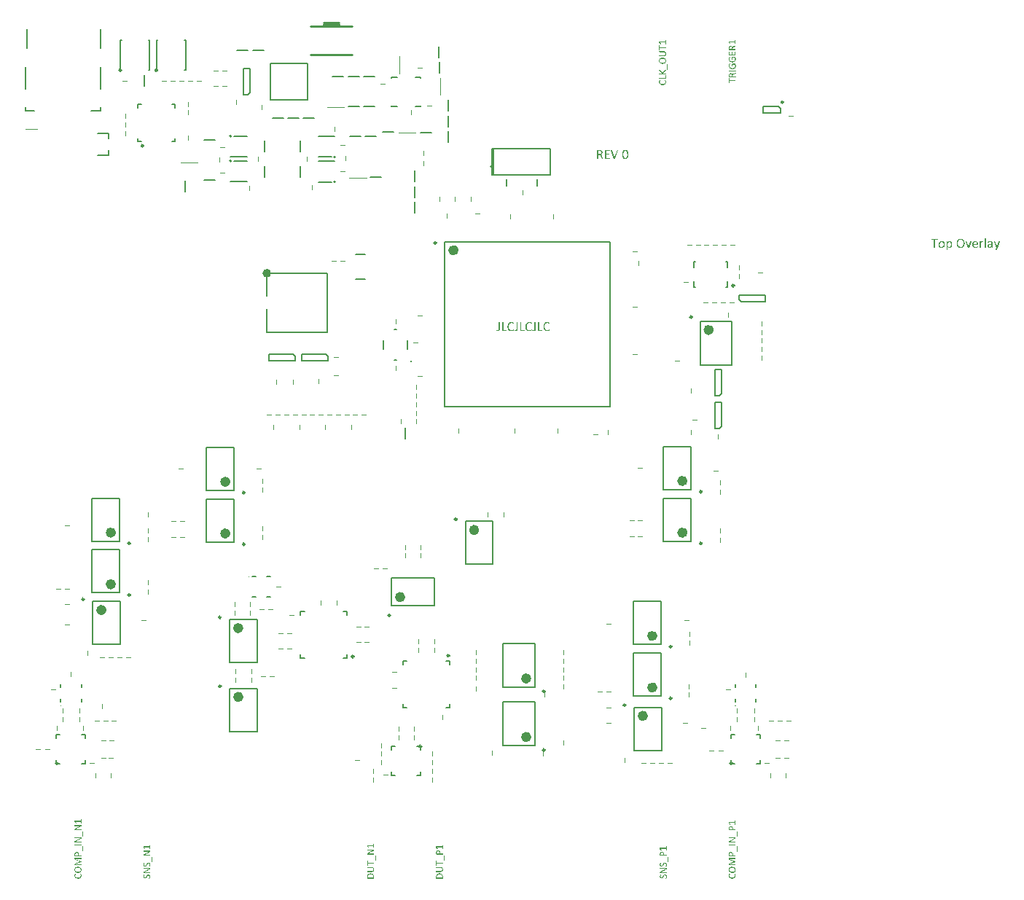
<source format=gto>
G04*
G04 #@! TF.GenerationSoftware,Altium Limited,Altium Designer,21.2.2 (38)*
G04*
G04 Layer_Color=65535*
%FSLAX44Y44*%
%MOMM*%
G71*
G04*
G04 #@! TF.SameCoordinates,2A35CB41-4F08-4B63-A201-FD04A52A5515*
G04*
G04*
G04 #@! TF.FilePolarity,Positive*
G04*
G01*
G75*
%ADD10C,0.2000*%
%ADD78C,0.5000*%
%ADD97C,0.2540*%
%ADD99C,0.2500*%
%ADD100C,0.1000*%
%ADD101C,0.6000*%
%ADD102C,0.1524*%
%ADD103C,0.1270*%
%ADD104R,0.3556X3.0480*%
G36*
X872658Y984072D02*
X872729Y984057D01*
X872743D01*
X872771Y984043D01*
X872856Y984015D01*
X872884Y984001D01*
X872926Y983945D01*
Y983916D01*
X872940Y983860D01*
Y979716D01*
X872926Y979659D01*
X872912Y979645D01*
X872856Y979589D01*
X872841D01*
X872813Y979575D01*
X872729Y979546D01*
X872715D01*
X872672D01*
X872616Y979532D01*
X872531D01*
X872517D01*
X872461D01*
X872404D01*
X872348Y979546D01*
X872334D01*
X872292Y979560D01*
X872207Y979589D01*
X872193D01*
X872179Y979603D01*
X872123Y979659D01*
Y979673D01*
X872109Y979687D01*
X872094Y979744D01*
Y981393D01*
X866103D01*
X867005Y979871D01*
X867019Y979856D01*
X867048Y979800D01*
X867076Y979744D01*
X867090Y979687D01*
Y979617D01*
X867062Y979575D01*
X867048D01*
X867033Y979546D01*
X866991Y979532D01*
X866935Y979518D01*
X866921D01*
X866864D01*
X866794Y979504D01*
X866695D01*
X866681D01*
X866639D01*
X866526D01*
X866512D01*
X866484Y979518D01*
X866441D01*
X866399Y979532D01*
X866385D01*
X866371Y979546D01*
X866315Y979575D01*
X866301Y979589D01*
X866286Y979603D01*
X866244Y979673D01*
X865088Y981478D01*
X865074Y981492D01*
X865060Y981534D01*
Y981548D01*
X865046Y981562D01*
X865032Y981633D01*
Y981647D01*
X865018Y981675D01*
Y981774D01*
X865004Y981816D01*
Y982098D01*
X865018Y982182D01*
Y982197D01*
X865032Y982239D01*
X865046Y982295D01*
X865060Y982338D01*
Y982352D01*
X865074Y982366D01*
X865088Y982394D01*
X865116Y982408D01*
X865130Y982422D01*
X865187Y982436D01*
X872094D01*
Y983888D01*
X872123Y983945D01*
Y983959D01*
X872137Y983973D01*
X872207Y984015D01*
X872221D01*
X872249Y984029D01*
X872292Y984043D01*
X872348Y984057D01*
X872362D01*
X872390Y984072D01*
X872461Y984086D01*
X872531D01*
X872545D01*
X872602D01*
X872658Y984072D01*
D02*
G37*
G36*
X791601Y983988D02*
X791672Y983974D01*
X791686D01*
X791714Y983960D01*
X791798Y983931D01*
X791826Y983917D01*
X791869Y983861D01*
Y983833D01*
X791883Y983776D01*
Y979632D01*
X791869Y979576D01*
X791855Y979561D01*
X791798Y979505D01*
X791784D01*
X791756Y979491D01*
X791672Y979463D01*
X791657D01*
X791615D01*
X791559Y979449D01*
X791474D01*
X791460D01*
X791404D01*
X791347D01*
X791291Y979463D01*
X791277D01*
X791235Y979477D01*
X791150Y979505D01*
X791136D01*
X791122Y979519D01*
X791065Y979576D01*
Y979590D01*
X791051Y979604D01*
X791037Y979660D01*
Y981309D01*
X785046D01*
X785948Y979787D01*
X785962Y979773D01*
X785990Y979716D01*
X786019Y979660D01*
X786033Y979604D01*
Y979533D01*
X786004Y979491D01*
X785990D01*
X785976Y979463D01*
X785934Y979449D01*
X785878Y979435D01*
X785863D01*
X785807D01*
X785737Y979420D01*
X785638D01*
X785624D01*
X785582D01*
X785469D01*
X785455D01*
X785426Y979435D01*
X785384D01*
X785342Y979449D01*
X785328D01*
X785314Y979463D01*
X785257Y979491D01*
X785243Y979505D01*
X785229Y979519D01*
X785187Y979590D01*
X784031Y981394D01*
X784017Y981408D01*
X784003Y981450D01*
Y981464D01*
X783989Y981479D01*
X783975Y981549D01*
Y981563D01*
X783960Y981591D01*
Y981690D01*
X783946Y981732D01*
Y982014D01*
X783960Y982099D01*
Y982113D01*
X783975Y982155D01*
X783989Y982212D01*
X784003Y982254D01*
Y982268D01*
X784017Y982282D01*
X784031Y982310D01*
X784059Y982324D01*
X784073Y982338D01*
X784130Y982353D01*
X791037D01*
Y983805D01*
X791065Y983861D01*
Y983875D01*
X791079Y983889D01*
X791150Y983931D01*
X791164D01*
X791192Y983945D01*
X791235Y983960D01*
X791291Y983974D01*
X791305D01*
X791333Y983988D01*
X791404Y984002D01*
X791474D01*
X791488D01*
X791545D01*
X791601Y983988D01*
D02*
G37*
G36*
X872884Y977925D02*
X872898Y977911D01*
X872912Y977883D01*
X872940Y977841D01*
Y977827D01*
X872954Y977798D01*
Y977742D01*
X872968Y977672D01*
Y977601D01*
X872982Y977516D01*
Y977206D01*
X872968Y977122D01*
Y977108D01*
X872954Y977065D01*
Y977009D01*
X872940Y976967D01*
Y976953D01*
X872926Y976938D01*
X872870Y976868D01*
X872856D01*
X872827Y976854D01*
X872743Y976812D01*
X870882Y976093D01*
X870868D01*
X870826Y976064D01*
X870769Y976050D01*
X870685Y976008D01*
X870501Y975923D01*
X870304Y975825D01*
X870290D01*
X870262Y975797D01*
X870205Y975768D01*
X870149Y975726D01*
X869994Y975627D01*
X869853Y975487D01*
X869839Y975472D01*
X869825Y975458D01*
X869782Y975416D01*
X869740Y975360D01*
X869641Y975219D01*
X869543Y975050D01*
Y975035D01*
X869529Y975007D01*
X869501Y974951D01*
X869486Y974880D01*
X869458Y974782D01*
X869444Y974683D01*
X869430Y974429D01*
Y973738D01*
X872799D01*
X872827D01*
X872884Y973710D01*
X872898Y973682D01*
X872912Y973654D01*
X872926Y973612D01*
Y973597D01*
X872940Y973569D01*
Y973527D01*
X872954Y973456D01*
Y973442D01*
X872968Y973386D01*
X872982Y973316D01*
Y973132D01*
X872968Y973048D01*
X872954Y972963D01*
Y972949D01*
X872940Y972907D01*
X872926Y972794D01*
Y972780D01*
X872912Y972766D01*
X872884Y972709D01*
X872870D01*
X872856D01*
X872799Y972695D01*
X865497D01*
X865483D01*
X865455D01*
X865370Y972709D01*
X865257Y972738D01*
X865159Y972808D01*
X865145Y972836D01*
X865102Y972893D01*
X865074Y972977D01*
X865060Y973076D01*
Y974923D01*
X865074Y975092D01*
X865088Y975247D01*
Y975275D01*
X865102Y975374D01*
Y975487D01*
X865116Y975613D01*
Y975627D01*
X865130Y975684D01*
X865145Y975768D01*
X865173Y975881D01*
X865215Y976008D01*
X865257Y976149D01*
X865370Y976417D01*
X865384Y976431D01*
X865398Y976473D01*
X865441Y976544D01*
X865483Y976628D01*
X865624Y976812D01*
X865807Y977009D01*
X865821Y977023D01*
X865849Y977051D01*
X865906Y977094D01*
X865976Y977150D01*
X866061Y977206D01*
X866160Y977263D01*
X866399Y977361D01*
X866413D01*
X866456Y977375D01*
X866526Y977404D01*
X866625Y977432D01*
X866723Y977446D01*
X866850Y977474D01*
X867146Y977488D01*
X867160D01*
X867217D01*
X867287D01*
X867386Y977474D01*
X867499Y977460D01*
X867611Y977446D01*
X867865Y977375D01*
X867879D01*
X867922Y977361D01*
X867978Y977333D01*
X868048Y977291D01*
X868232Y977192D01*
X868415Y977065D01*
X868429Y977051D01*
X868457Y977037D01*
X868500Y976995D01*
X868556Y976938D01*
X868697Y976783D01*
X868838Y976586D01*
Y976572D01*
X868866Y976544D01*
X868894Y976473D01*
X868937Y976403D01*
X868979Y976304D01*
X869021Y976205D01*
X869120Y975952D01*
Y975966D01*
X869134Y975980D01*
X869190Y976064D01*
X869261Y976177D01*
X869345Y976304D01*
Y976318D01*
X869374Y976332D01*
X869430Y976403D01*
X869529Y976501D01*
X869656Y976600D01*
X869670D01*
X869684Y976628D01*
X869726Y976656D01*
X869782Y976685D01*
X869909Y976769D01*
X870079Y976854D01*
X870093D01*
X870121Y976882D01*
X870163Y976896D01*
X870234Y976938D01*
X870403Y977009D01*
X870614Y977108D01*
X872348Y977812D01*
X872362D01*
X872390Y977827D01*
X872475Y977855D01*
X872574Y977897D01*
X872658Y977911D01*
X872672D01*
X872701Y977925D01*
X872799Y977939D01*
X872827D01*
X872884Y977925D01*
D02*
G37*
G36*
X784665Y978236D02*
X784679D01*
X784707Y978222D01*
X784806Y978194D01*
X784834Y978180D01*
X784877Y978123D01*
Y978095D01*
X784891Y978039D01*
Y975826D01*
X791742D01*
X791770D01*
X791826Y975798D01*
X791841Y975769D01*
X791855Y975741D01*
X791869Y975699D01*
Y975685D01*
X791883Y975657D01*
Y975614D01*
X791897Y975544D01*
Y975530D01*
X791911Y975473D01*
X791925Y975403D01*
Y975219D01*
X791911Y975135D01*
X791897Y975050D01*
Y975036D01*
X791883Y974994D01*
X791869Y974881D01*
Y974867D01*
X791855Y974853D01*
X791826Y974797D01*
X791812D01*
X791798D01*
X791742Y974782D01*
X784891D01*
Y972527D01*
X784877Y972471D01*
X784863Y972442D01*
X784806Y972400D01*
X784792D01*
X784764Y972386D01*
X784722D01*
X784665Y972372D01*
X784651D01*
X784609D01*
X784538Y972358D01*
X784454D01*
X784440D01*
X784383D01*
X784327D01*
X784256Y972372D01*
X784242D01*
X784200Y972386D01*
X784116Y972400D01*
X784101D01*
X784087Y972414D01*
X784031Y972471D01*
Y972485D01*
X784017Y972499D01*
X784003Y972555D01*
Y978067D01*
X784031Y978123D01*
Y978138D01*
X784045Y978152D01*
X784116Y978194D01*
X784130D01*
X784158Y978208D01*
X784200Y978222D01*
X784256Y978236D01*
X784270D01*
X784313Y978250D01*
X784369D01*
X784454D01*
X784468D01*
X784524D01*
X784595D01*
X784665Y978236D01*
D02*
G37*
G36*
X872715Y970975D02*
X872729D01*
X872757Y970961D01*
X872841Y970919D01*
X872856D01*
X872870Y970905D01*
X872926Y970849D01*
Y970835D01*
X872940Y970764D01*
Y966958D01*
X872926Y966901D01*
X872898Y966817D01*
X872856Y966718D01*
X872841Y966704D01*
X872771Y966662D01*
X872672Y966619D01*
X872517Y966605D01*
X865497D01*
X865483D01*
X865455D01*
X865370Y966619D01*
X865257Y966648D01*
X865159Y966718D01*
X865145Y966746D01*
X865102Y966803D01*
X865074Y966887D01*
X865060Y966986D01*
Y970764D01*
X865088Y970820D01*
Y970835D01*
X865102Y970849D01*
X865173Y970877D01*
X865187D01*
X865215Y970891D01*
X865257Y970905D01*
X865314Y970919D01*
X865328D01*
X865370Y970933D01*
X865426Y970947D01*
X865511D01*
X865525D01*
X865582D01*
X865638Y970933D01*
X865708Y970919D01*
X865723D01*
X865751Y970905D01*
X865849Y970877D01*
X865878Y970863D01*
X865920Y970820D01*
Y970792D01*
X865934Y970736D01*
Y967648D01*
X868401D01*
Y970313D01*
X868429Y970369D01*
Y970383D01*
X868443Y970397D01*
X868514Y970440D01*
X868528D01*
X868542Y970454D01*
X868584Y970468D01*
X868641Y970482D01*
X868655D01*
X868697Y970496D01*
X868767D01*
X868852D01*
X868866D01*
X868908D01*
X868965D01*
X869035Y970482D01*
X869049D01*
X869078Y970468D01*
X869120Y970454D01*
X869162Y970440D01*
X869190Y970426D01*
X869233Y970369D01*
Y970341D01*
X869247Y970285D01*
Y967648D01*
X872066D01*
Y970792D01*
X872094Y970849D01*
Y970863D01*
X872109Y970877D01*
X872179Y970919D01*
X872193Y970933D01*
X872207Y970947D01*
X872249Y970961D01*
X872306Y970975D01*
X872320D01*
X872362Y970990D01*
X872433D01*
X872517D01*
X872531D01*
X872588D01*
X872644D01*
X872715Y970975D01*
D02*
G37*
G36*
X789233Y971216D02*
X789402Y971202D01*
X789613Y971174D01*
X789825Y971145D01*
X790050Y971089D01*
X790262Y971019D01*
X790290Y971004D01*
X790360Y970976D01*
X790459Y970934D01*
X790586Y970863D01*
X790741Y970779D01*
X790910Y970680D01*
X791065Y970553D01*
X791220Y970412D01*
X791235Y970398D01*
X791277Y970342D01*
X791347Y970257D01*
X791432Y970145D01*
X791531Y970004D01*
X791629Y969848D01*
X791714Y969651D01*
X791798Y969454D01*
X791812Y969426D01*
X791826Y969355D01*
X791855Y969242D01*
X791897Y969087D01*
X791939Y968904D01*
X791967Y968693D01*
X791982Y968453D01*
X791996Y968185D01*
Y968072D01*
X791982Y967945D01*
X791967Y967790D01*
X791953Y967607D01*
X791911Y967410D01*
X791869Y967212D01*
X791812Y967001D01*
X791798Y966973D01*
X791784Y966916D01*
X791728Y966818D01*
X791672Y966691D01*
X791601Y966536D01*
X791502Y966395D01*
X791389Y966240D01*
X791263Y966085D01*
X791249Y966070D01*
X791192Y966028D01*
X791108Y965958D01*
X791009Y965873D01*
X790868Y965775D01*
X790713Y965676D01*
X790530Y965577D01*
X790332Y965493D01*
X790304Y965479D01*
X790234Y965464D01*
X790121Y965436D01*
X789966Y965394D01*
X789782Y965352D01*
X789557Y965323D01*
X789317Y965309D01*
X789049Y965295D01*
X784158D01*
X784144D01*
X784130D01*
X784087Y965309D01*
X784073D01*
X784059Y965338D01*
X784031Y965394D01*
Y965408D01*
X784017Y965436D01*
X784003Y965493D01*
X783989Y965549D01*
Y965563D01*
X783975Y965619D01*
X783960Y965704D01*
Y965901D01*
X783975Y965972D01*
X783989Y966056D01*
Y966070D01*
X784003Y966127D01*
X784017Y966169D01*
X784031Y966226D01*
Y966240D01*
X784045Y966254D01*
X784087Y966310D01*
X784101Y966324D01*
X784158Y966338D01*
X788923D01*
X788951D01*
X789021D01*
X789120Y966352D01*
X789247D01*
X789402Y966367D01*
X789557Y966395D01*
X789881Y966465D01*
X789895D01*
X789952Y966493D01*
X790022Y966522D01*
X790121Y966564D01*
X790332Y966677D01*
X790558Y966846D01*
X790572Y966860D01*
X790600Y966888D01*
X790657Y966945D01*
X790713Y967015D01*
X790769Y967100D01*
X790840Y967212D01*
X790967Y967452D01*
Y967466D01*
X790981Y967523D01*
X791009Y967593D01*
X791023Y967692D01*
X791051Y967804D01*
X791079Y967945D01*
X791094Y968256D01*
Y968340D01*
X791079Y968425D01*
Y968538D01*
X791065Y968664D01*
X791037Y968791D01*
X790967Y969073D01*
Y969087D01*
X790938Y969130D01*
X790910Y969200D01*
X790868Y969285D01*
X790741Y969468D01*
X790572Y969665D01*
X790558Y969679D01*
X790530Y969708D01*
X790459Y969750D01*
X790389Y969806D01*
X790290Y969877D01*
X790177Y969933D01*
X790050Y969989D01*
X789909Y970046D01*
X789895D01*
X789839Y970074D01*
X789754Y970088D01*
X789641Y970116D01*
X789501Y970145D01*
X789345Y970159D01*
X789162Y970187D01*
X788979D01*
X784158D01*
X784144D01*
X784130D01*
X784087Y970201D01*
X784073D01*
X784059Y970229D01*
X784031Y970285D01*
Y970300D01*
X784017Y970328D01*
X784003Y970384D01*
X783989Y970455D01*
Y970469D01*
X783975Y970525D01*
X783960Y970610D01*
Y970793D01*
X783975Y970863D01*
X783989Y970948D01*
Y970962D01*
X784003Y971004D01*
X784017Y971061D01*
X784031Y971103D01*
Y971117D01*
X784045Y971145D01*
X784059Y971174D01*
X784087Y971202D01*
X784101Y971216D01*
X784158Y971230D01*
X788979D01*
X788993D01*
X789007D01*
X789049D01*
X789106D01*
X789233Y971216D01*
D02*
G37*
G36*
X866357Y964646D02*
X866371D01*
X866399Y964632D01*
X866498Y964604D01*
X866512D01*
X866526Y964589D01*
X866582Y964533D01*
Y964519D01*
X866597Y964463D01*
Y964448D01*
X866582Y964406D01*
X866554Y964336D01*
X866484Y964223D01*
Y964209D01*
X866470Y964195D01*
X866441Y964153D01*
X866413Y964096D01*
X866329Y963955D01*
X866230Y963758D01*
Y963744D01*
X866202Y963701D01*
X866174Y963645D01*
X866145Y963560D01*
X866103Y963462D01*
X866061Y963349D01*
X866019Y963208D01*
X865976Y963067D01*
Y963053D01*
X865962Y962997D01*
X865934Y962912D01*
X865906Y962799D01*
X865892Y962672D01*
X865863Y962503D01*
X865849Y962334D01*
Y962024D01*
X865863Y961897D01*
X865878Y961742D01*
X865906Y961559D01*
X865948Y961361D01*
X866004Y961150D01*
X866089Y960953D01*
X866103Y960924D01*
X866131Y960868D01*
X866188Y960769D01*
X866258Y960656D01*
X866357Y960516D01*
X866470Y960375D01*
X866597Y960219D01*
X866752Y960078D01*
X866766Y960064D01*
X866822Y960022D01*
X866921Y959952D01*
X867033Y959881D01*
X867175Y959797D01*
X867358Y959698D01*
X867541Y959613D01*
X867753Y959529D01*
X867781Y959515D01*
X867851Y959501D01*
X867964Y959472D01*
X868119Y959444D01*
X868316Y959402D01*
X868528Y959374D01*
X868753Y959360D01*
X869007Y959345D01*
X869021D01*
X869035D01*
X869078D01*
X869134D01*
X869275Y959360D01*
X869458Y959374D01*
X869656Y959388D01*
X869881Y959430D01*
X870121Y959472D01*
X870346Y959543D01*
X870375Y959557D01*
X870445Y959585D01*
X870544Y959627D01*
X870685Y959698D01*
X870840Y959782D01*
X871009Y959881D01*
X871178Y959994D01*
X871333Y960121D01*
X871347Y960135D01*
X871404Y960191D01*
X871474Y960262D01*
X871559Y960375D01*
X871657Y960501D01*
X871756Y960656D01*
X871855Y960826D01*
X871939Y961009D01*
X871953Y961037D01*
X871967Y961107D01*
X871996Y961206D01*
X872038Y961347D01*
X872080Y961516D01*
X872109Y961714D01*
X872123Y961925D01*
X872137Y962151D01*
Y962292D01*
X872123Y962376D01*
Y962489D01*
X872094Y962616D01*
X872052Y962898D01*
Y962912D01*
X872038Y962968D01*
X872010Y963039D01*
X871982Y963123D01*
X871953Y963236D01*
X871897Y963363D01*
X871784Y963603D01*
X869486D01*
Y961742D01*
X869472Y961700D01*
X869444Y961643D01*
X869388Y961601D01*
X869374D01*
X869303Y961587D01*
X869204Y961573D01*
X869063Y961559D01*
X869049D01*
X868993D01*
X868937D01*
X868866D01*
X868852D01*
X868824Y961573D01*
X868782Y961587D01*
X868739Y961601D01*
X868725D01*
X868711Y961615D01*
X868655Y961657D01*
Y961671D01*
X868641Y961685D01*
X868626Y961756D01*
Y964307D01*
X868655Y964392D01*
Y964406D01*
X868669Y964434D01*
X868739Y964519D01*
X868753Y964533D01*
X868767Y964547D01*
X868810Y964575D01*
X868866Y964604D01*
X868880Y964618D01*
X868923Y964632D01*
X868979Y964646D01*
X869063D01*
X872066D01*
X872094D01*
X872165D01*
X872249Y964618D01*
X872348Y964589D01*
X872362Y964575D01*
X872419Y964533D01*
X872475Y964463D01*
X872545Y964350D01*
Y964336D01*
X872560Y964322D01*
X872574Y964279D01*
X872602Y964237D01*
X872658Y964082D01*
X872743Y963899D01*
Y963885D01*
X872757Y963856D01*
X872771Y963800D01*
X872799Y963716D01*
X872827Y963631D01*
X872856Y963532D01*
X872912Y963307D01*
Y963293D01*
X872926Y963250D01*
Y963194D01*
X872940Y963123D01*
X872954Y963025D01*
X872982Y962926D01*
X873011Y962701D01*
Y962644D01*
X873025Y962588D01*
Y962517D01*
X873039Y962320D01*
X873053Y962108D01*
Y961953D01*
X873039Y961869D01*
Y961784D01*
X873011Y961559D01*
X872982Y961305D01*
X872940Y961037D01*
X872870Y960755D01*
X872771Y960473D01*
Y960459D01*
X872757Y960445D01*
X872715Y960360D01*
X872658Y960219D01*
X872560Y960050D01*
X872447Y959867D01*
X872306Y959656D01*
X872151Y959458D01*
X871967Y959261D01*
X871939Y959233D01*
X871869Y959176D01*
X871770Y959092D01*
X871615Y958979D01*
X871432Y958852D01*
X871220Y958725D01*
X870981Y958612D01*
X870713Y958500D01*
X870699D01*
X870685Y958485D01*
X870642Y958471D01*
X870586Y958457D01*
X870431Y958415D01*
X870234Y958373D01*
X869994Y958330D01*
X869712Y958288D01*
X869402Y958260D01*
X869078Y958246D01*
X869063D01*
X869035D01*
X868993D01*
X868923D01*
X868838Y958260D01*
X868739D01*
X868514Y958288D01*
X868260Y958316D01*
X867964Y958359D01*
X867682Y958429D01*
X867386Y958528D01*
X867372D01*
X867358Y958542D01*
X867316Y958556D01*
X867259Y958584D01*
X867118Y958641D01*
X866935Y958739D01*
X866738Y958838D01*
X866512Y958979D01*
X866301Y959134D01*
X866089Y959317D01*
X866061Y959345D01*
X866004Y959416D01*
X865906Y959515D01*
X865779Y959670D01*
X865638Y959853D01*
X865497Y960064D01*
X865370Y960304D01*
X865243Y960558D01*
Y960572D01*
X865229Y960586D01*
X865215Y960628D01*
X865201Y960685D01*
X865145Y960826D01*
X865088Y961023D01*
X865046Y961263D01*
X864989Y961530D01*
X864961Y961826D01*
X864947Y962151D01*
Y962320D01*
X864961Y962433D01*
Y962560D01*
X864975Y962701D01*
X865032Y962997D01*
Y963011D01*
X865046Y963067D01*
X865060Y963138D01*
X865088Y963236D01*
X865116Y963349D01*
X865145Y963462D01*
X865229Y963701D01*
Y963716D01*
X865243Y963758D01*
X865271Y963814D01*
X865300Y963885D01*
X865370Y964054D01*
X865455Y964223D01*
Y964237D01*
X865469Y964251D01*
X865525Y964336D01*
X865596Y964434D01*
X865666Y964505D01*
X865680Y964519D01*
X865708Y964547D01*
X865779Y964589D01*
X865849Y964618D01*
X865863Y964632D01*
X865920Y964646D01*
X866019Y964660D01*
X866145D01*
X866160D01*
X866216D01*
X866286D01*
X866357Y964646D01*
D02*
G37*
G36*
X788204Y963646D02*
X788429Y963632D01*
X788697Y963604D01*
X788993Y963561D01*
X789289Y963505D01*
X789585Y963434D01*
X789599D01*
X789613Y963420D01*
X789656Y963406D01*
X789712Y963392D01*
X789853Y963336D01*
X790036Y963265D01*
X790234Y963167D01*
X790459Y963054D01*
X790671Y962913D01*
X790882Y962758D01*
X790910Y962744D01*
X790967Y962673D01*
X791065Y962574D01*
X791192Y962448D01*
X791319Y962278D01*
X791460Y962095D01*
X791587Y961870D01*
X791714Y961630D01*
Y961616D01*
X791728Y961602D01*
X791742Y961560D01*
X791756Y961517D01*
X791798Y961362D01*
X791855Y961179D01*
X791911Y960953D01*
X791953Y960686D01*
X791982Y960375D01*
X791996Y960051D01*
Y959896D01*
X791982Y959826D01*
Y959741D01*
X791967Y959529D01*
X791939Y959290D01*
X791883Y959022D01*
X791826Y958768D01*
X791742Y958514D01*
X791728Y958486D01*
X791686Y958402D01*
X791629Y958289D01*
X791545Y958134D01*
X791432Y957965D01*
X791305Y957796D01*
X791150Y957612D01*
X790967Y957443D01*
X790938Y957429D01*
X790882Y957373D01*
X790769Y957302D01*
X790614Y957204D01*
X790431Y957105D01*
X790219Y956992D01*
X789980Y956893D01*
X789712Y956809D01*
X789698D01*
X789684Y956795D01*
X789641D01*
X789585Y956781D01*
X789515Y956767D01*
X789430Y956752D01*
X789219Y956710D01*
X788965Y956668D01*
X788669Y956640D01*
X788345Y956626D01*
X787992Y956611D01*
X787978D01*
X787950D01*
X787908D01*
X787837D01*
X787753D01*
X787654Y956626D01*
X787428Y956640D01*
X787175Y956668D01*
X786879Y956696D01*
X786597Y956752D01*
X786301Y956823D01*
X786286D01*
X786272Y956837D01*
X786230Y956851D01*
X786174Y956865D01*
X786033Y956922D01*
X785849Y956992D01*
X785652Y957091D01*
X785441Y957204D01*
X785229Y957345D01*
X785018Y957500D01*
X784989Y957528D01*
X784933Y957584D01*
X784834Y957683D01*
X784707Y957810D01*
X784581Y957979D01*
X784440Y958162D01*
X784313Y958388D01*
X784186Y958627D01*
Y958641D01*
X784172Y958655D01*
X784158Y958698D01*
X784144Y958754D01*
X784087Y958895D01*
X784031Y959078D01*
X783989Y959304D01*
X783932Y959586D01*
X783904Y959882D01*
X783890Y960206D01*
Y960347D01*
X783904Y960516D01*
X783918Y960728D01*
X783960Y960967D01*
X784003Y961221D01*
X784073Y961475D01*
X784158Y961729D01*
Y961743D01*
X784172Y961757D01*
X784200Y961841D01*
X784270Y961954D01*
X784355Y962109D01*
X784468Y962278D01*
X784595Y962462D01*
X784750Y962631D01*
X784933Y962800D01*
X784961Y962814D01*
X785018Y962870D01*
X785130Y962955D01*
X785271Y963040D01*
X785455Y963152D01*
X785666Y963265D01*
X785906Y963364D01*
X786174Y963448D01*
X786188D01*
X786202Y963463D01*
X786244D01*
X786301Y963477D01*
X786371Y963505D01*
X786456Y963519D01*
X786653Y963561D01*
X786907Y963589D01*
X787203Y963632D01*
X787513Y963646D01*
X787865Y963660D01*
X787879D01*
X787908D01*
X787964D01*
X788020D01*
X788105D01*
X788204Y963646D01*
D02*
G37*
G36*
X866357Y956780D02*
X866371D01*
X866399Y956766D01*
X866498Y956738D01*
X866512D01*
X866526Y956723D01*
X866582Y956667D01*
Y956653D01*
X866597Y956597D01*
Y956582D01*
X866582Y956540D01*
X866554Y956470D01*
X866484Y956357D01*
Y956343D01*
X866470Y956329D01*
X866441Y956286D01*
X866413Y956230D01*
X866329Y956089D01*
X866230Y955892D01*
Y955878D01*
X866202Y955835D01*
X866174Y955779D01*
X866145Y955694D01*
X866103Y955596D01*
X866061Y955483D01*
X866019Y955342D01*
X865976Y955201D01*
Y955187D01*
X865962Y955130D01*
X865934Y955046D01*
X865906Y954933D01*
X865892Y954806D01*
X865863Y954637D01*
X865849Y954468D01*
Y954158D01*
X865863Y954031D01*
X865878Y953876D01*
X865906Y953692D01*
X865948Y953495D01*
X866004Y953284D01*
X866089Y953086D01*
X866103Y953058D01*
X866131Y953002D01*
X866188Y952903D01*
X866258Y952790D01*
X866357Y952649D01*
X866470Y952508D01*
X866597Y952353D01*
X866752Y952212D01*
X866766Y952198D01*
X866822Y952156D01*
X866921Y952085D01*
X867033Y952015D01*
X867175Y951930D01*
X867358Y951832D01*
X867541Y951747D01*
X867753Y951663D01*
X867781Y951648D01*
X867851Y951634D01*
X867964Y951606D01*
X868119Y951578D01*
X868316Y951536D01*
X868528Y951507D01*
X868753Y951493D01*
X869007Y951479D01*
X869021D01*
X869035D01*
X869078D01*
X869134D01*
X869275Y951493D01*
X869458Y951507D01*
X869656Y951522D01*
X869881Y951564D01*
X870121Y951606D01*
X870346Y951677D01*
X870375Y951691D01*
X870445Y951719D01*
X870544Y951761D01*
X870685Y951832D01*
X870840Y951916D01*
X871009Y952015D01*
X871178Y952128D01*
X871333Y952255D01*
X871347Y952269D01*
X871404Y952325D01*
X871474Y952396D01*
X871559Y952508D01*
X871657Y952635D01*
X871756Y952790D01*
X871855Y952960D01*
X871939Y953143D01*
X871953Y953171D01*
X871967Y953241D01*
X871996Y953340D01*
X872038Y953481D01*
X872080Y953650D01*
X872109Y953848D01*
X872123Y954059D01*
X872137Y954285D01*
Y954426D01*
X872123Y954510D01*
Y954623D01*
X872094Y954750D01*
X872052Y955032D01*
Y955046D01*
X872038Y955102D01*
X872010Y955173D01*
X871982Y955257D01*
X871953Y955370D01*
X871897Y955497D01*
X871784Y955737D01*
X869486D01*
Y953876D01*
X869472Y953833D01*
X869444Y953777D01*
X869388Y953735D01*
X869374D01*
X869303Y953721D01*
X869204Y953707D01*
X869063Y953692D01*
X869049D01*
X868993D01*
X868937D01*
X868866D01*
X868852D01*
X868824Y953707D01*
X868782Y953721D01*
X868739Y953735D01*
X868725D01*
X868711Y953749D01*
X868655Y953791D01*
Y953805D01*
X868641Y953819D01*
X868626Y953890D01*
Y956441D01*
X868655Y956526D01*
Y956540D01*
X868669Y956568D01*
X868739Y956653D01*
X868753Y956667D01*
X868767Y956681D01*
X868810Y956709D01*
X868866Y956738D01*
X868880Y956752D01*
X868923Y956766D01*
X868979Y956780D01*
X869063D01*
X872066D01*
X872094D01*
X872165D01*
X872249Y956752D01*
X872348Y956723D01*
X872362Y956709D01*
X872419Y956667D01*
X872475Y956597D01*
X872545Y956484D01*
Y956470D01*
X872560Y956456D01*
X872574Y956413D01*
X872602Y956371D01*
X872658Y956216D01*
X872743Y956033D01*
Y956019D01*
X872757Y955990D01*
X872771Y955934D01*
X872799Y955849D01*
X872827Y955765D01*
X872856Y955666D01*
X872912Y955441D01*
Y955426D01*
X872926Y955384D01*
Y955328D01*
X872940Y955257D01*
X872954Y955159D01*
X872982Y955060D01*
X873011Y954834D01*
Y954778D01*
X873025Y954722D01*
Y954651D01*
X873039Y954454D01*
X873053Y954242D01*
Y954087D01*
X873039Y954003D01*
Y953918D01*
X873011Y953692D01*
X872982Y953439D01*
X872940Y953171D01*
X872870Y952889D01*
X872771Y952607D01*
Y952593D01*
X872757Y952579D01*
X872715Y952494D01*
X872658Y952353D01*
X872560Y952184D01*
X872447Y952001D01*
X872306Y951789D01*
X872151Y951592D01*
X871967Y951395D01*
X871939Y951367D01*
X871869Y951310D01*
X871770Y951226D01*
X871615Y951113D01*
X871432Y950986D01*
X871220Y950859D01*
X870981Y950746D01*
X870713Y950633D01*
X870699D01*
X870685Y950619D01*
X870642Y950605D01*
X870586Y950591D01*
X870431Y950549D01*
X870234Y950507D01*
X869994Y950464D01*
X869712Y950422D01*
X869402Y950394D01*
X869078Y950380D01*
X869063D01*
X869035D01*
X868993D01*
X868923D01*
X868838Y950394D01*
X868739D01*
X868514Y950422D01*
X868260Y950450D01*
X867964Y950492D01*
X867682Y950563D01*
X867386Y950662D01*
X867372D01*
X867358Y950676D01*
X867316Y950690D01*
X867259Y950718D01*
X867118Y950774D01*
X866935Y950873D01*
X866738Y950972D01*
X866512Y951113D01*
X866301Y951268D01*
X866089Y951451D01*
X866061Y951479D01*
X866004Y951550D01*
X865906Y951648D01*
X865779Y951804D01*
X865638Y951987D01*
X865497Y952198D01*
X865370Y952438D01*
X865243Y952692D01*
Y952706D01*
X865229Y952720D01*
X865215Y952762D01*
X865201Y952819D01*
X865145Y952960D01*
X865088Y953157D01*
X865046Y953397D01*
X864989Y953664D01*
X864961Y953960D01*
X864947Y954285D01*
Y954454D01*
X864961Y954566D01*
Y954693D01*
X864975Y954834D01*
X865032Y955130D01*
Y955145D01*
X865046Y955201D01*
X865060Y955271D01*
X865088Y955370D01*
X865116Y955483D01*
X865145Y955596D01*
X865229Y955835D01*
Y955849D01*
X865243Y955892D01*
X865271Y955948D01*
X865300Y956019D01*
X865370Y956188D01*
X865455Y956357D01*
Y956371D01*
X865469Y956385D01*
X865525Y956470D01*
X865596Y956568D01*
X865666Y956639D01*
X865680Y956653D01*
X865708Y956681D01*
X865779Y956723D01*
X865849Y956752D01*
X865863Y956766D01*
X865920Y956780D01*
X866019Y956794D01*
X866145D01*
X866160D01*
X866216D01*
X866286D01*
X866357Y956780D01*
D02*
G37*
G36*
X793927Y956005D02*
X794012Y955977D01*
X794026Y955963D01*
X794054Y955949D01*
X794096Y955892D01*
X794110Y955822D01*
Y949944D01*
X794096Y949901D01*
X794068Y949845D01*
X794012Y949789D01*
X793997D01*
X793941Y949774D01*
X793857Y949760D01*
X793716Y949746D01*
X793701D01*
X793687D01*
X793603D01*
X793490Y949760D01*
X793405Y949789D01*
X793391Y949803D01*
X793349Y949831D01*
X793321Y949887D01*
X793307Y949958D01*
Y955836D01*
X793321Y955878D01*
X793335Y955935D01*
X793391Y955977D01*
X793405Y955991D01*
X793462Y956005D01*
X793560Y956019D01*
X793701Y956033D01*
X793716D01*
X793730D01*
X793814D01*
X793927Y956005D01*
D02*
G37*
G36*
X872884Y948745D02*
X872898Y948716D01*
X872912Y948688D01*
X872926Y948646D01*
Y948632D01*
X872940Y948604D01*
Y948561D01*
X872954Y948491D01*
Y948477D01*
X872968Y948420D01*
X872982Y948350D01*
Y948167D01*
X872968Y948082D01*
X872954Y947997D01*
Y947983D01*
X872940Y947941D01*
X872926Y947828D01*
Y947814D01*
X872912Y947800D01*
X872884Y947744D01*
X872870D01*
X872856D01*
X872799Y947729D01*
X865215D01*
X865201D01*
X865187D01*
X865145Y947744D01*
X865130D01*
X865116Y947772D01*
X865088Y947828D01*
Y947842D01*
X865074Y947870D01*
X865060Y947927D01*
X865046Y947997D01*
Y948011D01*
X865032Y948068D01*
X865018Y948152D01*
Y948336D01*
X865032Y948406D01*
X865046Y948491D01*
Y948505D01*
X865060Y948547D01*
X865074Y948604D01*
X865088Y948646D01*
Y948660D01*
X865102Y948688D01*
X865116Y948716D01*
X865145Y948745D01*
X865159Y948759D01*
X865215Y948773D01*
X872799D01*
X872827D01*
X872884Y948745D01*
D02*
G37*
G36*
X791812Y949450D02*
X791841Y949436D01*
X791855Y949408D01*
X791869Y949366D01*
Y949352D01*
X791883Y949323D01*
Y949281D01*
X791897Y949211D01*
Y949196D01*
X791911Y949140D01*
X791925Y949055D01*
Y948816D01*
X791911Y948703D01*
X791897Y948590D01*
Y948576D01*
X791883Y948520D01*
X791869Y948449D01*
X791841Y948393D01*
X791826Y948379D01*
X791812Y948351D01*
X791742Y948280D01*
X787795Y945390D01*
X791742D01*
X791770D01*
X791826Y945362D01*
X791841Y945334D01*
X791855Y945306D01*
X791869Y945263D01*
Y945249D01*
X791883Y945221D01*
Y945179D01*
X791897Y945108D01*
Y945094D01*
X791911Y945038D01*
X791925Y944967D01*
Y944784D01*
X791911Y944699D01*
X791897Y944615D01*
Y944601D01*
X791883Y944558D01*
X791869Y944446D01*
Y944432D01*
X791855Y944417D01*
X791826Y944361D01*
X791812D01*
X791798D01*
X791742Y944347D01*
X784158D01*
X784144D01*
X784130D01*
X784087Y944361D01*
X784073D01*
X784059Y944389D01*
X784031Y944446D01*
Y944460D01*
X784017Y944488D01*
X784003Y944544D01*
X783989Y944615D01*
Y944629D01*
X783975Y944685D01*
X783960Y944770D01*
Y944953D01*
X783975Y945024D01*
X783989Y945108D01*
Y945122D01*
X784003Y945165D01*
X784017Y945221D01*
X784031Y945263D01*
Y945277D01*
X784045Y945306D01*
X784059Y945334D01*
X784087Y945362D01*
X784101Y945376D01*
X784158Y945390D01*
X787668D01*
X784158Y948167D01*
X784144Y948181D01*
X784130Y948195D01*
X784073Y948252D01*
X784059Y948266D01*
X784045Y948294D01*
X784017Y948379D01*
Y948393D01*
X784003Y948421D01*
X783989Y948477D01*
X783975Y948548D01*
Y948562D01*
X783960Y948618D01*
Y948900D01*
X783975Y948985D01*
X783989Y949055D01*
Y949070D01*
X784003Y949112D01*
X784017Y949168D01*
X784031Y949211D01*
Y949225D01*
X784045Y949253D01*
X784059Y949281D01*
X784087Y949295D01*
X784101Y949309D01*
X784158Y949323D01*
X784172D01*
X784214D01*
X784270Y949309D01*
X784327Y949281D01*
X784341Y949267D01*
X784383Y949253D01*
X784440Y949196D01*
X784538Y949126D01*
X787668Y946518D01*
X791418Y949337D01*
X791446Y949352D01*
X791502Y949394D01*
X791573Y949422D01*
X791629Y949450D01*
X791643D01*
X791657Y949464D01*
X791728Y949478D01*
X791756D01*
X791812Y949450D01*
D02*
G37*
G36*
X872884Y946179D02*
X872898Y946165D01*
X872912Y946136D01*
X872940Y946094D01*
Y946080D01*
X872954Y946052D01*
Y945995D01*
X872968Y945925D01*
Y945855D01*
X872982Y945770D01*
Y945460D01*
X872968Y945375D01*
Y945361D01*
X872954Y945319D01*
Y945263D01*
X872940Y945220D01*
Y945206D01*
X872926Y945192D01*
X872870Y945122D01*
X872856D01*
X872827Y945107D01*
X872743Y945065D01*
X870882Y944346D01*
X870868D01*
X870826Y944318D01*
X870769Y944304D01*
X870685Y944262D01*
X870501Y944177D01*
X870304Y944078D01*
X870290D01*
X870262Y944050D01*
X870205Y944022D01*
X870149Y943980D01*
X869994Y943881D01*
X869853Y943740D01*
X869839Y943726D01*
X869825Y943712D01*
X869782Y943670D01*
X869740Y943613D01*
X869641Y943472D01*
X869543Y943303D01*
Y943289D01*
X869529Y943261D01*
X869501Y943204D01*
X869486Y943134D01*
X869458Y943035D01*
X869444Y942936D01*
X869430Y942683D01*
Y941992D01*
X872799D01*
X872827D01*
X872884Y941964D01*
X872898Y941936D01*
X872912Y941907D01*
X872926Y941865D01*
Y941851D01*
X872940Y941823D01*
Y941780D01*
X872954Y941710D01*
Y941696D01*
X872968Y941640D01*
X872982Y941569D01*
Y941386D01*
X872968Y941301D01*
X872954Y941217D01*
Y941203D01*
X872940Y941160D01*
X872926Y941048D01*
Y941033D01*
X872912Y941019D01*
X872884Y940963D01*
X872870D01*
X872856D01*
X872799Y940949D01*
X865497D01*
X865483D01*
X865455D01*
X865370Y940963D01*
X865257Y940991D01*
X865159Y941062D01*
X865145Y941090D01*
X865102Y941146D01*
X865074Y941231D01*
X865060Y941329D01*
Y943176D01*
X865074Y943345D01*
X865088Y943500D01*
Y943529D01*
X865102Y943627D01*
Y943740D01*
X865116Y943867D01*
Y943881D01*
X865130Y943937D01*
X865145Y944022D01*
X865173Y944135D01*
X865215Y944262D01*
X865257Y944403D01*
X865370Y944670D01*
X865384Y944685D01*
X865398Y944727D01*
X865441Y944797D01*
X865483Y944882D01*
X865624Y945065D01*
X865807Y945263D01*
X865821Y945277D01*
X865849Y945305D01*
X865906Y945347D01*
X865976Y945404D01*
X866061Y945460D01*
X866160Y945516D01*
X866399Y945615D01*
X866413D01*
X866456Y945629D01*
X866526Y945657D01*
X866625Y945685D01*
X866723Y945699D01*
X866850Y945728D01*
X867146Y945742D01*
X867160D01*
X867217D01*
X867287D01*
X867386Y945728D01*
X867499Y945714D01*
X867611Y945699D01*
X867865Y945629D01*
X867879D01*
X867922Y945615D01*
X867978Y945587D01*
X868048Y945544D01*
X868232Y945446D01*
X868415Y945319D01*
X868429Y945305D01*
X868457Y945291D01*
X868500Y945248D01*
X868556Y945192D01*
X868697Y945037D01*
X868838Y944840D01*
Y944826D01*
X868866Y944797D01*
X868894Y944727D01*
X868937Y944656D01*
X868979Y944558D01*
X869021Y944459D01*
X869120Y944205D01*
Y944219D01*
X869134Y944233D01*
X869190Y944318D01*
X869261Y944431D01*
X869345Y944558D01*
Y944572D01*
X869374Y944586D01*
X869430Y944656D01*
X869529Y944755D01*
X869656Y944854D01*
X869670D01*
X869684Y944882D01*
X869726Y944910D01*
X869782Y944938D01*
X869909Y945023D01*
X870079Y945107D01*
X870093D01*
X870121Y945136D01*
X870163Y945150D01*
X870234Y945192D01*
X870403Y945263D01*
X870614Y945361D01*
X872348Y946066D01*
X872362D01*
X872390Y946080D01*
X872475Y946108D01*
X872574Y946151D01*
X872658Y946165D01*
X872672D01*
X872701Y946179D01*
X872799Y946193D01*
X872827D01*
X872884Y946179D01*
D02*
G37*
G36*
X791643Y943177D02*
X791657D01*
X791686Y943163D01*
X791784Y943135D01*
X791798D01*
X791812Y943121D01*
X791869Y943064D01*
Y943036D01*
X791883Y942966D01*
Y939455D01*
X791869Y939399D01*
X791841Y939314D01*
X791798Y939216D01*
X791784Y939202D01*
X791714Y939159D01*
X791615Y939117D01*
X791460Y939103D01*
X784158D01*
X784144D01*
X784130D01*
X784087Y939117D01*
X784073D01*
X784059Y939145D01*
X784031Y939202D01*
Y939216D01*
X784017Y939244D01*
X784003Y939300D01*
X783989Y939371D01*
Y939385D01*
X783975Y939441D01*
X783960Y939526D01*
Y939709D01*
X783975Y939780D01*
X783989Y939864D01*
Y939878D01*
X784003Y939921D01*
X784017Y939977D01*
X784031Y940019D01*
Y940033D01*
X784045Y940062D01*
X784059Y940090D01*
X784087Y940118D01*
X784101Y940132D01*
X784158Y940146D01*
X790981D01*
Y942994D01*
X791009Y943064D01*
Y943078D01*
X791023Y943092D01*
X791094Y943135D01*
X791108D01*
X791136Y943149D01*
X791178Y943163D01*
X791235Y943177D01*
X791249D01*
X791291Y943191D01*
X791347D01*
X791432D01*
X791446D01*
X791502D01*
X791573D01*
X791643Y943177D01*
D02*
G37*
G36*
X865723Y939793D02*
X865737D01*
X865765Y939779D01*
X865863Y939751D01*
X865892Y939736D01*
X865934Y939680D01*
Y939652D01*
X865948Y939595D01*
Y937382D01*
X872799D01*
X872827D01*
X872884Y937354D01*
X872898Y937326D01*
X872912Y937298D01*
X872926Y937255D01*
Y937241D01*
X872940Y937213D01*
Y937171D01*
X872954Y937100D01*
Y937086D01*
X872968Y937030D01*
X872982Y936959D01*
Y936776D01*
X872968Y936692D01*
X872954Y936607D01*
Y936593D01*
X872940Y936551D01*
X872926Y936438D01*
Y936424D01*
X872912Y936410D01*
X872884Y936353D01*
X872870D01*
X872856D01*
X872799Y936339D01*
X865948D01*
Y934084D01*
X865934Y934027D01*
X865920Y933999D01*
X865863Y933957D01*
X865849D01*
X865821Y933943D01*
X865779D01*
X865723Y933929D01*
X865708D01*
X865666D01*
X865596Y933914D01*
X865511D01*
X865497D01*
X865441D01*
X865384D01*
X865314Y933929D01*
X865300D01*
X865257Y933943D01*
X865173Y933957D01*
X865159D01*
X865145Y933971D01*
X865088Y934027D01*
Y934041D01*
X865074Y934055D01*
X865060Y934112D01*
Y939624D01*
X865088Y939680D01*
Y939694D01*
X865102Y939708D01*
X865173Y939751D01*
X865187D01*
X865215Y939765D01*
X865257Y939779D01*
X865314Y939793D01*
X865328D01*
X865370Y939807D01*
X865426D01*
X865511D01*
X865525D01*
X865582D01*
X865652D01*
X865723Y939793D01*
D02*
G37*
G36*
X790953Y937707D02*
X790967D01*
X790995D01*
X791079Y937679D01*
X791108Y937665D01*
X791164Y937637D01*
X791178D01*
X791192Y937623D01*
X791235Y937595D01*
X791277Y937552D01*
X791291Y937538D01*
X791319Y937496D01*
X791375Y937425D01*
X791460Y937299D01*
Y937284D01*
X791488Y937270D01*
X791502Y937228D01*
X791545Y937172D01*
X791615Y937017D01*
X791714Y936819D01*
Y936805D01*
X791728Y936763D01*
X791756Y936706D01*
X791784Y936636D01*
X791812Y936537D01*
X791841Y936424D01*
X791897Y936157D01*
Y936143D01*
X791911Y936086D01*
X791925Y936016D01*
X791939Y935917D01*
X791953Y935790D01*
X791967Y935649D01*
X791982Y935339D01*
Y935212D01*
X791967Y935057D01*
X791953Y934874D01*
X791925Y934662D01*
X791869Y934423D01*
X791812Y934183D01*
X791728Y933943D01*
X791714Y933915D01*
X791686Y933845D01*
X791615Y933732D01*
X791545Y933591D01*
X791432Y933422D01*
X791305Y933253D01*
X791150Y933070D01*
X790981Y932900D01*
X790953Y932886D01*
X790896Y932830D01*
X790783Y932745D01*
X790628Y932646D01*
X790459Y932548D01*
X790248Y932435D01*
X790008Y932322D01*
X789740Y932224D01*
X789726D01*
X789712Y932209D01*
X789670D01*
X789613Y932195D01*
X789543Y932167D01*
X789458Y932153D01*
X789247Y932111D01*
X789007Y932069D01*
X788711Y932040D01*
X788401Y932012D01*
X788048Y931998D01*
X788034D01*
X788006D01*
X787950D01*
X787879D01*
X787795Y932012D01*
X787696D01*
X787471Y932026D01*
X787203Y932055D01*
X786907Y932097D01*
X786611Y932153D01*
X786315Y932238D01*
X786301D01*
X786286Y932252D01*
X786244Y932266D01*
X786188Y932280D01*
X786047Y932336D01*
X785863Y932421D01*
X785652Y932520D01*
X785441Y932646D01*
X785215Y932787D01*
X785004Y932943D01*
X784975Y932971D01*
X784919Y933027D01*
X784820Y933126D01*
X784694Y933253D01*
X784567Y933422D01*
X784426Y933605D01*
X784299Y933817D01*
X784186Y934042D01*
Y934056D01*
X784172Y934070D01*
X784144Y934155D01*
X784101Y934282D01*
X784045Y934465D01*
X783989Y934677D01*
X783946Y934916D01*
X783918Y935184D01*
X783904Y935466D01*
Y935593D01*
X783918Y935677D01*
Y935776D01*
X783932Y935889D01*
X783975Y936128D01*
Y936143D01*
X783989Y936185D01*
X784003Y936241D01*
X784017Y936326D01*
X784073Y936509D01*
X784144Y936721D01*
Y936735D01*
X784158Y936763D01*
X784186Y936819D01*
X784214Y936890D01*
X784285Y937045D01*
X784369Y937214D01*
Y937228D01*
X784383Y937242D01*
X784440Y937327D01*
X784510Y937425D01*
X784581Y937510D01*
X784595Y937524D01*
X784623Y937552D01*
X784665Y937595D01*
X784707Y937609D01*
X784736Y937623D01*
X784806Y937651D01*
X784820D01*
X784848Y937665D01*
X784891D01*
X784947Y937679D01*
X784961D01*
X784989Y937693D01*
X785060D01*
X785130D01*
X785145D01*
X785201D01*
X785257D01*
X785328Y937679D01*
X785342D01*
X785384Y937665D01*
X785483Y937637D01*
X785497D01*
X785511Y937623D01*
X785567Y937580D01*
Y937566D01*
X785582Y937496D01*
Y937482D01*
X785567Y937439D01*
X785539Y937355D01*
X785469Y937256D01*
X785455Y937228D01*
X785398Y937143D01*
X785314Y937031D01*
X785215Y936862D01*
X785201Y936848D01*
X785187Y936819D01*
X785159Y936763D01*
X785116Y936692D01*
X785074Y936608D01*
X785032Y936509D01*
X784947Y936270D01*
Y936255D01*
X784933Y936213D01*
X784905Y936143D01*
X784877Y936044D01*
X784863Y935917D01*
X784834Y935776D01*
X784820Y935621D01*
Y935353D01*
X784834Y935255D01*
X784848Y935128D01*
X784877Y934973D01*
X784905Y934818D01*
X784961Y934648D01*
X785032Y934479D01*
X785046Y934465D01*
X785074Y934409D01*
X785116Y934324D01*
X785187Y934225D01*
X785271Y934113D01*
X785384Y933986D01*
X785511Y933873D01*
X785652Y933746D01*
X785666Y933732D01*
X785723Y933690D01*
X785807Y933633D01*
X785934Y933577D01*
X786075Y933492D01*
X786244Y933408D01*
X786441Y933337D01*
X786653Y933267D01*
X786681D01*
X786752Y933239D01*
X786879Y933224D01*
X787034Y933196D01*
X787231Y933168D01*
X787457Y933140D01*
X787710Y933126D01*
X787992Y933112D01*
X788006D01*
X788020D01*
X788063D01*
X788119D01*
X788260Y933126D01*
X788443D01*
X788641Y933154D01*
X788866Y933182D01*
X789092Y933210D01*
X789317Y933267D01*
X789345Y933281D01*
X789416Y933295D01*
X789515Y933337D01*
X789656Y933394D01*
X789811Y933450D01*
X789966Y933535D01*
X790121Y933633D01*
X790276Y933732D01*
X790290Y933746D01*
X790332Y933788D01*
X790403Y933859D01*
X790487Y933943D01*
X790586Y934056D01*
X790685Y934183D01*
X790769Y934324D01*
X790854Y934479D01*
X790868Y934493D01*
X790882Y934564D01*
X790910Y934648D01*
X790953Y934775D01*
X790995Y934916D01*
X791023Y935085D01*
X791037Y935269D01*
X791051Y935480D01*
Y935649D01*
X791037Y935762D01*
X791023Y935889D01*
X791009Y936016D01*
X790938Y936298D01*
Y936312D01*
X790924Y936354D01*
X790896Y936424D01*
X790868Y936509D01*
X790783Y936692D01*
X790685Y936890D01*
Y936904D01*
X790657Y936932D01*
X790628Y936974D01*
X790600Y937031D01*
X790516Y937172D01*
X790431Y937299D01*
Y937313D01*
X790417Y937327D01*
X790360Y937397D01*
X790318Y937482D01*
X790304Y937552D01*
Y937580D01*
X790332Y937623D01*
Y937637D01*
X790346Y937651D01*
X790360Y937665D01*
X790403Y937679D01*
X790417D01*
X790431Y937693D01*
X790473D01*
X790544Y937707D01*
X790558D01*
X790600Y937721D01*
X790671D01*
X790769D01*
X790783D01*
X790826D01*
X790882D01*
X790953Y937707D01*
D02*
G37*
G36*
X736183Y856536D02*
X736294Y856517D01*
X736312D01*
X736368Y856499D01*
X736442Y856480D01*
X736498Y856443D01*
Y856425D01*
X736516Y856406D01*
X736535Y856351D01*
Y856277D01*
Y856258D01*
Y856203D01*
X736498Y856129D01*
X736460Y855999D01*
X733091Y846370D01*
Y846352D01*
X733072Y846315D01*
X732998Y846222D01*
X732979D01*
X732961Y846185D01*
X732905Y846167D01*
X732831Y846148D01*
X732813D01*
X732757Y846130D01*
X732683D01*
X732572Y846111D01*
X732461D01*
X732350Y846093D01*
X731980D01*
X731887Y846111D01*
X731739D01*
X731646Y846130D01*
X731628D01*
X731591Y846148D01*
X731480D01*
X731442Y846167D01*
X731368Y846185D01*
X731350Y846204D01*
X731294Y846259D01*
Y846278D01*
X731276Y846296D01*
X731239Y846389D01*
X727869Y856018D01*
X727850Y856055D01*
X727832Y856110D01*
X727813Y856203D01*
X727795Y856295D01*
Y856314D01*
Y856351D01*
X727813Y856406D01*
X727850Y856462D01*
X727869Y856480D01*
X727906Y856499D01*
X727980Y856517D01*
X728091Y856536D01*
X728128D01*
X728202Y856554D01*
X728776D01*
X728887Y856536D01*
X728906D01*
X728961Y856517D01*
X729035Y856499D01*
X729091Y856480D01*
X729109D01*
X729128Y856462D01*
X729165Y856443D01*
X729184Y856406D01*
X729202Y856369D01*
X729258Y856277D01*
X732239Y847555D01*
X732257D01*
X735146Y856258D01*
Y856277D01*
X735164Y856314D01*
X735183Y856406D01*
Y856425D01*
X735220Y856443D01*
X735294Y856480D01*
X735312D01*
X735350Y856499D01*
X735424Y856517D01*
X735516Y856536D01*
X735535D01*
X735627Y856554D01*
X736053D01*
X736183Y856536D01*
D02*
G37*
G36*
X726443Y856462D02*
X726462D01*
X726480Y856443D01*
X726517Y856351D01*
Y856332D01*
X726536Y856295D01*
X726554Y856240D01*
X726573Y856166D01*
Y856147D01*
X726591Y856092D01*
X726610Y856018D01*
Y855906D01*
Y855888D01*
Y855814D01*
X726591Y855740D01*
X726573Y855647D01*
Y855629D01*
X726554Y855592D01*
X726517Y855462D01*
X726499Y855425D01*
X726443Y855369D01*
X726406D01*
X726332Y855351D01*
X722277D01*
Y852111D01*
X725777D01*
X725851Y852074D01*
X725869D01*
X725888Y852055D01*
X725943Y851962D01*
Y851944D01*
X725962Y851925D01*
X725980Y851870D01*
X725999Y851796D01*
Y851777D01*
X726017Y851722D01*
Y851629D01*
Y851518D01*
Y851499D01*
Y851444D01*
Y851370D01*
X725999Y851277D01*
Y851259D01*
X725980Y851222D01*
X725962Y851166D01*
X725943Y851111D01*
X725925Y851074D01*
X725851Y851018D01*
X725814D01*
X725739Y851000D01*
X722277D01*
Y847296D01*
X726406D01*
X726480Y847259D01*
X726499D01*
X726517Y847241D01*
X726573Y847148D01*
X726591Y847130D01*
X726610Y847111D01*
X726628Y847056D01*
X726647Y846981D01*
Y846963D01*
X726665Y846907D01*
Y846815D01*
Y846704D01*
Y846685D01*
Y846611D01*
Y846537D01*
X726647Y846444D01*
Y846426D01*
X726628Y846389D01*
X726573Y846278D01*
Y846259D01*
X726554Y846241D01*
X726480Y846167D01*
X726462D01*
X726369Y846148D01*
X721369D01*
X721295Y846167D01*
X721184Y846204D01*
X721055Y846259D01*
X721036Y846278D01*
X720981Y846370D01*
X720925Y846500D01*
X720907Y846704D01*
Y855925D01*
Y855943D01*
Y855981D01*
X720925Y856092D01*
X720962Y856240D01*
X721055Y856369D01*
X721092Y856388D01*
X721166Y856443D01*
X721277Y856480D01*
X721406Y856499D01*
X726369D01*
X726443Y856462D01*
D02*
G37*
G36*
X715148Y856480D02*
X715352Y856462D01*
X715389D01*
X715518Y856443D01*
X715666D01*
X715833Y856425D01*
X715852D01*
X715926Y856406D01*
X716037Y856388D01*
X716185Y856351D01*
X716351Y856295D01*
X716537Y856240D01*
X716889Y856092D01*
X716907Y856073D01*
X716963Y856055D01*
X717055Y855999D01*
X717166Y855943D01*
X717407Y855758D01*
X717666Y855518D01*
X717685Y855499D01*
X717722Y855462D01*
X717777Y855388D01*
X717851Y855295D01*
X717925Y855184D01*
X717999Y855055D01*
X718129Y854740D01*
Y854721D01*
X718148Y854666D01*
X718185Y854573D01*
X718222Y854444D01*
X718240Y854314D01*
X718277Y854147D01*
X718296Y853758D01*
Y853740D01*
Y853666D01*
Y853573D01*
X718277Y853444D01*
X718259Y853296D01*
X718240Y853147D01*
X718148Y852814D01*
Y852796D01*
X718129Y852740D01*
X718092Y852666D01*
X718036Y852573D01*
X717907Y852333D01*
X717740Y852092D01*
X717722Y852074D01*
X717703Y852036D01*
X717648Y851981D01*
X717574Y851907D01*
X717370Y851722D01*
X717111Y851536D01*
X717092D01*
X717055Y851499D01*
X716963Y851462D01*
X716870Y851407D01*
X716740Y851351D01*
X716611Y851296D01*
X716277Y851166D01*
X716296D01*
X716314Y851148D01*
X716426Y851074D01*
X716574Y850981D01*
X716740Y850870D01*
X716759D01*
X716777Y850833D01*
X716870Y850759D01*
X717000Y850629D01*
X717129Y850462D01*
Y850444D01*
X717166Y850425D01*
X717203Y850370D01*
X717240Y850296D01*
X717351Y850129D01*
X717462Y849907D01*
Y849889D01*
X717499Y849852D01*
X717518Y849796D01*
X717574Y849703D01*
X717666Y849481D01*
X717796Y849203D01*
X718722Y846926D01*
Y846907D01*
X718740Y846870D01*
X718777Y846759D01*
X718833Y846630D01*
X718851Y846518D01*
Y846500D01*
X718870Y846463D01*
X718888Y846333D01*
Y846296D01*
X718870Y846222D01*
X718851Y846204D01*
X718814Y846185D01*
X718759Y846148D01*
X718740D01*
X718703Y846130D01*
X718629D01*
X718537Y846111D01*
X718444D01*
X718333Y846093D01*
X717925D01*
X717814Y846111D01*
X717796D01*
X717740Y846130D01*
X717666D01*
X717611Y846148D01*
X717592D01*
X717574Y846167D01*
X717481Y846241D01*
Y846259D01*
X717462Y846296D01*
X717407Y846407D01*
X716463Y848852D01*
Y848870D01*
X716426Y848926D01*
X716407Y849000D01*
X716351Y849111D01*
X716240Y849352D01*
X716111Y849611D01*
Y849629D01*
X716074Y849666D01*
X716037Y849740D01*
X715981Y849814D01*
X715852Y850018D01*
X715666Y850203D01*
X715648Y850222D01*
X715629Y850240D01*
X715574Y850296D01*
X715500Y850351D01*
X715315Y850481D01*
X715092Y850611D01*
X715074D01*
X715037Y850629D01*
X714963Y850666D01*
X714870Y850685D01*
X714741Y850722D01*
X714611Y850740D01*
X714278Y850759D01*
X713370D01*
Y846333D01*
Y846296D01*
X713333Y846222D01*
X713296Y846204D01*
X713259Y846185D01*
X713204Y846167D01*
X713185D01*
X713148Y846148D01*
X713093D01*
X713000Y846130D01*
X712981D01*
X712907Y846111D01*
X712815Y846093D01*
X712574D01*
X712463Y846111D01*
X712352Y846130D01*
X712333D01*
X712278Y846148D01*
X712130Y846167D01*
X712111D01*
X712093Y846185D01*
X712019Y846222D01*
Y846241D01*
Y846259D01*
X712000Y846333D01*
Y855925D01*
Y855943D01*
Y855981D01*
X712019Y856092D01*
X712056Y856240D01*
X712148Y856369D01*
X712185Y856388D01*
X712259Y856443D01*
X712370Y856480D01*
X712500Y856499D01*
X714926D01*
X715148Y856480D01*
D02*
G37*
G36*
X745126Y856628D02*
X745367Y856610D01*
X745626Y856554D01*
X745904Y856499D01*
X746182Y856406D01*
X746441Y856295D01*
X746478Y856277D01*
X746552Y856221D01*
X746682Y856147D01*
X746830Y856036D01*
X746997Y855888D01*
X747182Y855703D01*
X747348Y855499D01*
X747515Y855258D01*
X747533Y855221D01*
X747589Y855147D01*
X747645Y854999D01*
X747737Y854795D01*
X747830Y854555D01*
X747922Y854277D01*
X748015Y853944D01*
X748089Y853592D01*
Y853573D01*
Y853555D01*
X748108Y853499D01*
X748126Y853425D01*
Y853333D01*
X748145Y853222D01*
X748182Y852944D01*
X748219Y852610D01*
X748237Y852222D01*
X748274Y851796D01*
Y851333D01*
Y851314D01*
Y851277D01*
Y851222D01*
Y851129D01*
Y851037D01*
X748256Y850907D01*
Y850611D01*
X748219Y850277D01*
X748182Y849926D01*
X748145Y849537D01*
X748070Y849166D01*
Y849148D01*
Y849129D01*
X748052Y849074D01*
X748033Y849000D01*
X747996Y848814D01*
X747922Y848592D01*
X747830Y848315D01*
X747719Y848037D01*
X747589Y847741D01*
X747441Y847463D01*
X747422Y847426D01*
X747367Y847352D01*
X747274Y847222D01*
X747145Y847056D01*
X746978Y846889D01*
X746793Y846704D01*
X746571Y846537D01*
X746311Y846370D01*
X746274Y846352D01*
X746182Y846315D01*
X746034Y846259D01*
X745830Y846185D01*
X745571Y846111D01*
X745274Y846056D01*
X744941Y846019D01*
X744571Y846000D01*
X744404D01*
X744219Y846019D01*
X743997Y846037D01*
X743738Y846074D01*
X743460Y846148D01*
X743182Y846222D01*
X742923Y846333D01*
X742886Y846352D01*
X742812Y846407D01*
X742682Y846481D01*
X742534Y846592D01*
X742367Y846741D01*
X742182Y846907D01*
X742016Y847111D01*
X741849Y847352D01*
X741830Y847389D01*
X741775Y847481D01*
X741719Y847629D01*
X741627Y847815D01*
X741534Y848055D01*
X741441Y848352D01*
X741349Y848666D01*
X741275Y849018D01*
Y849037D01*
Y849055D01*
X741256Y849111D01*
Y849203D01*
X741238Y849296D01*
X741219Y849407D01*
X741201Y849685D01*
X741164Y850018D01*
X741127Y850407D01*
X741108Y850833D01*
Y851296D01*
Y851314D01*
Y851351D01*
Y851407D01*
Y851499D01*
Y851592D01*
X741127Y851722D01*
Y852018D01*
X741145Y852351D01*
X741182Y852703D01*
X741238Y853092D01*
X741293Y853462D01*
Y853481D01*
X741312Y853499D01*
Y853555D01*
X741330Y853629D01*
X741367Y853814D01*
X741441Y854036D01*
X741516Y854314D01*
X741627Y854592D01*
X741756Y854870D01*
X741904Y855147D01*
X741923Y855184D01*
X741979Y855258D01*
X742090Y855388D01*
X742219Y855555D01*
X742386Y855740D01*
X742571Y855925D01*
X742793Y856092D01*
X743052Y856258D01*
X743090Y856277D01*
X743182Y856314D01*
X743330Y856388D01*
X743534Y856462D01*
X743775Y856517D01*
X744071Y856591D01*
X744404Y856628D01*
X744774Y856647D01*
X744941D01*
X745126Y856628D01*
D02*
G37*
G36*
X1121720Y750647D02*
X1121905Y750629D01*
X1122127Y750592D01*
X1122349Y750536D01*
X1122572Y750462D01*
X1122794Y750351D01*
X1122812Y750332D01*
X1122887Y750295D01*
X1122979Y750221D01*
X1123109Y750129D01*
X1123257Y750017D01*
X1123405Y749869D01*
X1123553Y749703D01*
X1123683Y749518D01*
X1123701Y749499D01*
X1123738Y749425D01*
X1123812Y749314D01*
X1123886Y749166D01*
X1123960Y748999D01*
X1124053Y748777D01*
X1124127Y748555D01*
X1124201Y748295D01*
Y748258D01*
X1124220Y748166D01*
X1124257Y748036D01*
X1124294Y747851D01*
X1124312Y747629D01*
X1124349Y747370D01*
X1124368Y747110D01*
Y746814D01*
Y746796D01*
Y746777D01*
Y746721D01*
Y746647D01*
X1124349Y746481D01*
Y746240D01*
X1124312Y745981D01*
X1124275Y745703D01*
X1124220Y745407D01*
X1124146Y745111D01*
Y745073D01*
X1124109Y744981D01*
X1124053Y744851D01*
X1123997Y744666D01*
X1123905Y744481D01*
X1123812Y744259D01*
X1123683Y744037D01*
X1123553Y743833D01*
X1123535Y743814D01*
X1123479Y743740D01*
X1123405Y743648D01*
X1123294Y743537D01*
X1123146Y743407D01*
X1122979Y743277D01*
X1122775Y743148D01*
X1122572Y743037D01*
X1122553Y743018D01*
X1122461Y743000D01*
X1122349Y742944D01*
X1122183Y742907D01*
X1121979Y742851D01*
X1121757Y742796D01*
X1121516Y742777D01*
X1121239Y742759D01*
X1121127D01*
X1121035Y742777D01*
X1120850Y742796D01*
X1120628Y742833D01*
X1120609D01*
X1120591Y742851D01*
X1120461Y742870D01*
X1120294Y742944D01*
X1120109Y743018D01*
X1120090D01*
X1120072Y743037D01*
X1119942Y743111D01*
X1119776Y743222D01*
X1119591Y743352D01*
X1119572Y743370D01*
X1119554Y743389D01*
X1119498Y743444D01*
X1119424Y743500D01*
X1119257Y743648D01*
X1119054Y743851D01*
Y740259D01*
Y740222D01*
X1119017Y740167D01*
X1118998Y740130D01*
X1118905Y740074D01*
X1118887D01*
X1118850Y740055D01*
X1118794Y740037D01*
X1118702Y740018D01*
X1118628D01*
X1118517Y740000D01*
X1118165D01*
X1118054Y740018D01*
X1118035D01*
X1117998Y740037D01*
X1117868Y740074D01*
X1117850D01*
X1117831Y740093D01*
X1117757Y740167D01*
Y740185D01*
X1117739Y740259D01*
Y750295D01*
Y750314D01*
Y750332D01*
X1117757Y750406D01*
Y750425D01*
X1117776Y750443D01*
X1117813Y750462D01*
X1117850Y750480D01*
X1117868D01*
X1117906Y750499D01*
X1117961Y750517D01*
X1118035Y750536D01*
X1118054D01*
X1118109Y750555D01*
X1118498D01*
X1118572Y750536D01*
X1118591D01*
X1118646Y750517D01*
X1118757Y750480D01*
X1118776D01*
X1118794Y750462D01*
X1118831Y750443D01*
X1118850Y750406D01*
X1118868Y750388D01*
X1118887Y750295D01*
Y749332D01*
X1118905Y749351D01*
X1118942Y749388D01*
X1119017Y749444D01*
X1119091Y749536D01*
X1119294Y749721D01*
X1119517Y749906D01*
X1119535Y749925D01*
X1119572Y749943D01*
X1119628Y749999D01*
X1119720Y750054D01*
X1119905Y750184D01*
X1120128Y750314D01*
X1120146D01*
X1120183Y750351D01*
X1120239Y750369D01*
X1120331Y750406D01*
X1120535Y750499D01*
X1120757Y750573D01*
X1120776D01*
X1120813Y750592D01*
X1120887Y750610D01*
X1120961Y750629D01*
X1121183Y750647D01*
X1121442Y750666D01*
X1121572D01*
X1121720Y750647D01*
D02*
G37*
G36*
X1159846D02*
X1159864D01*
X1159920Y750629D01*
X1160012Y750610D01*
X1160105Y750592D01*
X1160123D01*
X1160198Y750573D01*
X1160272Y750555D01*
X1160364Y750517D01*
X1160383D01*
X1160438Y750499D01*
X1160494Y750480D01*
X1160531Y750443D01*
X1160549D01*
X1160568Y750425D01*
X1160605Y750369D01*
X1160623Y750351D01*
Y750277D01*
Y750258D01*
X1160642Y750240D01*
Y750184D01*
Y750110D01*
Y750091D01*
X1160660Y750036D01*
Y749962D01*
Y749832D01*
Y749795D01*
Y749721D01*
Y749629D01*
X1160642Y749536D01*
Y749518D01*
Y749481D01*
X1160605Y749351D01*
Y749332D01*
X1160586Y749314D01*
X1160549Y749240D01*
X1160531Y749221D01*
X1160457Y749203D01*
X1160401D01*
X1160290Y749240D01*
X1160272D01*
X1160235Y749258D01*
X1160160Y749295D01*
X1160086Y749314D01*
X1160068D01*
X1160012Y749332D01*
X1159938Y749369D01*
X1159827Y749388D01*
X1159809D01*
X1159735Y749406D01*
X1159623Y749425D01*
X1159475D01*
X1159383Y749406D01*
X1159272Y749388D01*
X1159124Y749332D01*
X1159087Y749314D01*
X1159012Y749277D01*
X1158883Y749184D01*
X1158716Y749073D01*
X1158679Y749036D01*
X1158587Y748943D01*
X1158438Y748777D01*
X1158272Y748573D01*
X1158253Y748555D01*
X1158235Y748518D01*
X1158179Y748462D01*
X1158124Y748370D01*
X1158050Y748258D01*
X1157975Y748129D01*
X1157772Y747832D01*
Y743092D01*
Y743074D01*
Y743055D01*
X1157735Y742981D01*
X1157716Y742963D01*
X1157624Y742907D01*
X1157605D01*
X1157568Y742889D01*
X1157513D01*
X1157420Y742870D01*
X1157346D01*
X1157235Y742851D01*
X1156883D01*
X1156772Y742870D01*
X1156753D01*
X1156716Y742889D01*
X1156587Y742907D01*
X1156568D01*
X1156550Y742926D01*
X1156476Y742981D01*
Y743018D01*
X1156457Y743092D01*
Y750295D01*
Y750314D01*
Y750332D01*
X1156476Y750406D01*
X1156494Y750425D01*
X1156531Y750462D01*
X1156568Y750480D01*
X1156587D01*
X1156624Y750499D01*
X1156679Y750517D01*
X1156753Y750536D01*
X1156772D01*
X1156827Y750555D01*
X1157235D01*
X1157327Y750536D01*
X1157346D01*
X1157402Y750517D01*
X1157457Y750499D01*
X1157513Y750480D01*
X1157531D01*
X1157550Y750462D01*
X1157587Y750443D01*
X1157605Y750406D01*
X1157624Y750388D01*
X1157642Y750295D01*
Y749240D01*
X1157661Y749258D01*
X1157698Y749314D01*
X1157753Y749388D01*
X1157827Y749499D01*
X1157994Y749721D01*
X1158198Y749943D01*
X1158216Y749962D01*
X1158235Y749999D01*
X1158364Y750110D01*
X1158512Y750240D01*
X1158679Y750369D01*
X1158698D01*
X1158716Y750388D01*
X1158827Y750462D01*
X1158975Y750536D01*
X1159142Y750592D01*
X1159161D01*
X1159179Y750610D01*
X1159290Y750629D01*
X1159438Y750647D01*
X1159605Y750666D01*
X1159753D01*
X1159846Y750647D01*
D02*
G37*
G36*
X1179307Y750536D02*
X1179418Y750517D01*
X1179436D01*
X1179492Y750499D01*
X1179566Y750480D01*
X1179621Y750443D01*
X1179640Y750425D01*
X1179658Y750406D01*
X1179677Y750351D01*
X1179696Y750295D01*
Y750277D01*
Y750240D01*
X1179677Y750147D01*
X1179640Y750054D01*
X1177066Y742907D01*
X1176103Y740278D01*
X1176085Y740259D01*
X1176048Y740204D01*
X1175974Y740130D01*
X1175844Y740074D01*
X1175807Y740056D01*
X1175696Y740037D01*
X1175622Y740018D01*
X1175529D01*
X1175400Y740000D01*
X1175140D01*
X1175029Y740018D01*
X1174918Y740037D01*
X1174900D01*
X1174863Y740056D01*
X1174733Y740111D01*
X1174715D01*
X1174696Y740148D01*
X1174659Y740167D01*
X1174640Y740222D01*
Y740241D01*
Y740278D01*
X1174659Y740333D01*
X1174696Y740407D01*
X1175677Y742907D01*
X1175640Y742926D01*
X1175603Y742963D01*
X1175548Y743000D01*
Y743018D01*
X1175511Y743055D01*
X1175455Y743148D01*
X1172900Y750036D01*
X1172881Y750073D01*
X1172863Y750129D01*
X1172844Y750221D01*
X1172826Y750295D01*
Y750314D01*
Y750351D01*
X1172844Y750406D01*
X1172881Y750443D01*
X1172900Y750462D01*
X1172937Y750480D01*
X1173011Y750499D01*
X1173103Y750517D01*
X1173122D01*
X1173215Y750536D01*
X1173326Y750555D01*
X1173752D01*
X1173863Y750536D01*
X1173881D01*
X1173937Y750517D01*
X1174011Y750499D01*
X1174066Y750480D01*
X1174085D01*
X1174122Y750462D01*
X1174159Y750443D01*
X1174196Y750388D01*
Y750369D01*
X1174214Y750351D01*
X1174270Y750240D01*
X1176325Y744463D01*
X1176344D01*
X1178344Y750258D01*
Y750277D01*
X1178362Y750351D01*
X1178399Y750406D01*
X1178436Y750462D01*
X1178455D01*
X1178492Y750480D01*
X1178547Y750499D01*
X1178640Y750517D01*
X1178677D01*
X1178751Y750536D01*
X1178881Y750555D01*
X1179177D01*
X1179307Y750536D01*
D02*
G37*
G36*
X1146495Y750536D02*
X1146569D01*
X1146680Y750499D01*
X1146699D01*
X1146717Y750480D01*
X1146754Y750443D01*
X1146773Y750406D01*
X1146792Y750388D01*
X1146810Y750314D01*
Y750295D01*
X1146792Y750240D01*
Y750221D01*
Y750166D01*
Y750147D01*
X1146773Y750073D01*
X1146754Y750054D01*
X1146736Y749980D01*
X1144292Y743129D01*
Y743111D01*
X1144273Y743074D01*
X1144199Y742981D01*
X1144181D01*
X1144162Y742944D01*
X1144107Y742926D01*
X1144033Y742907D01*
X1144014D01*
X1143958Y742889D01*
X1143884D01*
X1143773Y742870D01*
X1143662D01*
X1143551Y742851D01*
X1143107D01*
X1142977Y742870D01*
X1142959D01*
X1142885Y742889D01*
X1142810D01*
X1142718Y742907D01*
X1142699D01*
X1142662Y742926D01*
X1142570Y743000D01*
Y743018D01*
X1142533Y743037D01*
X1142477Y743129D01*
X1140033Y749980D01*
Y749999D01*
X1140014Y750036D01*
X1139977Y750147D01*
Y750166D01*
Y750184D01*
X1139959Y750258D01*
Y750277D01*
Y750314D01*
Y750332D01*
Y750351D01*
X1139977Y750425D01*
Y750443D01*
X1140014Y750462D01*
X1140088Y750499D01*
X1140107D01*
X1140144Y750517D01*
X1140200Y750536D01*
X1140311D01*
X1140385Y750555D01*
X1140848D01*
X1140959Y750536D01*
X1140977D01*
X1141051Y750517D01*
X1141107Y750499D01*
X1141181Y750480D01*
X1141199D01*
X1141218Y750462D01*
X1141292Y750406D01*
X1141311Y750388D01*
X1141366Y750295D01*
X1143403Y744351D01*
X1143440Y744259D01*
X1143458Y744351D01*
X1145458Y750295D01*
Y750314D01*
X1145477Y750332D01*
X1145514Y750406D01*
Y750425D01*
X1145551Y750443D01*
X1145625Y750480D01*
X1145643D01*
X1145680Y750499D01*
X1145754Y750517D01*
X1145847Y750536D01*
X1145866D01*
X1145940Y750555D01*
X1146403D01*
X1146495Y750536D01*
D02*
G37*
G36*
X1168974Y750647D02*
X1169178Y750629D01*
X1169400Y750592D01*
X1169622Y750536D01*
X1169826Y750480D01*
X1169845D01*
X1169919Y750443D01*
X1170011Y750406D01*
X1170141Y750351D01*
X1170437Y750184D01*
X1170585Y750073D01*
X1170715Y749962D01*
X1170733Y749943D01*
X1170770Y749906D01*
X1170826Y749832D01*
X1170900Y749740D01*
X1170974Y749610D01*
X1171067Y749462D01*
X1171141Y749295D01*
X1171196Y749110D01*
Y749092D01*
X1171215Y749018D01*
X1171252Y748925D01*
X1171289Y748777D01*
X1171307Y748610D01*
X1171345Y748407D01*
X1171363Y748184D01*
Y747944D01*
Y743074D01*
Y743055D01*
Y743018D01*
X1171326Y742981D01*
X1171289Y742944D01*
X1171270D01*
X1171252Y742926D01*
X1171196Y742907D01*
X1171104Y742889D01*
X1171085D01*
X1171030Y742870D01*
X1170919Y742851D01*
X1170678D01*
X1170567Y742870D01*
X1170456Y742889D01*
X1170437D01*
X1170382Y742907D01*
X1170326Y742926D01*
X1170270Y742944D01*
X1170252Y742981D01*
X1170234Y743018D01*
X1170215Y743074D01*
Y743796D01*
X1170196Y743777D01*
X1170141Y743722D01*
X1170030Y743629D01*
X1169919Y743518D01*
X1169752Y743389D01*
X1169567Y743259D01*
X1169382Y743129D01*
X1169159Y743018D01*
X1169141Y743000D01*
X1169067Y742981D01*
X1168937Y742944D01*
X1168789Y742889D01*
X1168604Y742833D01*
X1168400Y742796D01*
X1168178Y742777D01*
X1167937Y742759D01*
X1167734D01*
X1167586Y742777D01*
X1167438Y742796D01*
X1167252Y742814D01*
X1166900Y742907D01*
X1166882D01*
X1166826Y742926D01*
X1166734Y742963D01*
X1166641Y743000D01*
X1166382Y743129D01*
X1166123Y743315D01*
X1166104Y743333D01*
X1166067Y743370D01*
X1166012Y743426D01*
X1165938Y743518D01*
X1165864Y743611D01*
X1165771Y743740D01*
X1165623Y744018D01*
Y744037D01*
X1165604Y744092D01*
X1165567Y744166D01*
X1165549Y744296D01*
X1165512Y744426D01*
X1165475Y744574D01*
X1165456Y744944D01*
Y744962D01*
Y745036D01*
X1165475Y745148D01*
X1165493Y745296D01*
X1165512Y745462D01*
X1165567Y745629D01*
X1165623Y745814D01*
X1165697Y745981D01*
X1165715Y745999D01*
X1165734Y746055D01*
X1165789Y746148D01*
X1165882Y746259D01*
X1165975Y746370D01*
X1166104Y746499D01*
X1166234Y746629D01*
X1166401Y746740D01*
X1166419Y746759D01*
X1166493Y746796D01*
X1166586Y746851D01*
X1166715Y746907D01*
X1166882Y746981D01*
X1167067Y747055D01*
X1167289Y747129D01*
X1167530Y747184D01*
X1167567D01*
X1167660Y747203D01*
X1167789Y747240D01*
X1167974Y747259D01*
X1168197Y747296D01*
X1168456Y747314D01*
X1168752Y747333D01*
X1170048D01*
Y747888D01*
Y747907D01*
Y747962D01*
Y748036D01*
X1170030Y748129D01*
X1170011Y748370D01*
X1169956Y748610D01*
Y748629D01*
X1169937Y748666D01*
X1169919Y748721D01*
X1169882Y748795D01*
X1169789Y748980D01*
X1169660Y749147D01*
Y749166D01*
X1169622Y749184D01*
X1169530Y749277D01*
X1169363Y749388D01*
X1169159Y749481D01*
X1169141D01*
X1169104Y749499D01*
X1169030Y749518D01*
X1168956Y749536D01*
X1168845Y749555D01*
X1168715Y749573D01*
X1168400Y749592D01*
X1168215D01*
X1168104Y749573D01*
X1167808Y749536D01*
X1167512Y749462D01*
X1167493D01*
X1167456Y749444D01*
X1167382Y749425D01*
X1167289Y749388D01*
X1167067Y749314D01*
X1166845Y749203D01*
X1166826D01*
X1166789Y749184D01*
X1166734Y749166D01*
X1166678Y749129D01*
X1166512Y749055D01*
X1166345Y748962D01*
X1166308Y748943D01*
X1166234Y748906D01*
X1166141Y748869D01*
X1166067Y748851D01*
X1166030D01*
X1165938Y748869D01*
X1165919Y748888D01*
X1165864Y748962D01*
Y748980D01*
X1165845Y749018D01*
X1165808Y749129D01*
Y749147D01*
Y749203D01*
Y749277D01*
Y749351D01*
Y749369D01*
Y749388D01*
Y749462D01*
Y749573D01*
X1165826Y749666D01*
Y749684D01*
X1165864Y749740D01*
X1165901Y749814D01*
X1165956Y749888D01*
X1165975Y749906D01*
X1166049Y749962D01*
X1166160Y750036D01*
X1166327Y750129D01*
X1166345D01*
X1166382Y750147D01*
X1166438Y750184D01*
X1166512Y750221D01*
X1166697Y750295D01*
X1166937Y750388D01*
X1166956D01*
X1166993Y750406D01*
X1167067Y750425D01*
X1167160Y750462D01*
X1167271Y750480D01*
X1167400Y750517D01*
X1167697Y750573D01*
X1167715D01*
X1167771Y750592D01*
X1167845Y750610D01*
X1167956Y750629D01*
X1168067D01*
X1168215Y750647D01*
X1168511Y750666D01*
X1168789D01*
X1168974Y750647D01*
D02*
G37*
G36*
X1163142Y754036D02*
X1163160D01*
X1163216Y754017D01*
X1163290Y753998D01*
X1163345Y753980D01*
X1163364D01*
X1163382Y753961D01*
X1163456Y753887D01*
X1163475Y753869D01*
X1163493Y753795D01*
Y743092D01*
Y743074D01*
Y743055D01*
X1163456Y742981D01*
X1163438Y742963D01*
X1163345Y742907D01*
X1163327D01*
X1163290Y742889D01*
X1163234D01*
X1163142Y742870D01*
X1163067D01*
X1162956Y742851D01*
X1162605D01*
X1162494Y742870D01*
X1162475D01*
X1162438Y742889D01*
X1162308Y742907D01*
X1162290D01*
X1162271Y742926D01*
X1162197Y742981D01*
Y743018D01*
X1162179Y743092D01*
Y753795D01*
Y753813D01*
Y753832D01*
X1162197Y753887D01*
Y753906D01*
X1162234Y753924D01*
X1162308Y753980D01*
X1162327D01*
X1162364Y753998D01*
X1162420Y754017D01*
X1162494Y754036D01*
X1162512D01*
X1162586Y754054D01*
X1163049D01*
X1163142Y754036D01*
D02*
G37*
G36*
X1107573Y753221D02*
X1107592D01*
X1107610Y753202D01*
X1107666Y753110D01*
Y753091D01*
X1107684Y753054D01*
X1107703Y752999D01*
X1107721Y752925D01*
Y752906D01*
X1107740Y752850D01*
Y752776D01*
Y752665D01*
Y752647D01*
Y752573D01*
Y752480D01*
X1107721Y752388D01*
Y752369D01*
X1107703Y752332D01*
X1107666Y752202D01*
X1107647Y752165D01*
X1107573Y752110D01*
X1107536D01*
X1107462Y752091D01*
X1104555D01*
Y743092D01*
Y743055D01*
X1104518Y742981D01*
X1104481Y742963D01*
X1104444Y742944D01*
X1104388Y742926D01*
X1104370D01*
X1104333Y742907D01*
X1104277D01*
X1104185Y742889D01*
X1104166D01*
X1104092Y742870D01*
X1104000Y742851D01*
X1103759D01*
X1103648Y742870D01*
X1103537Y742889D01*
X1103518D01*
X1103463Y742907D01*
X1103315Y742926D01*
X1103296D01*
X1103277Y742944D01*
X1103203Y742981D01*
Y743000D01*
Y743018D01*
X1103185Y743092D01*
Y752091D01*
X1100222D01*
X1100148Y752110D01*
X1100111Y752128D01*
X1100056Y752202D01*
Y752221D01*
X1100037Y752258D01*
Y752314D01*
X1100018Y752388D01*
Y752406D01*
Y752462D01*
X1100000Y752554D01*
Y752665D01*
Y752684D01*
Y752758D01*
Y752832D01*
X1100018Y752925D01*
Y752943D01*
X1100037Y752999D01*
X1100056Y753110D01*
Y753128D01*
X1100074Y753147D01*
X1100148Y753221D01*
X1100167D01*
X1100185Y753239D01*
X1100259Y753258D01*
X1107499D01*
X1107573Y753221D01*
D02*
G37*
G36*
X1151569Y750647D02*
X1151772Y750629D01*
X1151995Y750592D01*
X1152235Y750555D01*
X1152476Y750480D01*
X1152717Y750388D01*
X1152735Y750369D01*
X1152828Y750332D01*
X1152939Y750277D01*
X1153069Y750184D01*
X1153217Y750091D01*
X1153383Y749962D01*
X1153550Y749814D01*
X1153698Y749647D01*
X1153717Y749629D01*
X1153754Y749573D01*
X1153828Y749462D01*
X1153920Y749332D01*
X1154013Y749184D01*
X1154106Y748999D01*
X1154198Y748795D01*
X1154272Y748573D01*
Y748555D01*
X1154309Y748462D01*
X1154328Y748351D01*
X1154365Y748184D01*
X1154402Y747981D01*
X1154420Y747758D01*
X1154457Y747518D01*
Y747259D01*
Y747018D01*
Y746999D01*
Y746962D01*
X1154439Y746851D01*
X1154383Y746703D01*
X1154291Y746573D01*
X1154272Y746555D01*
X1154198Y746518D01*
X1154087Y746462D01*
X1153939Y746444D01*
X1149199D01*
Y746425D01*
Y746333D01*
Y746222D01*
X1149217Y746073D01*
Y745907D01*
X1149254Y745722D01*
X1149310Y745351D01*
Y745333D01*
X1149328Y745277D01*
X1149365Y745185D01*
X1149402Y745073D01*
X1149532Y744796D01*
X1149717Y744518D01*
X1149736Y744500D01*
X1149773Y744463D01*
X1149828Y744407D01*
X1149921Y744333D01*
X1150013Y744240D01*
X1150143Y744166D01*
X1150439Y744000D01*
X1150458D01*
X1150513Y743981D01*
X1150624Y743944D01*
X1150754Y743925D01*
X1150921Y743888D01*
X1151106Y743851D01*
X1151310Y743833D01*
X1151735D01*
X1151865Y743851D01*
X1152161Y743870D01*
X1152458Y743907D01*
X1152476D01*
X1152532Y743925D01*
X1152606Y743944D01*
X1152698Y743962D01*
X1152921Y744018D01*
X1153161Y744092D01*
X1153180D01*
X1153217Y744111D01*
X1153328Y744166D01*
X1153494Y744222D01*
X1153643Y744277D01*
X1153661D01*
X1153680Y744296D01*
X1153754Y744333D01*
X1153846Y744351D01*
X1153939Y744370D01*
X1153976D01*
X1154031Y744333D01*
X1154050D01*
X1154069Y744314D01*
X1154106Y744240D01*
Y744222D01*
X1154124Y744203D01*
X1154143Y744092D01*
Y744074D01*
X1154161Y744037D01*
Y743944D01*
Y743851D01*
Y743833D01*
Y743796D01*
X1154143Y743666D01*
Y743648D01*
Y743629D01*
X1154124Y743518D01*
X1154106Y743481D01*
X1154069Y743407D01*
X1154050Y743389D01*
X1154013Y743333D01*
X1153976Y743296D01*
X1153883Y743259D01*
X1153754Y743185D01*
X1153735D01*
X1153717Y743166D01*
X1153661Y743148D01*
X1153606Y743129D01*
X1153420Y743074D01*
X1153180Y743000D01*
X1153161D01*
X1153124Y742981D01*
X1153050Y742963D01*
X1152958Y742944D01*
X1152846Y742926D01*
X1152698Y742889D01*
X1152383Y742833D01*
X1152365D01*
X1152309Y742814D01*
X1152217D01*
X1152106Y742796D01*
X1151958Y742777D01*
X1151791D01*
X1151421Y742759D01*
X1151273D01*
X1151106Y742777D01*
X1150902Y742796D01*
X1150643Y742814D01*
X1150384Y742870D01*
X1150124Y742926D01*
X1149865Y743000D01*
X1149828Y743018D01*
X1149754Y743037D01*
X1149624Y743111D01*
X1149476Y743185D01*
X1149291Y743277D01*
X1149106Y743407D01*
X1148921Y743555D01*
X1148736Y743722D01*
X1148717Y743740D01*
X1148662Y743814D01*
X1148588Y743925D01*
X1148476Y744055D01*
X1148365Y744240D01*
X1148254Y744444D01*
X1148143Y744685D01*
X1148051Y744944D01*
Y744981D01*
X1148014Y745073D01*
X1147977Y745222D01*
X1147940Y745444D01*
X1147903Y745685D01*
X1147865Y745981D01*
X1147847Y746314D01*
X1147828Y746666D01*
Y746684D01*
Y746703D01*
Y746814D01*
X1147847Y746999D01*
X1147865Y747222D01*
X1147884Y747481D01*
X1147921Y747758D01*
X1147977Y748055D01*
X1148051Y748333D01*
X1148069Y748370D01*
X1148088Y748462D01*
X1148143Y748592D01*
X1148236Y748777D01*
X1148328Y748962D01*
X1148439Y749184D01*
X1148588Y749388D01*
X1148736Y749592D01*
X1148754Y749610D01*
X1148810Y749684D01*
X1148921Y749777D01*
X1149051Y749888D01*
X1149199Y750017D01*
X1149384Y750147D01*
X1149606Y750277D01*
X1149828Y750388D01*
X1149865Y750406D01*
X1149939Y750425D01*
X1150069Y750480D01*
X1150254Y750536D01*
X1150458Y750573D01*
X1150717Y750629D01*
X1150976Y750647D01*
X1151273Y750666D01*
X1151421D01*
X1151569Y750647D01*
D02*
G37*
G36*
X1134756Y753388D02*
X1135033Y753369D01*
X1135348Y753313D01*
X1135682Y753258D01*
X1136015Y753165D01*
X1136348Y753054D01*
X1136367D01*
X1136385Y753036D01*
X1136496Y752999D01*
X1136644Y752906D01*
X1136848Y752795D01*
X1137070Y752647D01*
X1137311Y752480D01*
X1137533Y752277D01*
X1137755Y752036D01*
X1137774Y751999D01*
X1137848Y751925D01*
X1137959Y751777D01*
X1138070Y751591D01*
X1138218Y751351D01*
X1138366Y751073D01*
X1138496Y750758D01*
X1138607Y750406D01*
Y750388D01*
X1138626Y750369D01*
Y750314D01*
X1138644Y750240D01*
X1138681Y750147D01*
X1138700Y750036D01*
X1138755Y749777D01*
X1138792Y749444D01*
X1138848Y749055D01*
X1138866Y748647D01*
X1138885Y748184D01*
Y748166D01*
Y748129D01*
Y748055D01*
Y747981D01*
Y747869D01*
X1138866Y747740D01*
X1138848Y747444D01*
X1138811Y747092D01*
X1138755Y746703D01*
X1138681Y746314D01*
X1138589Y745925D01*
Y745907D01*
X1138570Y745888D01*
X1138552Y745833D01*
X1138533Y745759D01*
X1138459Y745574D01*
X1138366Y745333D01*
X1138237Y745073D01*
X1138089Y744777D01*
X1137904Y744500D01*
X1137700Y744222D01*
X1137681Y744185D01*
X1137589Y744111D01*
X1137459Y743981D01*
X1137292Y743814D01*
X1137070Y743648D01*
X1136830Y743463D01*
X1136533Y743296D01*
X1136218Y743129D01*
X1136200D01*
X1136181Y743111D01*
X1136126Y743092D01*
X1136070Y743074D01*
X1135867Y743018D01*
X1135626Y742944D01*
X1135330Y742870D01*
X1134978Y742814D01*
X1134570Y742777D01*
X1134145Y742759D01*
X1133941D01*
X1133848Y742777D01*
X1133737D01*
X1133459Y742796D01*
X1133145Y742833D01*
X1132793Y742907D01*
X1132460Y742981D01*
X1132126Y743092D01*
X1132089Y743111D01*
X1131978Y743166D01*
X1131830Y743240D01*
X1131626Y743352D01*
X1131404Y743500D01*
X1131182Y743666D01*
X1130941Y743870D01*
X1130719Y744111D01*
X1130701Y744148D01*
X1130627Y744222D01*
X1130534Y744370D01*
X1130404Y744574D01*
X1130275Y744814D01*
X1130126Y745092D01*
X1129997Y745407D01*
X1129886Y745759D01*
Y745777D01*
X1129867Y745796D01*
Y745851D01*
X1129849Y745925D01*
X1129830Y746018D01*
X1129812Y746129D01*
X1129756Y746407D01*
X1129701Y746740D01*
X1129664Y747129D01*
X1129645Y747555D01*
X1129627Y748018D01*
Y748036D01*
Y748073D01*
Y748129D01*
Y748221D01*
Y748333D01*
X1129645Y748462D01*
X1129664Y748758D01*
X1129701Y749092D01*
X1129738Y749481D01*
X1129812Y749851D01*
X1129904Y750240D01*
Y750258D01*
X1129923Y750277D01*
X1129941Y750332D01*
X1129960Y750406D01*
X1130034Y750592D01*
X1130126Y750832D01*
X1130256Y751091D01*
X1130404Y751369D01*
X1130589Y751647D01*
X1130793Y751925D01*
X1130830Y751962D01*
X1130904Y752036D01*
X1131034Y752165D01*
X1131200Y752332D01*
X1131423Y752499D01*
X1131663Y752684D01*
X1131960Y752850D01*
X1132274Y753017D01*
X1132293D01*
X1132311Y753036D01*
X1132367Y753054D01*
X1132441Y753073D01*
X1132626Y753147D01*
X1132867Y753221D01*
X1133163Y753276D01*
X1133534Y753351D01*
X1133922Y753388D01*
X1134348Y753406D01*
X1134533D01*
X1134756Y753388D01*
D02*
G37*
G36*
X1112573Y750647D02*
X1112776Y750629D01*
X1113017Y750592D01*
X1113276Y750555D01*
X1113536Y750480D01*
X1113795Y750388D01*
X1113832Y750369D01*
X1113906Y750332D01*
X1114036Y750277D01*
X1114184Y750203D01*
X1114369Y750091D01*
X1114554Y749962D01*
X1114739Y749814D01*
X1114906Y749629D01*
X1114924Y749610D01*
X1114980Y749536D01*
X1115054Y749425D01*
X1115165Y749295D01*
X1115258Y749110D01*
X1115369Y748906D01*
X1115480Y748666D01*
X1115573Y748407D01*
X1115591Y748370D01*
X1115610Y748277D01*
X1115647Y748129D01*
X1115684Y747925D01*
X1115721Y747684D01*
X1115758Y747407D01*
X1115795Y747110D01*
Y746777D01*
Y746759D01*
Y746740D01*
Y746629D01*
X1115776Y746462D01*
X1115758Y746259D01*
X1115739Y745999D01*
X1115702Y745740D01*
X1115628Y745444D01*
X1115554Y745166D01*
X1115535Y745129D01*
X1115517Y745036D01*
X1115461Y744907D01*
X1115369Y744722D01*
X1115276Y744537D01*
X1115165Y744314D01*
X1115017Y744092D01*
X1114850Y743888D01*
X1114832Y743870D01*
X1114776Y743796D01*
X1114665Y743703D01*
X1114536Y743592D01*
X1114369Y743444D01*
X1114184Y743315D01*
X1113961Y743185D01*
X1113702Y743055D01*
X1113665Y743037D01*
X1113573Y743018D01*
X1113443Y742963D01*
X1113239Y742907D01*
X1113017Y742851D01*
X1112739Y742814D01*
X1112443Y742777D01*
X1112110Y742759D01*
X1111962D01*
X1111795Y742777D01*
X1111591Y742796D01*
X1111332Y742814D01*
X1111073Y742870D01*
X1110814Y742926D01*
X1110555Y743018D01*
X1110517Y743037D01*
X1110443Y743074D01*
X1110314Y743129D01*
X1110166Y743203D01*
X1109999Y743315D01*
X1109814Y743444D01*
X1109629Y743611D01*
X1109444Y743777D01*
X1109425Y743796D01*
X1109369Y743870D01*
X1109295Y743981D01*
X1109203Y744111D01*
X1109092Y744296D01*
X1108999Y744500D01*
X1108888Y744740D01*
X1108795Y744999D01*
Y745036D01*
X1108758Y745129D01*
X1108740Y745277D01*
X1108703Y745481D01*
X1108666Y745722D01*
X1108629Y745999D01*
X1108610Y746296D01*
X1108592Y746629D01*
Y746647D01*
Y746666D01*
Y746777D01*
X1108610Y746944D01*
X1108629Y747166D01*
X1108647Y747425D01*
X1108684Y747684D01*
X1108740Y747981D01*
X1108814Y748258D01*
X1108832Y748295D01*
X1108851Y748388D01*
X1108906Y748518D01*
X1108981Y748703D01*
X1109073Y748888D01*
X1109203Y749110D01*
X1109332Y749332D01*
X1109499Y749536D01*
X1109518Y749555D01*
X1109592Y749629D01*
X1109684Y749721D01*
X1109814Y749851D01*
X1109980Y749980D01*
X1110184Y750110D01*
X1110406Y750258D01*
X1110647Y750369D01*
X1110684Y750388D01*
X1110777Y750425D01*
X1110906Y750462D01*
X1111110Y750517D01*
X1111351Y750573D01*
X1111610Y750629D01*
X1111925Y750647D01*
X1112258Y750666D01*
X1112406D01*
X1112573Y750647D01*
D02*
G37*
G36*
X654364Y656610D02*
X654494D01*
X654642Y656591D01*
X654957Y656536D01*
X654975D01*
X655031Y656517D01*
X655105Y656499D01*
X655216Y656480D01*
X655457Y656406D01*
X655735Y656314D01*
X655753D01*
X655790Y656295D01*
X655864Y656258D01*
X655957Y656221D01*
X656160Y656129D01*
X656383Y656018D01*
X656401D01*
X656420Y655999D01*
X656531Y655925D01*
X656660Y655832D01*
X656771Y655740D01*
X656790Y655721D01*
X656827Y655684D01*
X656883Y655629D01*
X656901Y655573D01*
X656920Y655536D01*
X656957Y655443D01*
Y655425D01*
X656975Y655388D01*
Y655332D01*
X656994Y655258D01*
Y655240D01*
X657012Y655203D01*
Y655110D01*
Y655018D01*
Y654999D01*
Y654925D01*
Y654851D01*
X656994Y654758D01*
Y654740D01*
X656975Y654684D01*
X656938Y654555D01*
Y654536D01*
X656920Y654518D01*
X656864Y654444D01*
X656845D01*
X656753Y654425D01*
X656734D01*
X656679Y654444D01*
X656568Y654481D01*
X656438Y654573D01*
X656401Y654592D01*
X656290Y654666D01*
X656142Y654777D01*
X655920Y654906D01*
X655901Y654925D01*
X655864Y654943D01*
X655790Y654981D01*
X655697Y655036D01*
X655586Y655092D01*
X655457Y655147D01*
X655142Y655258D01*
X655124D01*
X655068Y655277D01*
X654975Y655314D01*
X654846Y655351D01*
X654679Y655369D01*
X654494Y655406D01*
X654290Y655425D01*
X653938D01*
X653809Y655406D01*
X653642Y655388D01*
X653438Y655351D01*
X653235Y655314D01*
X653013Y655240D01*
X652790Y655147D01*
X652772Y655129D01*
X652698Y655092D01*
X652587Y655036D01*
X652457Y654943D01*
X652309Y654832D01*
X652142Y654684D01*
X651994Y654518D01*
X651828Y654333D01*
X651809Y654314D01*
X651753Y654240D01*
X651679Y654129D01*
X651605Y653962D01*
X651494Y653777D01*
X651383Y653555D01*
X651291Y653296D01*
X651198Y653018D01*
Y652981D01*
X651161Y652888D01*
X651142Y652721D01*
X651105Y652518D01*
X651068Y652259D01*
X651031Y651962D01*
X651013Y651629D01*
X650994Y651259D01*
Y651240D01*
Y651222D01*
Y651166D01*
Y651092D01*
X651013Y650907D01*
Y650666D01*
X651050Y650407D01*
X651087Y650111D01*
X651124Y649814D01*
X651198Y649518D01*
X651217Y649481D01*
X651235Y649389D01*
X651291Y649259D01*
X651365Y649074D01*
X651439Y648870D01*
X651550Y648666D01*
X651679Y648463D01*
X651809Y648259D01*
X651828Y648241D01*
X651883Y648185D01*
X651976Y648092D01*
X652087Y647981D01*
X652235Y647852D01*
X652402Y647722D01*
X652587Y647611D01*
X652790Y647500D01*
X652809Y647481D01*
X652902Y647463D01*
X653013Y647426D01*
X653179Y647370D01*
X653364Y647315D01*
X653587Y647278D01*
X653827Y647259D01*
X654105Y647241D01*
X654327D01*
X654475Y647259D01*
X654642Y647278D01*
X654809Y647296D01*
X655179Y647389D01*
X655198D01*
X655253Y647407D01*
X655346Y647444D01*
X655457Y647481D01*
X655697Y647592D01*
X655957Y647722D01*
X655975D01*
X656012Y647759D01*
X656068Y647796D01*
X656142Y647833D01*
X656327Y647944D01*
X656494Y648055D01*
X656512D01*
X656531Y648074D01*
X656623Y648148D01*
X656734Y648204D01*
X656827Y648222D01*
X656864D01*
X656920Y648185D01*
X656938D01*
X656957Y648166D01*
X656975Y648148D01*
X656994Y648092D01*
Y648074D01*
X657012Y648055D01*
Y648000D01*
X657031Y647907D01*
Y647889D01*
X657049Y647833D01*
Y647741D01*
Y647611D01*
Y647592D01*
Y647537D01*
Y647463D01*
X657031Y647370D01*
Y647352D01*
Y647315D01*
X656994Y647204D01*
X656975Y647167D01*
X656938Y647093D01*
Y647074D01*
X656920Y647055D01*
X656883Y647000D01*
X656827Y646944D01*
X656808Y646926D01*
X656753Y646889D01*
X656660Y646815D01*
X656494Y646704D01*
X656475D01*
X656457Y646667D01*
X656401Y646648D01*
X656327Y646592D01*
X656123Y646500D01*
X655864Y646370D01*
X655846D01*
X655790Y646352D01*
X655716Y646315D01*
X655623Y646278D01*
X655494Y646241D01*
X655346Y646204D01*
X654994Y646130D01*
X654975D01*
X654901Y646111D01*
X654809Y646093D01*
X654679Y646074D01*
X654512Y646056D01*
X654327Y646037D01*
X653920Y646019D01*
X653753D01*
X653550Y646037D01*
X653309Y646056D01*
X653031Y646093D01*
X652716Y646167D01*
X652402Y646241D01*
X652087Y646352D01*
X652050Y646370D01*
X651957Y646407D01*
X651809Y646500D01*
X651624Y646592D01*
X651402Y646741D01*
X651180Y646907D01*
X650939Y647111D01*
X650717Y647333D01*
X650698Y647370D01*
X650624Y647444D01*
X650513Y647592D01*
X650383Y647796D01*
X650254Y648018D01*
X650106Y648296D01*
X649957Y648611D01*
X649828Y648963D01*
Y648981D01*
X649809Y649000D01*
Y649055D01*
X649791Y649129D01*
X649754Y649222D01*
X649735Y649333D01*
X649680Y649611D01*
X649624Y649926D01*
X649587Y650314D01*
X649550Y650722D01*
X649531Y651185D01*
Y651203D01*
Y651240D01*
Y651314D01*
Y651407D01*
X649550Y651518D01*
Y651648D01*
X649568Y651944D01*
X649606Y652296D01*
X649661Y652684D01*
X649735Y653073D01*
X649846Y653462D01*
Y653481D01*
X649865Y653499D01*
X649883Y653555D01*
X649902Y653629D01*
X649976Y653814D01*
X650087Y654055D01*
X650217Y654333D01*
X650383Y654610D01*
X650568Y654906D01*
X650772Y655184D01*
X650809Y655221D01*
X650883Y655295D01*
X651013Y655425D01*
X651180Y655592D01*
X651402Y655758D01*
X651642Y655943D01*
X651920Y656110D01*
X652216Y656258D01*
X652235D01*
X652253Y656277D01*
X652365Y656314D01*
X652531Y656369D01*
X652772Y656443D01*
X653050Y656517D01*
X653364Y656573D01*
X653716Y656610D01*
X654087Y656628D01*
X654253D01*
X654364Y656610D01*
D02*
G37*
G36*
X633515D02*
X633644D01*
X633792Y656591D01*
X634107Y656536D01*
X634126D01*
X634181Y656517D01*
X634255Y656499D01*
X634366Y656480D01*
X634607Y656406D01*
X634885Y656314D01*
X634903D01*
X634940Y656295D01*
X635014Y656258D01*
X635107Y656221D01*
X635311Y656129D01*
X635533Y656018D01*
X635551D01*
X635570Y655999D01*
X635681Y655925D01*
X635811Y655832D01*
X635922Y655740D01*
X635940Y655721D01*
X635977Y655684D01*
X636033Y655629D01*
X636051Y655573D01*
X636070Y655536D01*
X636107Y655443D01*
Y655425D01*
X636125Y655388D01*
Y655332D01*
X636144Y655258D01*
Y655240D01*
X636162Y655203D01*
Y655110D01*
Y655018D01*
Y654999D01*
Y654925D01*
Y654851D01*
X636144Y654758D01*
Y654740D01*
X636125Y654684D01*
X636088Y654555D01*
Y654536D01*
X636070Y654518D01*
X636014Y654444D01*
X635996D01*
X635903Y654425D01*
X635885D01*
X635829Y654444D01*
X635718Y654481D01*
X635588Y654573D01*
X635551Y654592D01*
X635440Y654666D01*
X635292Y654777D01*
X635070Y654906D01*
X635051Y654925D01*
X635014Y654943D01*
X634940Y654981D01*
X634848Y655036D01*
X634737Y655092D01*
X634607Y655147D01*
X634292Y655258D01*
X634274D01*
X634218Y655277D01*
X634126Y655314D01*
X633996Y655351D01*
X633829Y655369D01*
X633644Y655406D01*
X633441Y655425D01*
X633089D01*
X632959Y655406D01*
X632793Y655388D01*
X632589Y655351D01*
X632385Y655314D01*
X632163Y655240D01*
X631941Y655147D01*
X631922Y655129D01*
X631848Y655092D01*
X631737Y655036D01*
X631607Y654943D01*
X631459Y654832D01*
X631293Y654684D01*
X631144Y654518D01*
X630978Y654333D01*
X630959Y654314D01*
X630904Y654240D01*
X630830Y654129D01*
X630756Y653962D01*
X630645Y653777D01*
X630533Y653555D01*
X630441Y653296D01*
X630348Y653018D01*
Y652981D01*
X630311Y652888D01*
X630293Y652721D01*
X630256Y652518D01*
X630219Y652259D01*
X630182Y651962D01*
X630163Y651629D01*
X630145Y651259D01*
Y651240D01*
Y651222D01*
Y651166D01*
Y651092D01*
X630163Y650907D01*
Y650666D01*
X630200Y650407D01*
X630237Y650111D01*
X630274Y649814D01*
X630348Y649518D01*
X630367Y649481D01*
X630385Y649389D01*
X630441Y649259D01*
X630515Y649074D01*
X630589Y648870D01*
X630700Y648666D01*
X630830Y648463D01*
X630959Y648259D01*
X630978Y648241D01*
X631033Y648185D01*
X631126Y648092D01*
X631237Y647981D01*
X631385Y647852D01*
X631552Y647722D01*
X631737Y647611D01*
X631941Y647500D01*
X631959Y647481D01*
X632052Y647463D01*
X632163Y647426D01*
X632330Y647370D01*
X632515Y647315D01*
X632737Y647278D01*
X632978Y647259D01*
X633255Y647241D01*
X633478D01*
X633626Y647259D01*
X633792Y647278D01*
X633959Y647296D01*
X634329Y647389D01*
X634348D01*
X634403Y647407D01*
X634496Y647444D01*
X634607Y647481D01*
X634848Y647592D01*
X635107Y647722D01*
X635126D01*
X635163Y647759D01*
X635218Y647796D01*
X635292Y647833D01*
X635477Y647944D01*
X635644Y648055D01*
X635663D01*
X635681Y648074D01*
X635774Y648148D01*
X635885Y648204D01*
X635977Y648222D01*
X636014D01*
X636070Y648185D01*
X636088D01*
X636107Y648166D01*
X636125Y648148D01*
X636144Y648092D01*
Y648074D01*
X636162Y648055D01*
Y648000D01*
X636181Y647907D01*
Y647889D01*
X636199Y647833D01*
Y647741D01*
Y647611D01*
Y647592D01*
Y647537D01*
Y647463D01*
X636181Y647370D01*
Y647352D01*
Y647315D01*
X636144Y647204D01*
X636125Y647167D01*
X636088Y647093D01*
Y647074D01*
X636070Y647055D01*
X636033Y647000D01*
X635977Y646944D01*
X635959Y646926D01*
X635903Y646889D01*
X635811Y646815D01*
X635644Y646704D01*
X635625D01*
X635607Y646667D01*
X635551Y646648D01*
X635477Y646592D01*
X635274Y646500D01*
X635014Y646370D01*
X634996D01*
X634940Y646352D01*
X634866Y646315D01*
X634774Y646278D01*
X634644Y646241D01*
X634496Y646204D01*
X634144Y646130D01*
X634126D01*
X634052Y646111D01*
X633959Y646093D01*
X633829Y646074D01*
X633663Y646056D01*
X633478Y646037D01*
X633070Y646019D01*
X632904D01*
X632700Y646037D01*
X632459Y646056D01*
X632181Y646093D01*
X631867Y646167D01*
X631552Y646241D01*
X631237Y646352D01*
X631200Y646370D01*
X631107Y646407D01*
X630959Y646500D01*
X630774Y646592D01*
X630552Y646741D01*
X630330Y646907D01*
X630089Y647111D01*
X629867Y647333D01*
X629848Y647370D01*
X629774Y647444D01*
X629663Y647592D01*
X629534Y647796D01*
X629404Y648018D01*
X629256Y648296D01*
X629108Y648611D01*
X628978Y648963D01*
Y648981D01*
X628960Y649000D01*
Y649055D01*
X628941Y649129D01*
X628904Y649222D01*
X628885Y649333D01*
X628830Y649611D01*
X628774Y649926D01*
X628737Y650314D01*
X628700Y650722D01*
X628682Y651185D01*
Y651203D01*
Y651240D01*
Y651314D01*
Y651407D01*
X628700Y651518D01*
Y651648D01*
X628719Y651944D01*
X628756Y652296D01*
X628811Y652684D01*
X628885Y653073D01*
X628997Y653462D01*
Y653481D01*
X629015Y653499D01*
X629034Y653555D01*
X629052Y653629D01*
X629126Y653814D01*
X629237Y654055D01*
X629367Y654333D01*
X629534Y654610D01*
X629719Y654906D01*
X629922Y655184D01*
X629959Y655221D01*
X630033Y655295D01*
X630163Y655425D01*
X630330Y655592D01*
X630552Y655758D01*
X630793Y655943D01*
X631070Y656110D01*
X631367Y656258D01*
X631385D01*
X631404Y656277D01*
X631515Y656314D01*
X631682Y656369D01*
X631922Y656443D01*
X632200Y656517D01*
X632515Y656573D01*
X632867Y656610D01*
X633237Y656628D01*
X633404D01*
X633515Y656610D01*
D02*
G37*
G36*
X612665D02*
X612795D01*
X612943Y656591D01*
X613257Y656536D01*
X613276D01*
X613331Y656517D01*
X613406Y656499D01*
X613517Y656480D01*
X613757Y656406D01*
X614035Y656314D01*
X614054D01*
X614091Y656295D01*
X614165Y656258D01*
X614257Y656221D01*
X614461Y656129D01*
X614683Y656018D01*
X614702D01*
X614720Y655999D01*
X614831Y655925D01*
X614961Y655832D01*
X615072Y655740D01*
X615091Y655721D01*
X615128Y655684D01*
X615183Y655629D01*
X615202Y655573D01*
X615220Y655536D01*
X615257Y655443D01*
Y655425D01*
X615276Y655388D01*
Y655332D01*
X615294Y655258D01*
Y655240D01*
X615313Y655203D01*
Y655110D01*
Y655018D01*
Y654999D01*
Y654925D01*
Y654851D01*
X615294Y654758D01*
Y654740D01*
X615276Y654684D01*
X615239Y654555D01*
Y654536D01*
X615220Y654518D01*
X615165Y654444D01*
X615146D01*
X615054Y654425D01*
X615035D01*
X614980Y654444D01*
X614868Y654481D01*
X614739Y654573D01*
X614702Y654592D01*
X614591Y654666D01*
X614442Y654777D01*
X614220Y654906D01*
X614202Y654925D01*
X614165Y654943D01*
X614091Y654981D01*
X613998Y655036D01*
X613887Y655092D01*
X613757Y655147D01*
X613443Y655258D01*
X613424D01*
X613369Y655277D01*
X613276Y655314D01*
X613146Y655351D01*
X612980Y655369D01*
X612795Y655406D01*
X612591Y655425D01*
X612239D01*
X612109Y655406D01*
X611943Y655388D01*
X611739Y655351D01*
X611535Y655314D01*
X611313Y655240D01*
X611091Y655147D01*
X611073Y655129D01*
X610998Y655092D01*
X610887Y655036D01*
X610758Y654943D01*
X610610Y654832D01*
X610443Y654684D01*
X610295Y654518D01*
X610128Y654333D01*
X610110Y654314D01*
X610054Y654240D01*
X609980Y654129D01*
X609906Y653962D01*
X609795Y653777D01*
X609684Y653555D01*
X609591Y653296D01*
X609499Y653018D01*
Y652981D01*
X609462Y652888D01*
X609443Y652721D01*
X609406Y652518D01*
X609369Y652259D01*
X609332Y651962D01*
X609313Y651629D01*
X609295Y651259D01*
Y651240D01*
Y651222D01*
Y651166D01*
Y651092D01*
X609313Y650907D01*
Y650666D01*
X609351Y650407D01*
X609388Y650111D01*
X609425Y649814D01*
X609499Y649518D01*
X609517Y649481D01*
X609536Y649389D01*
X609591Y649259D01*
X609665Y649074D01*
X609739Y648870D01*
X609850Y648666D01*
X609980Y648463D01*
X610110Y648259D01*
X610128Y648241D01*
X610184Y648185D01*
X610276Y648092D01*
X610387Y647981D01*
X610536Y647852D01*
X610702Y647722D01*
X610887Y647611D01*
X611091Y647500D01*
X611110Y647481D01*
X611202Y647463D01*
X611313Y647426D01*
X611480Y647370D01*
X611665Y647315D01*
X611887Y647278D01*
X612128Y647259D01*
X612406Y647241D01*
X612628D01*
X612776Y647259D01*
X612943Y647278D01*
X613109Y647296D01*
X613480Y647389D01*
X613498D01*
X613554Y647407D01*
X613646Y647444D01*
X613757Y647481D01*
X613998Y647592D01*
X614257Y647722D01*
X614276D01*
X614313Y647759D01*
X614369Y647796D01*
X614442Y647833D01*
X614628Y647944D01*
X614794Y648055D01*
X614813D01*
X614831Y648074D01*
X614924Y648148D01*
X615035Y648204D01*
X615128Y648222D01*
X615165D01*
X615220Y648185D01*
X615239D01*
X615257Y648166D01*
X615276Y648148D01*
X615294Y648092D01*
Y648074D01*
X615313Y648055D01*
Y648000D01*
X615331Y647907D01*
Y647889D01*
X615350Y647833D01*
Y647741D01*
Y647611D01*
Y647592D01*
Y647537D01*
Y647463D01*
X615331Y647370D01*
Y647352D01*
Y647315D01*
X615294Y647204D01*
X615276Y647167D01*
X615239Y647093D01*
Y647074D01*
X615220Y647055D01*
X615183Y647000D01*
X615128Y646944D01*
X615109Y646926D01*
X615054Y646889D01*
X614961Y646815D01*
X614794Y646704D01*
X614776D01*
X614757Y646667D01*
X614702Y646648D01*
X614628Y646592D01*
X614424Y646500D01*
X614165Y646370D01*
X614146D01*
X614091Y646352D01*
X614017Y646315D01*
X613924Y646278D01*
X613795Y646241D01*
X613646Y646204D01*
X613294Y646130D01*
X613276D01*
X613202Y646111D01*
X613109Y646093D01*
X612980Y646074D01*
X612813Y646056D01*
X612628Y646037D01*
X612220Y646019D01*
X612054D01*
X611850Y646037D01*
X611609Y646056D01*
X611332Y646093D01*
X611017Y646167D01*
X610702Y646241D01*
X610387Y646352D01*
X610350Y646370D01*
X610258Y646407D01*
X610110Y646500D01*
X609925Y646592D01*
X609702Y646741D01*
X609480Y646907D01*
X609239Y647111D01*
X609017Y647333D01*
X608999Y647370D01*
X608925Y647444D01*
X608814Y647592D01*
X608684Y647796D01*
X608554Y648018D01*
X608406Y648296D01*
X608258Y648611D01*
X608128Y648963D01*
Y648981D01*
X608110Y649000D01*
Y649055D01*
X608091Y649129D01*
X608054Y649222D01*
X608036Y649333D01*
X607980Y649611D01*
X607925Y649926D01*
X607888Y650314D01*
X607851Y650722D01*
X607832Y651185D01*
Y651203D01*
Y651240D01*
Y651314D01*
Y651407D01*
X607851Y651518D01*
Y651648D01*
X607869Y651944D01*
X607906Y652296D01*
X607962Y652684D01*
X608036Y653073D01*
X608147Y653462D01*
Y653481D01*
X608165Y653499D01*
X608184Y653555D01*
X608202Y653629D01*
X608276Y653814D01*
X608388Y654055D01*
X608517Y654333D01*
X608684Y654610D01*
X608869Y654906D01*
X609073Y655184D01*
X609110Y655221D01*
X609184Y655295D01*
X609313Y655425D01*
X609480Y655592D01*
X609702Y655758D01*
X609943Y655943D01*
X610221Y656110D01*
X610517Y656258D01*
X610536D01*
X610554Y656277D01*
X610665Y656314D01*
X610832Y656369D01*
X611073Y656443D01*
X611350Y656517D01*
X611665Y656573D01*
X612017Y656610D01*
X612387Y656628D01*
X612554D01*
X612665Y656610D01*
D02*
G37*
G36*
X640144Y656536D02*
X640162D01*
X640218Y656517D01*
X640292Y656499D01*
X640347Y656480D01*
X640366D01*
X640403Y656462D01*
X640440Y656425D01*
X640477Y656388D01*
X640495Y656369D01*
X640514Y656295D01*
Y648740D01*
Y648722D01*
Y648629D01*
Y648518D01*
X640495Y648370D01*
X640477Y648204D01*
X640458Y648000D01*
X640384Y647611D01*
Y647592D01*
X640366Y647537D01*
X640329Y647426D01*
X640292Y647315D01*
X640181Y647037D01*
X639995Y646741D01*
X639977Y646722D01*
X639940Y646685D01*
X639884Y646611D01*
X639810Y646537D01*
X639718Y646444D01*
X639588Y646352D01*
X639459Y646259D01*
X639292Y646185D01*
X639273D01*
X639218Y646148D01*
X639125Y646130D01*
X638996Y646093D01*
X638829Y646056D01*
X638644Y646037D01*
X638440Y646000D01*
X638070D01*
X637922Y646019D01*
X637755Y646037D01*
X637718D01*
X637625Y646056D01*
X637496Y646093D01*
X637348Y646130D01*
X637310Y646148D01*
X637237Y646167D01*
X637125Y646204D01*
X637014Y646259D01*
X636996Y646278D01*
X636940Y646296D01*
X636885Y646333D01*
X636848Y646370D01*
Y646389D01*
X636829Y646407D01*
X636774Y646463D01*
Y646481D01*
X636755Y646500D01*
X636718Y646574D01*
Y646592D01*
Y646630D01*
X636699Y646741D01*
Y646759D01*
Y646815D01*
Y646889D01*
Y647000D01*
Y647037D01*
Y647111D01*
Y647204D01*
Y647296D01*
Y647315D01*
X636718Y647352D01*
Y647407D01*
X636736Y647463D01*
Y647481D01*
X636755Y647500D01*
X636811Y647574D01*
X636829D01*
X636848Y647592D01*
X636922Y647611D01*
X636977D01*
X637033Y647574D01*
X637088Y647537D01*
X637107D01*
X637162Y647500D01*
X637237Y647463D01*
X637329Y647407D01*
X637348Y647389D01*
X637422Y647370D01*
X637533Y647315D01*
X637662Y647278D01*
X637699D01*
X637792Y647259D01*
X637922Y647241D01*
X638088Y647222D01*
X638255D01*
X638403Y647241D01*
X638551Y647278D01*
X638570D01*
X638588Y647296D01*
X638662Y647333D01*
X638773Y647426D01*
X638884Y647537D01*
X638903Y647574D01*
X638959Y647666D01*
X639014Y647833D01*
X639070Y648037D01*
Y648055D01*
X639088Y648092D01*
Y648166D01*
X639107Y648278D01*
X639125Y648389D01*
Y648537D01*
X639144Y648703D01*
Y648889D01*
Y656295D01*
Y656314D01*
Y656332D01*
X639162Y656388D01*
Y656406D01*
X639199Y656425D01*
X639273Y656480D01*
X639292D01*
X639329Y656499D01*
X639403Y656517D01*
X639496Y656536D01*
X639514D01*
X639588Y656554D01*
X640033D01*
X640144Y656536D01*
D02*
G37*
G36*
X619294D02*
X619312D01*
X619368Y656517D01*
X619442Y656499D01*
X619498Y656480D01*
X619516D01*
X619553Y656462D01*
X619590Y656425D01*
X619627Y656388D01*
X619646Y656369D01*
X619664Y656295D01*
Y648740D01*
Y648722D01*
Y648629D01*
Y648518D01*
X619646Y648370D01*
X619627Y648204D01*
X619609Y648000D01*
X619535Y647611D01*
Y647592D01*
X619516Y647537D01*
X619479Y647426D01*
X619442Y647315D01*
X619331Y647037D01*
X619146Y646741D01*
X619127Y646722D01*
X619090Y646685D01*
X619035Y646611D01*
X618961Y646537D01*
X618868Y646444D01*
X618738Y646352D01*
X618609Y646259D01*
X618442Y646185D01*
X618424D01*
X618368Y646148D01*
X618275Y646130D01*
X618146Y646093D01*
X617979Y646056D01*
X617794Y646037D01*
X617590Y646000D01*
X617220D01*
X617072Y646019D01*
X616905Y646037D01*
X616868D01*
X616776Y646056D01*
X616646Y646093D01*
X616498Y646130D01*
X616461Y646148D01*
X616387Y646167D01*
X616276Y646204D01*
X616165Y646259D01*
X616146Y646278D01*
X616091Y646296D01*
X616035Y646333D01*
X615998Y646370D01*
Y646389D01*
X615979Y646407D01*
X615924Y646463D01*
Y646481D01*
X615905Y646500D01*
X615868Y646574D01*
Y646592D01*
Y646630D01*
X615850Y646741D01*
Y646759D01*
Y646815D01*
Y646889D01*
Y647000D01*
Y647037D01*
Y647111D01*
Y647204D01*
Y647296D01*
Y647315D01*
X615868Y647352D01*
Y647407D01*
X615887Y647463D01*
Y647481D01*
X615905Y647500D01*
X615961Y647574D01*
X615979D01*
X615998Y647592D01*
X616072Y647611D01*
X616128D01*
X616183Y647574D01*
X616239Y647537D01*
X616257D01*
X616313Y647500D01*
X616387Y647463D01*
X616479Y647407D01*
X616498Y647389D01*
X616572Y647370D01*
X616683Y647315D01*
X616813Y647278D01*
X616850D01*
X616942Y647259D01*
X617072Y647241D01*
X617239Y647222D01*
X617405D01*
X617553Y647241D01*
X617701Y647278D01*
X617720D01*
X617738Y647296D01*
X617813Y647333D01*
X617924Y647426D01*
X618035Y647537D01*
X618053Y647574D01*
X618109Y647666D01*
X618164Y647833D01*
X618220Y648037D01*
Y648055D01*
X618238Y648092D01*
Y648166D01*
X618257Y648278D01*
X618275Y648389D01*
Y648537D01*
X618294Y648703D01*
Y648889D01*
Y656295D01*
Y656314D01*
Y656332D01*
X618312Y656388D01*
Y656406D01*
X618349Y656425D01*
X618424Y656480D01*
X618442D01*
X618479Y656499D01*
X618553Y656517D01*
X618646Y656536D01*
X618664D01*
X618738Y656554D01*
X619183D01*
X619294Y656536D01*
D02*
G37*
G36*
X598444D02*
X598463D01*
X598518Y656517D01*
X598592Y656499D01*
X598648Y656480D01*
X598666D01*
X598703Y656462D01*
X598741Y656425D01*
X598778Y656388D01*
X598796Y656369D01*
X598815Y656295D01*
Y648740D01*
Y648722D01*
Y648629D01*
Y648518D01*
X598796Y648370D01*
X598778Y648204D01*
X598759Y648000D01*
X598685Y647611D01*
Y647592D01*
X598666Y647537D01*
X598629Y647426D01*
X598592Y647315D01*
X598481Y647037D01*
X598296Y646741D01*
X598278Y646722D01*
X598241Y646685D01*
X598185Y646611D01*
X598111Y646537D01*
X598018Y646444D01*
X597889Y646352D01*
X597759Y646259D01*
X597592Y646185D01*
X597574D01*
X597518Y646148D01*
X597426Y646130D01*
X597296Y646093D01*
X597130Y646056D01*
X596944Y646037D01*
X596741Y646000D01*
X596370D01*
X596222Y646019D01*
X596056Y646037D01*
X596018D01*
X595926Y646056D01*
X595796Y646093D01*
X595648Y646130D01*
X595611Y646148D01*
X595537Y646167D01*
X595426Y646204D01*
X595315Y646259D01*
X595296Y646278D01*
X595241Y646296D01*
X595185Y646333D01*
X595148Y646370D01*
Y646389D01*
X595130Y646407D01*
X595074Y646463D01*
Y646481D01*
X595056Y646500D01*
X595019Y646574D01*
Y646592D01*
Y646630D01*
X595000Y646741D01*
Y646759D01*
Y646815D01*
Y646889D01*
Y647000D01*
Y647037D01*
Y647111D01*
Y647204D01*
Y647296D01*
Y647315D01*
X595019Y647352D01*
Y647407D01*
X595037Y647463D01*
Y647481D01*
X595056Y647500D01*
X595111Y647574D01*
X595130D01*
X595148Y647592D01*
X595222Y647611D01*
X595278D01*
X595333Y647574D01*
X595389Y647537D01*
X595407D01*
X595463Y647500D01*
X595537Y647463D01*
X595630Y647407D01*
X595648Y647389D01*
X595722Y647370D01*
X595833Y647315D01*
X595963Y647278D01*
X596000D01*
X596093Y647259D01*
X596222Y647241D01*
X596389Y647222D01*
X596555D01*
X596704Y647241D01*
X596852Y647278D01*
X596870D01*
X596889Y647296D01*
X596963Y647333D01*
X597074Y647426D01*
X597185Y647537D01*
X597204Y647574D01*
X597259Y647666D01*
X597315Y647833D01*
X597370Y648037D01*
Y648055D01*
X597389Y648092D01*
Y648166D01*
X597407Y648278D01*
X597426Y648389D01*
Y648537D01*
X597444Y648703D01*
Y648889D01*
Y656295D01*
Y656314D01*
Y656332D01*
X597463Y656388D01*
Y656406D01*
X597500Y656425D01*
X597574Y656480D01*
X597592D01*
X597630Y656499D01*
X597704Y656517D01*
X597796Y656536D01*
X597815D01*
X597889Y656554D01*
X598333D01*
X598444Y656536D01*
D02*
G37*
G36*
X644125D02*
X644236Y656517D01*
X644254D01*
X644310Y656499D01*
X644384Y656480D01*
X644439Y656462D01*
X644458D01*
X644495Y656443D01*
X644532Y656425D01*
X644569Y656388D01*
X644588Y656369D01*
X644606Y656295D01*
Y647333D01*
X648346D01*
X648439Y647296D01*
X648457D01*
X648476Y647278D01*
X648532Y647185D01*
Y647167D01*
X648550Y647130D01*
X648569Y647074D01*
X648587Y647000D01*
Y646981D01*
X648606Y646926D01*
Y646852D01*
Y646741D01*
Y646722D01*
Y646648D01*
Y646555D01*
X648587Y646463D01*
Y646444D01*
X648569Y646407D01*
X648532Y646278D01*
Y646259D01*
X648513Y646241D01*
X648439Y646167D01*
X648402D01*
X648309Y646148D01*
X643699D01*
X643625Y646167D01*
X643514Y646204D01*
X643384Y646259D01*
X643365Y646278D01*
X643310Y646370D01*
X643254Y646500D01*
X643236Y646704D01*
Y656295D01*
Y656314D01*
Y656332D01*
X643254Y656388D01*
Y656406D01*
X643291Y656425D01*
X643365Y656462D01*
X643384D01*
X643421Y656480D01*
X643495Y656499D01*
X643588Y656517D01*
X643606D01*
X643680Y656536D01*
X643791Y656554D01*
X644032D01*
X644125Y656536D01*
D02*
G37*
G36*
X623275D02*
X623386Y656517D01*
X623405D01*
X623460Y656499D01*
X623534Y656480D01*
X623590Y656462D01*
X623608D01*
X623645Y656443D01*
X623682Y656425D01*
X623719Y656388D01*
X623738Y656369D01*
X623756Y656295D01*
Y647333D01*
X627497D01*
X627589Y647296D01*
X627608D01*
X627626Y647278D01*
X627682Y647185D01*
Y647167D01*
X627700Y647130D01*
X627719Y647074D01*
X627738Y647000D01*
Y646981D01*
X627756Y646926D01*
Y646852D01*
Y646741D01*
Y646722D01*
Y646648D01*
Y646555D01*
X627738Y646463D01*
Y646444D01*
X627719Y646407D01*
X627682Y646278D01*
Y646259D01*
X627663Y646241D01*
X627589Y646167D01*
X627552D01*
X627460Y646148D01*
X622849D01*
X622775Y646167D01*
X622664Y646204D01*
X622534Y646259D01*
X622516Y646278D01*
X622460Y646370D01*
X622405Y646500D01*
X622386Y646704D01*
Y656295D01*
Y656314D01*
Y656332D01*
X622405Y656388D01*
Y656406D01*
X622442Y656425D01*
X622516Y656462D01*
X622534D01*
X622571Y656480D01*
X622645Y656499D01*
X622738Y656517D01*
X622757D01*
X622831Y656536D01*
X622942Y656554D01*
X623182D01*
X623275Y656536D01*
D02*
G37*
G36*
X602425D02*
X602536Y656517D01*
X602555D01*
X602610Y656499D01*
X602685Y656480D01*
X602740Y656462D01*
X602759D01*
X602796Y656443D01*
X602833Y656425D01*
X602870Y656388D01*
X602888Y656369D01*
X602907Y656295D01*
Y647333D01*
X606647D01*
X606740Y647296D01*
X606758D01*
X606777Y647278D01*
X606832Y647185D01*
Y647167D01*
X606851Y647130D01*
X606869Y647074D01*
X606888Y647000D01*
Y646981D01*
X606906Y646926D01*
Y646852D01*
Y646741D01*
Y646722D01*
Y646648D01*
Y646555D01*
X606888Y646463D01*
Y646444D01*
X606869Y646407D01*
X606832Y646278D01*
Y646259D01*
X606814Y646241D01*
X606740Y646167D01*
X606703D01*
X606610Y646148D01*
X601999D01*
X601925Y646167D01*
X601814Y646204D01*
X601685Y646259D01*
X601666Y646278D01*
X601610Y646370D01*
X601555Y646500D01*
X601536Y646704D01*
Y656295D01*
Y656314D01*
Y656332D01*
X601555Y656388D01*
Y656406D01*
X601592Y656425D01*
X601666Y656462D01*
X601685D01*
X601722Y656480D01*
X601796Y656499D01*
X601888Y656517D01*
X601907D01*
X601981Y656536D01*
X602092Y656554D01*
X602333D01*
X602425Y656536D01*
D02*
G37*
G36*
X112491Y78751D02*
X112561Y78737D01*
X112575D01*
X112604Y78723D01*
X112688Y78695D01*
X112716Y78681D01*
X112759Y78624D01*
Y78596D01*
X112773Y78540D01*
Y74395D01*
X112759Y74339D01*
X112745Y74325D01*
X112688Y74268D01*
X112674D01*
X112646Y74254D01*
X112561Y74226D01*
X112547D01*
X112505D01*
X112449Y74212D01*
X112364D01*
X112350D01*
X112294D01*
X112237D01*
X112181Y74226D01*
X112167D01*
X112124Y74240D01*
X112040Y74268D01*
X112026D01*
X112011Y74282D01*
X111955Y74339D01*
Y74353D01*
X111941Y74367D01*
X111927Y74423D01*
Y76073D01*
X105936D01*
X106838Y74550D01*
X106852Y74536D01*
X106880Y74480D01*
X106908Y74423D01*
X106923Y74367D01*
Y74296D01*
X106894Y74254D01*
X106880D01*
X106866Y74226D01*
X106824Y74212D01*
X106768Y74198D01*
X106753D01*
X106697D01*
X106627Y74184D01*
X106528D01*
X106514D01*
X106471D01*
X106359D01*
X106344D01*
X106316Y74198D01*
X106274D01*
X106232Y74212D01*
X106218D01*
X106204Y74226D01*
X106147Y74254D01*
X106133Y74268D01*
X106119Y74282D01*
X106077Y74353D01*
X104921Y76157D01*
X104907Y76171D01*
X104893Y76214D01*
Y76228D01*
X104879Y76242D01*
X104864Y76312D01*
Y76326D01*
X104850Y76355D01*
Y76453D01*
X104836Y76496D01*
Y76778D01*
X104850Y76862D01*
Y76876D01*
X104864Y76919D01*
X104879Y76975D01*
X104893Y77017D01*
Y77031D01*
X104907Y77045D01*
X104921Y77073D01*
X104949Y77088D01*
X104963Y77102D01*
X105019Y77116D01*
X111927D01*
Y78568D01*
X111955Y78624D01*
Y78638D01*
X111969Y78652D01*
X112040Y78695D01*
X112054D01*
X112082Y78709D01*
X112124Y78723D01*
X112181Y78737D01*
X112195D01*
X112223Y78751D01*
X112294Y78765D01*
X112364D01*
X112378D01*
X112434D01*
X112491Y78751D01*
D02*
G37*
G36*
X872491Y77144D02*
X872561Y77130D01*
X872575D01*
X872604Y77116D01*
X872688Y77088D01*
X872716Y77073D01*
X872759Y77017D01*
Y76989D01*
X872773Y76933D01*
Y72788D01*
X872759Y72732D01*
X872745Y72718D01*
X872688Y72661D01*
X872674D01*
X872646Y72647D01*
X872561Y72619D01*
X872547D01*
X872505D01*
X872449Y72605D01*
X872364D01*
X872350D01*
X872293D01*
X872237D01*
X872181Y72619D01*
X872167D01*
X872124Y72633D01*
X872040Y72661D01*
X872026D01*
X872011Y72675D01*
X871955Y72732D01*
Y72746D01*
X871941Y72760D01*
X871927Y72816D01*
Y74466D01*
X865936D01*
X866838Y72943D01*
X866852Y72929D01*
X866880Y72873D01*
X866908Y72816D01*
X866923Y72760D01*
Y72689D01*
X866894Y72647D01*
X866880D01*
X866866Y72619D01*
X866824Y72605D01*
X866768Y72591D01*
X866753D01*
X866697D01*
X866627Y72577D01*
X866528D01*
X866514D01*
X866471D01*
X866359D01*
X866345D01*
X866316Y72591D01*
X866274D01*
X866232Y72605D01*
X866218D01*
X866204Y72619D01*
X866147Y72647D01*
X866133Y72661D01*
X866119Y72675D01*
X866077Y72746D01*
X864921Y74550D01*
X864907Y74564D01*
X864893Y74607D01*
Y74621D01*
X864878Y74635D01*
X864864Y74705D01*
Y74719D01*
X864850Y74748D01*
Y74846D01*
X864836Y74889D01*
Y75170D01*
X864850Y75255D01*
Y75269D01*
X864864Y75311D01*
X864878Y75368D01*
X864893Y75410D01*
Y75424D01*
X864907Y75438D01*
X864921Y75466D01*
X864949Y75481D01*
X864963Y75495D01*
X865019Y75509D01*
X871927D01*
Y76961D01*
X871955Y77017D01*
Y77031D01*
X871969Y77045D01*
X872040Y77088D01*
X872054D01*
X872082Y77102D01*
X872124Y77116D01*
X872181Y77130D01*
X872195D01*
X872223Y77144D01*
X872293Y77158D01*
X872364D01*
X872378D01*
X872434D01*
X872491Y77144D01*
D02*
G37*
G36*
X867416Y70941D02*
X867557Y70927D01*
X867726Y70913D01*
X867909Y70871D01*
X868093Y70829D01*
X868276Y70758D01*
X868290Y70744D01*
X868360Y70716D01*
X868445Y70673D01*
X868558Y70617D01*
X868685Y70532D01*
X868826Y70434D01*
X868967Y70321D01*
X869093Y70194D01*
X869108Y70180D01*
X869150Y70124D01*
X869206Y70053D01*
X869291Y69940D01*
X869375Y69814D01*
X869460Y69658D01*
X869545Y69489D01*
X869615Y69292D01*
Y69264D01*
X869643Y69193D01*
X869671Y69095D01*
X869700Y68940D01*
X869728Y68756D01*
X869756Y68545D01*
X869770Y68305D01*
X869784Y68037D01*
Y67149D01*
X872632D01*
X872660D01*
X872716Y67121D01*
X872730Y67093D01*
X872745Y67065D01*
X872759Y67022D01*
Y67008D01*
X872773Y66980D01*
Y66938D01*
X872787Y66867D01*
Y66853D01*
X872801Y66797D01*
X872815Y66726D01*
Y66543D01*
X872801Y66459D01*
X872787Y66374D01*
Y66360D01*
X872773Y66318D01*
X872759Y66205D01*
Y66191D01*
X872745Y66177D01*
X872716Y66120D01*
X872702D01*
X872688D01*
X872632Y66106D01*
X865344D01*
X865330D01*
X865301D01*
X865217Y66120D01*
X865104Y66163D01*
X865005Y66233D01*
X864991Y66261D01*
X864949Y66318D01*
X864907Y66402D01*
X864893Y66515D01*
Y68362D01*
X864907Y68517D01*
X864921Y68686D01*
Y68728D01*
X864935Y68784D01*
X864949Y68841D01*
X864963Y68925D01*
X864977Y69024D01*
X865019Y69250D01*
Y69264D01*
X865033Y69306D01*
X865048Y69377D01*
X865076Y69447D01*
X865104Y69546D01*
X865146Y69658D01*
X865273Y69898D01*
X865287Y69912D01*
X865301Y69955D01*
X865344Y70011D01*
X865400Y70096D01*
X865555Y70279D01*
X865752Y70462D01*
X865767Y70476D01*
X865795Y70504D01*
X865865Y70547D01*
X865936Y70603D01*
X866034Y70659D01*
X866147Y70716D01*
X866401Y70829D01*
X866415D01*
X866471Y70843D01*
X866542Y70871D01*
X866641Y70899D01*
X866753Y70913D01*
X866894Y70941D01*
X867205Y70955D01*
X867233D01*
X867303D01*
X867416Y70941D01*
D02*
G37*
G36*
X112477Y72055D02*
X112547Y72027D01*
X112561Y72013D01*
X112590Y71999D01*
X112688Y71914D01*
X112702Y71900D01*
X112716Y71872D01*
X112745Y71815D01*
X112773Y71759D01*
Y71717D01*
X112787Y71660D01*
Y71153D01*
X112773Y71068D01*
X112759Y70970D01*
Y70955D01*
X112731Y70899D01*
X112702Y70814D01*
X112646Y70730D01*
X112632Y70716D01*
X112590Y70673D01*
X112505Y70603D01*
X112406Y70518D01*
X112392D01*
X112378Y70504D01*
X112294Y70448D01*
X112181Y70363D01*
X112011Y70279D01*
X107529Y67868D01*
X107515Y67854D01*
X107472Y67840D01*
X107402Y67798D01*
X107317Y67755D01*
X107205Y67699D01*
X107078Y67628D01*
X106810Y67488D01*
X106796Y67474D01*
X106739Y67459D01*
X106669Y67417D01*
X106570Y67375D01*
X106457Y67318D01*
X106330Y67262D01*
X106063Y67135D01*
Y67121D01*
X106077D01*
X106133D01*
X106232D01*
X106344Y67135D01*
X106471D01*
X106627D01*
X106965D01*
X106979D01*
X107035D01*
X107134D01*
X107247Y67149D01*
X107388D01*
X107529D01*
X107867D01*
X112632D01*
X112660D01*
X112716Y67121D01*
X112731Y67093D01*
X112745Y67065D01*
X112759Y67022D01*
Y67008D01*
X112773Y66980D01*
Y66938D01*
X112787Y66867D01*
Y66853D01*
X112801Y66797D01*
X112815Y66712D01*
Y66529D01*
X112801Y66444D01*
X112787Y66360D01*
Y66346D01*
X112773Y66303D01*
Y66247D01*
X112759Y66205D01*
Y66191D01*
X112745Y66177D01*
X112716Y66120D01*
X112702D01*
X112688D01*
X112632Y66106D01*
X105344D01*
X105330D01*
X105301D01*
X105217Y66120D01*
X105104Y66163D01*
X105005Y66233D01*
X104991Y66261D01*
X104949Y66332D01*
X104907Y66430D01*
X104893Y66543D01*
Y67163D01*
X104907Y67248D01*
X104935Y67347D01*
Y67375D01*
X104963Y67417D01*
X104991Y67502D01*
X105034Y67572D01*
X105048Y67586D01*
X105090Y67628D01*
X105146Y67685D01*
X105231Y67755D01*
X105245Y67769D01*
X105316Y67812D01*
X105414Y67882D01*
X105541Y67953D01*
X108995Y69814D01*
X109009Y69828D01*
X109051Y69842D01*
X109108Y69870D01*
X109192Y69912D01*
X109291Y69969D01*
X109404Y70025D01*
X109629Y70138D01*
X109643Y70152D01*
X109685Y70166D01*
X109742Y70194D01*
X109812Y70237D01*
X110010Y70335D01*
X110221Y70448D01*
X110235Y70462D01*
X110264Y70476D01*
X110320Y70504D01*
X110390Y70547D01*
X110574Y70645D01*
X110785Y70744D01*
X110799D01*
X110827Y70772D01*
X110884Y70800D01*
X110968Y70829D01*
X111152Y70927D01*
X111363Y71026D01*
Y71040D01*
X111335D01*
X111278D01*
X111180D01*
X111053D01*
X110912Y71026D01*
X110743D01*
X110560D01*
X110362D01*
X110334D01*
X110278D01*
X110165D01*
X110038D01*
X109883D01*
X109714D01*
X109361D01*
X105076D01*
X105062D01*
X105048D01*
X105005Y71040D01*
X104991D01*
X104977Y71068D01*
X104935Y71125D01*
Y71139D01*
X104921Y71167D01*
X104907Y71223D01*
X104893Y71294D01*
Y71308D01*
X104879Y71364D01*
Y71703D01*
X104893Y71787D01*
Y71801D01*
X104907Y71858D01*
X104921Y71900D01*
X104935Y71956D01*
Y71970D01*
X104949Y71985D01*
X105005Y72041D01*
X105019Y72055D01*
X105076Y72069D01*
X112350D01*
X112364D01*
X112420D01*
X112477Y72055D01*
D02*
G37*
G36*
X874817Y65063D02*
X874901Y65035D01*
X874915Y65021D01*
X874944Y65006D01*
X874986Y64950D01*
X875000Y64880D01*
Y59001D01*
X874986Y58959D01*
X874958Y58903D01*
X874901Y58846D01*
X874887D01*
X874831Y58832D01*
X874746Y58818D01*
X874605Y58804D01*
X874591D01*
X874577D01*
X874493D01*
X874380Y58818D01*
X874295Y58846D01*
X874281Y58860D01*
X874239Y58888D01*
X874211Y58945D01*
X874197Y59015D01*
Y64894D01*
X874211Y64936D01*
X874225Y64992D01*
X874281Y65035D01*
X874295Y65049D01*
X874352Y65063D01*
X874450Y65077D01*
X874591Y65091D01*
X874605D01*
X874620D01*
X874704D01*
X874817Y65063D01*
D02*
G37*
G36*
X114817D02*
X114901Y65035D01*
X114916Y65021D01*
X114944Y65006D01*
X114986Y64950D01*
X115000Y64880D01*
Y59001D01*
X114986Y58959D01*
X114958Y58903D01*
X114901Y58846D01*
X114887D01*
X114831Y58832D01*
X114746Y58818D01*
X114605Y58804D01*
X114591D01*
X114577D01*
X114493D01*
X114380Y58818D01*
X114295Y58846D01*
X114281Y58860D01*
X114239Y58888D01*
X114211Y58945D01*
X114197Y59015D01*
Y64894D01*
X114211Y64936D01*
X114225Y64992D01*
X114281Y65035D01*
X114295Y65049D01*
X114352Y65063D01*
X114450Y65077D01*
X114591Y65091D01*
X114605D01*
X114620D01*
X114704D01*
X114817Y65063D01*
D02*
G37*
G36*
X872477Y57789D02*
X872547Y57761D01*
X872561Y57747D01*
X872589Y57732D01*
X872688Y57648D01*
X872702Y57634D01*
X872716Y57606D01*
X872745Y57549D01*
X872773Y57493D01*
Y57450D01*
X872787Y57394D01*
Y56887D01*
X872773Y56802D01*
X872759Y56703D01*
Y56689D01*
X872730Y56633D01*
X872702Y56548D01*
X872646Y56464D01*
X872632Y56450D01*
X872589Y56407D01*
X872505Y56337D01*
X872406Y56252D01*
X872392D01*
X872378Y56238D01*
X872293Y56182D01*
X872181Y56097D01*
X872011Y56013D01*
X867529Y53602D01*
X867515Y53588D01*
X867472Y53574D01*
X867402Y53531D01*
X867317Y53489D01*
X867205Y53433D01*
X867078Y53362D01*
X866810Y53221D01*
X866796Y53207D01*
X866739Y53193D01*
X866669Y53151D01*
X866570Y53109D01*
X866457Y53052D01*
X866330Y52996D01*
X866063Y52869D01*
Y52855D01*
X866077D01*
X866133D01*
X866232D01*
X866345Y52869D01*
X866471D01*
X866627D01*
X866965D01*
X866979D01*
X867035D01*
X867134D01*
X867247Y52883D01*
X867388D01*
X867529D01*
X867867D01*
X872632D01*
X872660D01*
X872716Y52855D01*
X872730Y52827D01*
X872745Y52799D01*
X872759Y52756D01*
Y52742D01*
X872773Y52714D01*
Y52672D01*
X872787Y52601D01*
Y52587D01*
X872801Y52531D01*
X872815Y52446D01*
Y52263D01*
X872801Y52178D01*
X872787Y52094D01*
Y52080D01*
X872773Y52037D01*
Y51981D01*
X872759Y51939D01*
Y51925D01*
X872745Y51910D01*
X872716Y51854D01*
X872702D01*
X872688D01*
X872632Y51840D01*
X865344D01*
X865330D01*
X865301D01*
X865217Y51854D01*
X865104Y51896D01*
X865005Y51967D01*
X864991Y51995D01*
X864949Y52066D01*
X864907Y52164D01*
X864893Y52277D01*
Y52897D01*
X864907Y52982D01*
X864935Y53080D01*
Y53109D01*
X864963Y53151D01*
X864991Y53236D01*
X865033Y53306D01*
X865048Y53320D01*
X865090Y53362D01*
X865146Y53419D01*
X865231Y53489D01*
X865245Y53503D01*
X865315Y53546D01*
X865414Y53616D01*
X865541Y53687D01*
X868995Y55547D01*
X869009Y55561D01*
X869051Y55576D01*
X869108Y55604D01*
X869192Y55646D01*
X869291Y55703D01*
X869404Y55759D01*
X869629Y55872D01*
X869643Y55886D01*
X869686Y55900D01*
X869742Y55928D01*
X869812Y55970D01*
X870010Y56069D01*
X870221Y56182D01*
X870235Y56196D01*
X870264Y56210D01*
X870320Y56238D01*
X870390Y56280D01*
X870574Y56379D01*
X870785Y56478D01*
X870799D01*
X870827Y56506D01*
X870884Y56534D01*
X870968Y56562D01*
X871152Y56661D01*
X871363Y56760D01*
Y56774D01*
X871335D01*
X871279D01*
X871180D01*
X871053D01*
X870912Y56760D01*
X870743D01*
X870559D01*
X870362D01*
X870334D01*
X870278D01*
X870165D01*
X870038D01*
X869883D01*
X869714D01*
X869361D01*
X865076D01*
X865062D01*
X865048D01*
X865005Y56774D01*
X864991D01*
X864977Y56802D01*
X864935Y56858D01*
Y56873D01*
X864921Y56901D01*
X864907Y56957D01*
X864893Y57028D01*
Y57042D01*
X864878Y57098D01*
Y57436D01*
X864893Y57521D01*
Y57535D01*
X864907Y57592D01*
X864921Y57634D01*
X864935Y57690D01*
Y57704D01*
X864949Y57718D01*
X865005Y57775D01*
X865019Y57789D01*
X865076Y57803D01*
X872350D01*
X872364D01*
X872420D01*
X872477Y57789D01*
D02*
G37*
G36*
X112477D02*
X112547Y57761D01*
X112561Y57747D01*
X112590Y57732D01*
X112688Y57648D01*
X112702Y57634D01*
X112716Y57606D01*
X112745Y57549D01*
X112773Y57493D01*
Y57450D01*
X112787Y57394D01*
Y56887D01*
X112773Y56802D01*
X112759Y56703D01*
Y56689D01*
X112731Y56633D01*
X112702Y56548D01*
X112646Y56464D01*
X112632Y56450D01*
X112590Y56407D01*
X112505Y56337D01*
X112406Y56252D01*
X112392D01*
X112378Y56238D01*
X112294Y56182D01*
X112181Y56097D01*
X112011Y56013D01*
X107529Y53602D01*
X107515Y53588D01*
X107472Y53574D01*
X107402Y53531D01*
X107317Y53489D01*
X107205Y53433D01*
X107078Y53362D01*
X106810Y53221D01*
X106796Y53207D01*
X106739Y53193D01*
X106669Y53151D01*
X106570Y53109D01*
X106457Y53052D01*
X106330Y52996D01*
X106063Y52869D01*
Y52855D01*
X106077D01*
X106133D01*
X106232D01*
X106344Y52869D01*
X106471D01*
X106627D01*
X106965D01*
X106979D01*
X107035D01*
X107134D01*
X107247Y52883D01*
X107388D01*
X107529D01*
X107867D01*
X112632D01*
X112660D01*
X112716Y52855D01*
X112731Y52827D01*
X112745Y52799D01*
X112759Y52756D01*
Y52742D01*
X112773Y52714D01*
Y52672D01*
X112787Y52601D01*
Y52587D01*
X112801Y52531D01*
X112815Y52446D01*
Y52263D01*
X112801Y52178D01*
X112787Y52094D01*
Y52080D01*
X112773Y52037D01*
Y51981D01*
X112759Y51939D01*
Y51925D01*
X112745Y51910D01*
X112716Y51854D01*
X112702D01*
X112688D01*
X112632Y51840D01*
X105344D01*
X105330D01*
X105301D01*
X105217Y51854D01*
X105104Y51896D01*
X105005Y51967D01*
X104991Y51995D01*
X104949Y52066D01*
X104907Y52164D01*
X104893Y52277D01*
Y52897D01*
X104907Y52982D01*
X104935Y53080D01*
Y53109D01*
X104963Y53151D01*
X104991Y53236D01*
X105034Y53306D01*
X105048Y53320D01*
X105090Y53362D01*
X105146Y53419D01*
X105231Y53489D01*
X105245Y53503D01*
X105316Y53546D01*
X105414Y53616D01*
X105541Y53687D01*
X108995Y55547D01*
X109009Y55561D01*
X109051Y55576D01*
X109108Y55604D01*
X109192Y55646D01*
X109291Y55703D01*
X109404Y55759D01*
X109629Y55872D01*
X109643Y55886D01*
X109685Y55900D01*
X109742Y55928D01*
X109812Y55970D01*
X110010Y56069D01*
X110221Y56182D01*
X110235Y56196D01*
X110264Y56210D01*
X110320Y56238D01*
X110390Y56280D01*
X110574Y56379D01*
X110785Y56478D01*
X110799D01*
X110827Y56506D01*
X110884Y56534D01*
X110968Y56562D01*
X111152Y56661D01*
X111363Y56760D01*
Y56774D01*
X111335D01*
X111278D01*
X111180D01*
X111053D01*
X110912Y56760D01*
X110743D01*
X110560D01*
X110362D01*
X110334D01*
X110278D01*
X110165D01*
X110038D01*
X109883D01*
X109714D01*
X109361D01*
X105076D01*
X105062D01*
X105048D01*
X105005Y56774D01*
X104991D01*
X104977Y56802D01*
X104935Y56858D01*
Y56873D01*
X104921Y56901D01*
X104907Y56957D01*
X104893Y57028D01*
Y57042D01*
X104879Y57098D01*
Y57436D01*
X104893Y57521D01*
Y57535D01*
X104907Y57592D01*
X104921Y57634D01*
X104935Y57690D01*
Y57704D01*
X104949Y57718D01*
X105005Y57775D01*
X105019Y57789D01*
X105076Y57803D01*
X112350D01*
X112364D01*
X112420D01*
X112477Y57789D01*
D02*
G37*
G36*
X872716Y49711D02*
X872730Y49683D01*
X872745Y49655D01*
X872759Y49613D01*
Y49598D01*
X872773Y49570D01*
Y49528D01*
X872787Y49458D01*
Y49443D01*
X872801Y49387D01*
X872815Y49317D01*
Y49133D01*
X872801Y49049D01*
X872787Y48964D01*
Y48950D01*
X872773Y48908D01*
X872759Y48795D01*
Y48781D01*
X872745Y48767D01*
X872716Y48710D01*
X872702D01*
X872688D01*
X872632Y48696D01*
X865048D01*
X865033D01*
X865019D01*
X864977Y48710D01*
X864963D01*
X864949Y48739D01*
X864921Y48795D01*
Y48809D01*
X864907Y48837D01*
X864893Y48894D01*
X864878Y48964D01*
Y48978D01*
X864864Y49035D01*
X864850Y49119D01*
Y49302D01*
X864864Y49373D01*
X864878Y49458D01*
Y49472D01*
X864893Y49514D01*
X864907Y49570D01*
X864921Y49613D01*
Y49627D01*
X864935Y49655D01*
X864949Y49683D01*
X864977Y49711D01*
X864991Y49725D01*
X865048Y49739D01*
X872632D01*
X872660D01*
X872716Y49711D01*
D02*
G37*
G36*
X112716D02*
X112731Y49683D01*
X112745Y49655D01*
X112759Y49613D01*
Y49598D01*
X112773Y49570D01*
Y49528D01*
X112787Y49458D01*
Y49443D01*
X112801Y49387D01*
X112815Y49317D01*
Y49133D01*
X112801Y49049D01*
X112787Y48964D01*
Y48950D01*
X112773Y48908D01*
X112759Y48795D01*
Y48781D01*
X112745Y48767D01*
X112716Y48710D01*
X112702D01*
X112688D01*
X112632Y48696D01*
X105048D01*
X105034D01*
X105019D01*
X104977Y48710D01*
X104963D01*
X104949Y48739D01*
X104921Y48795D01*
Y48809D01*
X104907Y48837D01*
X104893Y48894D01*
X104879Y48964D01*
Y48978D01*
X104864Y49035D01*
X104850Y49119D01*
Y49302D01*
X104864Y49373D01*
X104879Y49458D01*
Y49472D01*
X104893Y49514D01*
X104907Y49570D01*
X104921Y49613D01*
Y49627D01*
X104935Y49655D01*
X104949Y49683D01*
X104977Y49711D01*
X104991Y49725D01*
X105048Y49739D01*
X112632D01*
X112660D01*
X112716Y49711D01*
D02*
G37*
G36*
X452491Y50613D02*
X452561Y50599D01*
X452575D01*
X452604Y50585D01*
X452688Y50557D01*
X452716Y50543D01*
X452759Y50487D01*
Y50458D01*
X452773Y50402D01*
Y46258D01*
X452759Y46201D01*
X452745Y46187D01*
X452688Y46131D01*
X452674D01*
X452646Y46116D01*
X452561Y46088D01*
X452547D01*
X452505D01*
X452449Y46074D01*
X452364D01*
X452350D01*
X452294D01*
X452237D01*
X452181Y46088D01*
X452167D01*
X452124Y46102D01*
X452040Y46131D01*
X452026D01*
X452011Y46145D01*
X451955Y46201D01*
Y46215D01*
X451941Y46229D01*
X451927Y46286D01*
Y47935D01*
X445936D01*
X446838Y46413D01*
X446852Y46399D01*
X446880Y46342D01*
X446908Y46286D01*
X446922Y46229D01*
Y46159D01*
X446894Y46116D01*
X446880D01*
X446866Y46088D01*
X446824Y46074D01*
X446767Y46060D01*
X446753D01*
X446697D01*
X446627Y46046D01*
X446528D01*
X446514D01*
X446471D01*
X446359D01*
X446344D01*
X446316Y46060D01*
X446274D01*
X446232Y46074D01*
X446218D01*
X446204Y46088D01*
X446147Y46116D01*
X446133Y46131D01*
X446119Y46145D01*
X446077Y46215D01*
X444921Y48020D01*
X444907Y48034D01*
X444893Y48076D01*
Y48090D01*
X444878Y48104D01*
X444864Y48175D01*
Y48189D01*
X444850Y48217D01*
Y48316D01*
X444836Y48358D01*
Y48640D01*
X444850Y48724D01*
Y48739D01*
X444864Y48781D01*
X444878Y48837D01*
X444893Y48880D01*
Y48894D01*
X444907Y48908D01*
X444921Y48936D01*
X444949Y48950D01*
X444963Y48964D01*
X445019Y48978D01*
X451927D01*
Y50430D01*
X451955Y50487D01*
Y50501D01*
X451969Y50515D01*
X452040Y50557D01*
X452054D01*
X452082Y50571D01*
X452124Y50585D01*
X452181Y50599D01*
X452195D01*
X452223Y50613D01*
X452294Y50628D01*
X452364D01*
X452378D01*
X452434D01*
X452491Y50613D01*
D02*
G37*
G36*
X532491Y49006D02*
X532561Y48992D01*
X532575D01*
X532604Y48978D01*
X532688Y48950D01*
X532716Y48936D01*
X532759Y48880D01*
Y48851D01*
X532773Y48795D01*
Y44651D01*
X532759Y44594D01*
X532745Y44580D01*
X532688Y44524D01*
X532674D01*
X532646Y44510D01*
X532561Y44481D01*
X532547D01*
X532505D01*
X532449Y44467D01*
X532364D01*
X532350D01*
X532293D01*
X532237D01*
X532181Y44481D01*
X532167D01*
X532124Y44495D01*
X532040Y44524D01*
X532026D01*
X532011Y44538D01*
X531955Y44594D01*
Y44608D01*
X531941Y44622D01*
X531927Y44679D01*
Y46328D01*
X525936D01*
X526838Y44805D01*
X526852Y44791D01*
X526880Y44735D01*
X526908Y44679D01*
X526922Y44622D01*
Y44552D01*
X526894Y44510D01*
X526880D01*
X526866Y44481D01*
X526824Y44467D01*
X526767Y44453D01*
X526753D01*
X526697D01*
X526627Y44439D01*
X526528D01*
X526514D01*
X526471D01*
X526359D01*
X526344D01*
X526316Y44453D01*
X526274D01*
X526232Y44467D01*
X526218D01*
X526203Y44481D01*
X526147Y44510D01*
X526133Y44524D01*
X526119Y44538D01*
X526077Y44608D01*
X524921Y46413D01*
X524907Y46427D01*
X524893Y46469D01*
Y46483D01*
X524878Y46497D01*
X524864Y46568D01*
Y46582D01*
X524850Y46610D01*
Y46709D01*
X524836Y46751D01*
Y47033D01*
X524850Y47117D01*
Y47132D01*
X524864Y47174D01*
X524878Y47230D01*
X524893Y47273D01*
Y47287D01*
X524907Y47301D01*
X524921Y47329D01*
X524949Y47343D01*
X524963Y47357D01*
X525019Y47371D01*
X531927D01*
Y48823D01*
X531955Y48880D01*
Y48894D01*
X531969Y48908D01*
X532040Y48950D01*
X532054D01*
X532082Y48964D01*
X532124Y48978D01*
X532181Y48992D01*
X532195D01*
X532223Y49006D01*
X532293Y49021D01*
X532364D01*
X532378D01*
X532434D01*
X532491Y49006D01*
D02*
G37*
G36*
X192491Y48992D02*
X192561Y48978D01*
X192575D01*
X192604Y48964D01*
X192688Y48936D01*
X192716Y48922D01*
X192759Y48865D01*
Y48837D01*
X192773Y48781D01*
Y44636D01*
X192759Y44580D01*
X192745Y44566D01*
X192688Y44510D01*
X192674D01*
X192646Y44495D01*
X192561Y44467D01*
X192547D01*
X192505D01*
X192449Y44453D01*
X192364D01*
X192350D01*
X192293D01*
X192237D01*
X192181Y44467D01*
X192167D01*
X192124Y44481D01*
X192040Y44510D01*
X192026D01*
X192012Y44524D01*
X191955Y44580D01*
Y44594D01*
X191941Y44608D01*
X191927Y44665D01*
Y46314D01*
X185936D01*
X186838Y44791D01*
X186852Y44777D01*
X186880Y44721D01*
X186908Y44665D01*
X186922Y44608D01*
Y44538D01*
X186894Y44495D01*
X186880D01*
X186866Y44467D01*
X186824Y44453D01*
X186767Y44439D01*
X186753D01*
X186697D01*
X186626Y44425D01*
X186528D01*
X186514D01*
X186471D01*
X186359D01*
X186345D01*
X186316Y44439D01*
X186274D01*
X186232Y44453D01*
X186218D01*
X186204Y44467D01*
X186147Y44495D01*
X186133Y44510D01*
X186119Y44524D01*
X186077Y44594D01*
X184921Y46399D01*
X184907Y46413D01*
X184893Y46455D01*
Y46469D01*
X184878Y46483D01*
X184864Y46554D01*
Y46568D01*
X184850Y46596D01*
Y46694D01*
X184836Y46737D01*
Y47019D01*
X184850Y47103D01*
Y47117D01*
X184864Y47160D01*
X184878Y47216D01*
X184893Y47258D01*
Y47273D01*
X184907Y47287D01*
X184921Y47315D01*
X184949Y47329D01*
X184963Y47343D01*
X185019Y47357D01*
X191927D01*
Y48809D01*
X191955Y48865D01*
Y48879D01*
X191969Y48894D01*
X192040Y48936D01*
X192054D01*
X192082Y48950D01*
X192124Y48964D01*
X192181Y48978D01*
X192195D01*
X192223Y48992D01*
X192293Y49006D01*
X192364D01*
X192378D01*
X192434D01*
X192491Y48992D01*
D02*
G37*
G36*
X792491Y47385D02*
X792561Y47371D01*
X792575D01*
X792604Y47357D01*
X792688Y47329D01*
X792716Y47315D01*
X792759Y47258D01*
Y47230D01*
X792773Y47174D01*
Y43029D01*
X792759Y42973D01*
X792745Y42959D01*
X792688Y42902D01*
X792674D01*
X792646Y42888D01*
X792561Y42860D01*
X792547D01*
X792505D01*
X792449Y42846D01*
X792364D01*
X792350D01*
X792293D01*
X792237D01*
X792181Y42860D01*
X792167D01*
X792124Y42874D01*
X792040Y42902D01*
X792026D01*
X792011Y42916D01*
X791955Y42973D01*
Y42987D01*
X791941Y43001D01*
X791927Y43057D01*
Y44707D01*
X785936D01*
X786838Y43184D01*
X786852Y43170D01*
X786880Y43114D01*
X786908Y43057D01*
X786923Y43001D01*
Y42931D01*
X786894Y42888D01*
X786880D01*
X786866Y42860D01*
X786824Y42846D01*
X786768Y42832D01*
X786753D01*
X786697D01*
X786627Y42818D01*
X786528D01*
X786514D01*
X786471D01*
X786359D01*
X786345D01*
X786316Y42832D01*
X786274D01*
X786232Y42846D01*
X786218D01*
X786204Y42860D01*
X786147Y42888D01*
X786133Y42902D01*
X786119Y42916D01*
X786077Y42987D01*
X784921Y44791D01*
X784907Y44805D01*
X784893Y44848D01*
Y44862D01*
X784878Y44876D01*
X784864Y44946D01*
Y44961D01*
X784850Y44989D01*
Y45087D01*
X784836Y45130D01*
Y45412D01*
X784850Y45496D01*
Y45510D01*
X784864Y45553D01*
X784878Y45609D01*
X784893Y45651D01*
Y45665D01*
X784907Y45679D01*
X784921Y45708D01*
X784949Y45722D01*
X784963Y45736D01*
X785019Y45750D01*
X791927D01*
Y47202D01*
X791955Y47258D01*
Y47273D01*
X791969Y47287D01*
X792040Y47329D01*
X792054D01*
X792082Y47343D01*
X792124Y47357D01*
X792181Y47371D01*
X792195D01*
X792223Y47385D01*
X792293Y47399D01*
X792364D01*
X792378D01*
X792434D01*
X792491Y47385D01*
D02*
G37*
G36*
X874817Y47653D02*
X874901Y47625D01*
X874915Y47611D01*
X874944Y47597D01*
X874986Y47540D01*
X875000Y47470D01*
Y41591D01*
X874986Y41549D01*
X874958Y41493D01*
X874901Y41436D01*
X874887D01*
X874831Y41422D01*
X874746Y41408D01*
X874605Y41394D01*
X874591D01*
X874577D01*
X874493D01*
X874380Y41408D01*
X874295Y41436D01*
X874281Y41450D01*
X874239Y41479D01*
X874211Y41535D01*
X874197Y41606D01*
Y47484D01*
X874211Y47526D01*
X874225Y47583D01*
X874281Y47625D01*
X874295Y47639D01*
X874352Y47653D01*
X874450Y47667D01*
X874591Y47681D01*
X874605D01*
X874620D01*
X874704D01*
X874817Y47653D01*
D02*
G37*
G36*
X114817D02*
X114901Y47625D01*
X114916Y47611D01*
X114944Y47597D01*
X114986Y47540D01*
X115000Y47470D01*
Y41591D01*
X114986Y41549D01*
X114958Y41493D01*
X114901Y41436D01*
X114887D01*
X114831Y41422D01*
X114746Y41408D01*
X114605Y41394D01*
X114591D01*
X114577D01*
X114493D01*
X114380Y41408D01*
X114295Y41436D01*
X114281Y41450D01*
X114239Y41479D01*
X114211Y41535D01*
X114197Y41606D01*
Y47484D01*
X114211Y47526D01*
X114225Y47583D01*
X114281Y47625D01*
X114295Y47639D01*
X114352Y47653D01*
X114450Y47667D01*
X114591Y47681D01*
X114605D01*
X114620D01*
X114704D01*
X114817Y47653D01*
D02*
G37*
G36*
X527416Y42804D02*
X527557Y42790D01*
X527726Y42776D01*
X527909Y42733D01*
X528092Y42691D01*
X528276Y42621D01*
X528290Y42606D01*
X528360Y42578D01*
X528445Y42536D01*
X528558Y42480D01*
X528685Y42395D01*
X528826Y42296D01*
X528967Y42183D01*
X529093Y42057D01*
X529108Y42042D01*
X529150Y41986D01*
X529206Y41916D01*
X529291Y41803D01*
X529375Y41676D01*
X529460Y41521D01*
X529544Y41352D01*
X529615Y41154D01*
Y41126D01*
X529643Y41056D01*
X529671Y40957D01*
X529700Y40802D01*
X529728Y40619D01*
X529756Y40407D01*
X529770Y40168D01*
X529784Y39900D01*
Y39012D01*
X532632D01*
X532660D01*
X532716Y38984D01*
X532730Y38955D01*
X532745Y38927D01*
X532759Y38885D01*
Y38871D01*
X532773Y38842D01*
Y38800D01*
X532787Y38730D01*
Y38716D01*
X532801Y38659D01*
X532815Y38589D01*
Y38405D01*
X532801Y38321D01*
X532787Y38236D01*
Y38222D01*
X532773Y38180D01*
X532759Y38067D01*
Y38053D01*
X532745Y38039D01*
X532716Y37983D01*
X532702D01*
X532688D01*
X532632Y37968D01*
X525344D01*
X525330D01*
X525301D01*
X525217Y37983D01*
X525104Y38025D01*
X525005Y38095D01*
X524991Y38124D01*
X524949Y38180D01*
X524907Y38265D01*
X524893Y38377D01*
Y40224D01*
X524907Y40379D01*
X524921Y40548D01*
Y40591D01*
X524935Y40647D01*
X524949Y40703D01*
X524963Y40788D01*
X524977Y40887D01*
X525019Y41112D01*
Y41126D01*
X525033Y41168D01*
X525048Y41239D01*
X525076Y41309D01*
X525104Y41408D01*
X525146Y41521D01*
X525273Y41761D01*
X525287Y41775D01*
X525301Y41817D01*
X525344Y41873D01*
X525400Y41958D01*
X525555Y42141D01*
X525752Y42325D01*
X525766Y42339D01*
X525795Y42367D01*
X525865Y42409D01*
X525936Y42465D01*
X526034Y42522D01*
X526147Y42578D01*
X526401Y42691D01*
X526415D01*
X526471Y42705D01*
X526542Y42733D01*
X526641Y42762D01*
X526753Y42776D01*
X526894Y42804D01*
X527204Y42818D01*
X527233D01*
X527303D01*
X527416Y42804D01*
D02*
G37*
G36*
X452477Y43917D02*
X452547Y43889D01*
X452561Y43875D01*
X452589Y43861D01*
X452688Y43776D01*
X452702Y43762D01*
X452716Y43734D01*
X452745Y43678D01*
X452773Y43621D01*
Y43579D01*
X452787Y43523D01*
Y43015D01*
X452773Y42931D01*
X452759Y42832D01*
Y42818D01*
X452730Y42762D01*
X452702Y42677D01*
X452646Y42592D01*
X452632Y42578D01*
X452589Y42536D01*
X452505Y42465D01*
X452406Y42381D01*
X452392D01*
X452378Y42367D01*
X452294Y42310D01*
X452181Y42226D01*
X452011Y42141D01*
X447529Y39731D01*
X447515Y39716D01*
X447472Y39702D01*
X447402Y39660D01*
X447317Y39618D01*
X447204Y39561D01*
X447078Y39491D01*
X446810Y39350D01*
X446796Y39336D01*
X446739Y39322D01*
X446669Y39279D01*
X446570Y39237D01*
X446457Y39181D01*
X446330Y39124D01*
X446063Y38998D01*
Y38984D01*
X446077D01*
X446133D01*
X446232D01*
X446344Y38998D01*
X446471D01*
X446627D01*
X446965D01*
X446979D01*
X447035D01*
X447134D01*
X447247Y39012D01*
X447388D01*
X447529D01*
X447867D01*
X452632D01*
X452660D01*
X452716Y38984D01*
X452730Y38955D01*
X452745Y38927D01*
X452759Y38885D01*
Y38871D01*
X452773Y38842D01*
Y38800D01*
X452787Y38730D01*
Y38716D01*
X452801Y38659D01*
X452815Y38575D01*
Y38391D01*
X452801Y38307D01*
X452787Y38222D01*
Y38208D01*
X452773Y38166D01*
Y38109D01*
X452759Y38067D01*
Y38053D01*
X452745Y38039D01*
X452716Y37983D01*
X452702D01*
X452688D01*
X452632Y37968D01*
X445344D01*
X445330D01*
X445301D01*
X445217Y37983D01*
X445104Y38025D01*
X445005Y38095D01*
X444991Y38124D01*
X444949Y38194D01*
X444907Y38293D01*
X444893Y38405D01*
Y39026D01*
X444907Y39110D01*
X444935Y39209D01*
Y39237D01*
X444963Y39279D01*
X444991Y39364D01*
X445033Y39435D01*
X445048Y39449D01*
X445090Y39491D01*
X445146Y39547D01*
X445231Y39618D01*
X445245Y39632D01*
X445315Y39674D01*
X445414Y39745D01*
X445541Y39815D01*
X448995Y41676D01*
X449009Y41690D01*
X449051Y41704D01*
X449108Y41732D01*
X449192Y41775D01*
X449291Y41831D01*
X449404Y41887D01*
X449629Y42000D01*
X449643Y42014D01*
X449686Y42028D01*
X449742Y42057D01*
X449812Y42099D01*
X450010Y42198D01*
X450221Y42310D01*
X450235Y42325D01*
X450263Y42339D01*
X450320Y42367D01*
X450390Y42409D01*
X450574Y42508D01*
X450785Y42606D01*
X450799D01*
X450827Y42635D01*
X450884Y42663D01*
X450968Y42691D01*
X451152Y42790D01*
X451363Y42888D01*
Y42902D01*
X451335D01*
X451278D01*
X451180D01*
X451053D01*
X450912Y42888D01*
X450743D01*
X450560D01*
X450362D01*
X450334D01*
X450278D01*
X450165D01*
X450038D01*
X449883D01*
X449714D01*
X449361D01*
X445076D01*
X445062D01*
X445048D01*
X445005Y42902D01*
X444991D01*
X444977Y42931D01*
X444935Y42987D01*
Y43001D01*
X444921Y43029D01*
X444907Y43086D01*
X444893Y43156D01*
Y43170D01*
X444878Y43227D01*
Y43565D01*
X444893Y43650D01*
Y43664D01*
X444907Y43720D01*
X444921Y43762D01*
X444935Y43819D01*
Y43833D01*
X444949Y43847D01*
X445005Y43903D01*
X445019Y43917D01*
X445076Y43931D01*
X452350D01*
X452364D01*
X452420D01*
X452477Y43917D01*
D02*
G37*
G36*
X787416Y41183D02*
X787557Y41168D01*
X787726Y41154D01*
X787909Y41112D01*
X788093Y41070D01*
X788276Y40999D01*
X788290Y40985D01*
X788360Y40957D01*
X788445Y40915D01*
X788558Y40858D01*
X788685Y40774D01*
X788826Y40675D01*
X788967Y40562D01*
X789093Y40435D01*
X789108Y40421D01*
X789150Y40365D01*
X789206Y40294D01*
X789291Y40182D01*
X789375Y40055D01*
X789460Y39900D01*
X789545Y39731D01*
X789615Y39533D01*
Y39505D01*
X789643Y39434D01*
X789671Y39336D01*
X789700Y39181D01*
X789728Y38997D01*
X789756Y38786D01*
X789770Y38546D01*
X789784Y38279D01*
Y37390D01*
X792632D01*
X792660D01*
X792716Y37362D01*
X792730Y37334D01*
X792745Y37306D01*
X792759Y37264D01*
Y37250D01*
X792773Y37221D01*
Y37179D01*
X792787Y37109D01*
Y37094D01*
X792801Y37038D01*
X792815Y36968D01*
Y36784D01*
X792801Y36700D01*
X792787Y36615D01*
Y36601D01*
X792773Y36559D01*
X792759Y36446D01*
Y36432D01*
X792745Y36418D01*
X792716Y36361D01*
X792702D01*
X792688D01*
X792632Y36347D01*
X785344D01*
X785330D01*
X785301D01*
X785217Y36361D01*
X785104Y36404D01*
X785005Y36474D01*
X784991Y36502D01*
X784949Y36559D01*
X784907Y36643D01*
X784893Y36756D01*
Y38603D01*
X784907Y38758D01*
X784921Y38927D01*
Y38969D01*
X784935Y39026D01*
X784949Y39082D01*
X784963Y39167D01*
X784977Y39265D01*
X785019Y39491D01*
Y39505D01*
X785033Y39547D01*
X785048Y39618D01*
X785076Y39688D01*
X785104Y39787D01*
X785146Y39900D01*
X785273Y40139D01*
X785287Y40153D01*
X785301Y40196D01*
X785344Y40252D01*
X785400Y40337D01*
X785555Y40520D01*
X785752Y40703D01*
X785767Y40717D01*
X785795Y40746D01*
X785865Y40788D01*
X785936Y40844D01*
X786034Y40901D01*
X786147Y40957D01*
X786401Y41070D01*
X786415D01*
X786471Y41084D01*
X786542Y41112D01*
X786641Y41140D01*
X786753Y41154D01*
X786894Y41183D01*
X787205Y41197D01*
X787233D01*
X787303D01*
X787416Y41183D01*
D02*
G37*
G36*
X192477Y42296D02*
X192547Y42268D01*
X192561Y42254D01*
X192589Y42240D01*
X192688Y42155D01*
X192702Y42141D01*
X192716Y42113D01*
X192745Y42057D01*
X192773Y42000D01*
Y41958D01*
X192787Y41901D01*
Y41394D01*
X192773Y41309D01*
X192759Y41211D01*
Y41197D01*
X192731Y41140D01*
X192702Y41056D01*
X192646Y40971D01*
X192632Y40957D01*
X192589Y40915D01*
X192505Y40844D01*
X192406Y40760D01*
X192392D01*
X192378Y40746D01*
X192293Y40689D01*
X192181Y40605D01*
X192012Y40520D01*
X187529Y38109D01*
X187515Y38095D01*
X187472Y38081D01*
X187402Y38039D01*
X187317Y37997D01*
X187204Y37940D01*
X187078Y37870D01*
X186810Y37729D01*
X186796Y37715D01*
X186739Y37701D01*
X186669Y37658D01*
X186570Y37616D01*
X186457Y37560D01*
X186330Y37503D01*
X186063Y37376D01*
Y37362D01*
X186077D01*
X186133D01*
X186232D01*
X186345Y37376D01*
X186471D01*
X186626D01*
X186965D01*
X186979D01*
X187035D01*
X187134D01*
X187247Y37390D01*
X187388D01*
X187529D01*
X187867D01*
X192632D01*
X192660D01*
X192716Y37362D01*
X192731Y37334D01*
X192745Y37306D01*
X192759Y37264D01*
Y37250D01*
X192773Y37221D01*
Y37179D01*
X192787Y37109D01*
Y37094D01*
X192801Y37038D01*
X192815Y36953D01*
Y36770D01*
X192801Y36686D01*
X192787Y36601D01*
Y36587D01*
X192773Y36545D01*
Y36488D01*
X192759Y36446D01*
Y36432D01*
X192745Y36418D01*
X192716Y36361D01*
X192702D01*
X192688D01*
X192632Y36347D01*
X185344D01*
X185330D01*
X185301D01*
X185217Y36361D01*
X185104Y36404D01*
X185005Y36474D01*
X184991Y36502D01*
X184949Y36573D01*
X184907Y36672D01*
X184893Y36784D01*
Y37405D01*
X184907Y37489D01*
X184935Y37588D01*
Y37616D01*
X184963Y37658D01*
X184991Y37743D01*
X185033Y37813D01*
X185048Y37827D01*
X185090Y37870D01*
X185146Y37926D01*
X185231Y37997D01*
X185245Y38011D01*
X185315Y38053D01*
X185414Y38124D01*
X185541Y38194D01*
X188995Y40055D01*
X189009Y40069D01*
X189051Y40083D01*
X189107Y40111D01*
X189192Y40153D01*
X189291Y40210D01*
X189404Y40266D01*
X189629Y40379D01*
X189643Y40393D01*
X189685Y40407D01*
X189742Y40435D01*
X189812Y40478D01*
X190010Y40576D01*
X190221Y40689D01*
X190235Y40703D01*
X190264Y40717D01*
X190320Y40746D01*
X190390Y40788D01*
X190574Y40887D01*
X190785Y40985D01*
X190799D01*
X190827Y41013D01*
X190884Y41042D01*
X190968Y41070D01*
X191152Y41168D01*
X191363Y41267D01*
Y41281D01*
X191335D01*
X191278D01*
X191180D01*
X191053D01*
X190912Y41267D01*
X190743D01*
X190560D01*
X190362D01*
X190334D01*
X190278D01*
X190165D01*
X190038D01*
X189883D01*
X189714D01*
X189361D01*
X185076D01*
X185062D01*
X185048D01*
X185005Y41281D01*
X184991D01*
X184977Y41309D01*
X184935Y41366D01*
Y41380D01*
X184921Y41408D01*
X184907Y41465D01*
X184893Y41535D01*
Y41549D01*
X184878Y41606D01*
Y41944D01*
X184893Y42028D01*
Y42042D01*
X184907Y42099D01*
X184921Y42141D01*
X184935Y42198D01*
Y42212D01*
X184949Y42226D01*
X185005Y42282D01*
X185019Y42296D01*
X185076Y42310D01*
X192350D01*
X192364D01*
X192420D01*
X192477Y42296D01*
D02*
G37*
G36*
X867416Y40872D02*
X867557Y40858D01*
X867726Y40844D01*
X867909Y40802D01*
X868093Y40760D01*
X868276Y40689D01*
X868290Y40675D01*
X868360Y40647D01*
X868445Y40605D01*
X868558Y40548D01*
X868685Y40464D01*
X868826Y40365D01*
X868967Y40252D01*
X869093Y40125D01*
X869108Y40111D01*
X869150Y40055D01*
X869206Y39984D01*
X869291Y39871D01*
X869375Y39745D01*
X869460Y39590D01*
X869545Y39420D01*
X869615Y39223D01*
Y39195D01*
X869643Y39124D01*
X869671Y39026D01*
X869700Y38871D01*
X869728Y38687D01*
X869756Y38476D01*
X869770Y38236D01*
X869784Y37968D01*
Y37080D01*
X872632D01*
X872660D01*
X872716Y37052D01*
X872730Y37024D01*
X872745Y36996D01*
X872759Y36953D01*
Y36939D01*
X872773Y36911D01*
Y36869D01*
X872787Y36798D01*
Y36784D01*
X872801Y36728D01*
X872815Y36657D01*
Y36474D01*
X872801Y36390D01*
X872787Y36305D01*
Y36291D01*
X872773Y36249D01*
X872759Y36136D01*
Y36122D01*
X872745Y36108D01*
X872716Y36051D01*
X872702D01*
X872688D01*
X872632Y36037D01*
X865344D01*
X865330D01*
X865301D01*
X865217Y36051D01*
X865104Y36094D01*
X865005Y36164D01*
X864991Y36192D01*
X864949Y36249D01*
X864907Y36333D01*
X864893Y36446D01*
Y38293D01*
X864907Y38448D01*
X864921Y38617D01*
Y38659D01*
X864935Y38716D01*
X864949Y38772D01*
X864963Y38857D01*
X864977Y38955D01*
X865019Y39181D01*
Y39195D01*
X865033Y39237D01*
X865048Y39308D01*
X865076Y39378D01*
X865104Y39477D01*
X865146Y39590D01*
X865273Y39829D01*
X865287Y39843D01*
X865301Y39886D01*
X865344Y39942D01*
X865400Y40027D01*
X865555Y40210D01*
X865752Y40393D01*
X865767Y40407D01*
X865795Y40435D01*
X865865Y40478D01*
X865936Y40534D01*
X866034Y40591D01*
X866147Y40647D01*
X866401Y40760D01*
X866415D01*
X866471Y40774D01*
X866542Y40802D01*
X866641Y40830D01*
X866753Y40844D01*
X866894Y40872D01*
X867205Y40887D01*
X867233D01*
X867303D01*
X867416Y40872D01*
D02*
G37*
G36*
X107416D02*
X107557Y40858D01*
X107726Y40844D01*
X107909Y40802D01*
X108093Y40760D01*
X108276Y40689D01*
X108290Y40675D01*
X108360Y40647D01*
X108445Y40605D01*
X108558Y40548D01*
X108685Y40464D01*
X108826Y40365D01*
X108967Y40252D01*
X109094Y40125D01*
X109108Y40111D01*
X109150Y40055D01*
X109206Y39984D01*
X109291Y39871D01*
X109375Y39745D01*
X109460Y39590D01*
X109545Y39420D01*
X109615Y39223D01*
Y39195D01*
X109643Y39124D01*
X109671Y39026D01*
X109700Y38871D01*
X109728Y38687D01*
X109756Y38476D01*
X109770Y38236D01*
X109784Y37968D01*
Y37080D01*
X112632D01*
X112660D01*
X112716Y37052D01*
X112731Y37024D01*
X112745Y36996D01*
X112759Y36953D01*
Y36939D01*
X112773Y36911D01*
Y36869D01*
X112787Y36798D01*
Y36784D01*
X112801Y36728D01*
X112815Y36657D01*
Y36474D01*
X112801Y36390D01*
X112787Y36305D01*
Y36291D01*
X112773Y36249D01*
X112759Y36136D01*
Y36122D01*
X112745Y36108D01*
X112716Y36051D01*
X112702D01*
X112688D01*
X112632Y36037D01*
X105344D01*
X105330D01*
X105301D01*
X105217Y36051D01*
X105104Y36094D01*
X105005Y36164D01*
X104991Y36192D01*
X104949Y36249D01*
X104907Y36333D01*
X104893Y36446D01*
Y38293D01*
X104907Y38448D01*
X104921Y38617D01*
Y38659D01*
X104935Y38716D01*
X104949Y38772D01*
X104963Y38857D01*
X104977Y38955D01*
X105019Y39181D01*
Y39195D01*
X105034Y39237D01*
X105048Y39308D01*
X105076Y39378D01*
X105104Y39477D01*
X105146Y39590D01*
X105273Y39829D01*
X105287Y39843D01*
X105301Y39886D01*
X105344Y39942D01*
X105400Y40027D01*
X105555Y40210D01*
X105752Y40393D01*
X105767Y40407D01*
X105795Y40435D01*
X105865Y40478D01*
X105936Y40534D01*
X106034Y40591D01*
X106147Y40647D01*
X106401Y40760D01*
X106415D01*
X106471Y40774D01*
X106542Y40802D01*
X106641Y40830D01*
X106753Y40844D01*
X106894Y40872D01*
X107205Y40887D01*
X107233D01*
X107303D01*
X107416Y40872D01*
D02*
G37*
G36*
X534817Y36925D02*
X534901Y36897D01*
X534916Y36883D01*
X534944Y36869D01*
X534986Y36813D01*
X535000Y36742D01*
Y30864D01*
X534986Y30821D01*
X534958Y30765D01*
X534901Y30708D01*
X534887D01*
X534831Y30694D01*
X534746Y30680D01*
X534605Y30666D01*
X534591D01*
X534577D01*
X534493D01*
X534380Y30680D01*
X534295Y30708D01*
X534281Y30723D01*
X534239Y30751D01*
X534211Y30807D01*
X534197Y30878D01*
Y36756D01*
X534211Y36798D01*
X534225Y36855D01*
X534281Y36897D01*
X534295Y36911D01*
X534352Y36925D01*
X534450Y36939D01*
X534591Y36953D01*
X534605D01*
X534619D01*
X534704D01*
X534817Y36925D01*
D02*
G37*
G36*
X454817D02*
X454901Y36897D01*
X454916Y36883D01*
X454944Y36869D01*
X454986Y36813D01*
X455000Y36742D01*
Y30864D01*
X454986Y30821D01*
X454958Y30765D01*
X454901Y30708D01*
X454887D01*
X454831Y30694D01*
X454746Y30680D01*
X454605Y30666D01*
X454591D01*
X454577D01*
X454493D01*
X454380Y30680D01*
X454295Y30708D01*
X454281Y30723D01*
X454239Y30751D01*
X454211Y30807D01*
X454197Y30878D01*
Y36756D01*
X454211Y36798D01*
X454225Y36855D01*
X454281Y36897D01*
X454295Y36911D01*
X454352Y36925D01*
X454450Y36939D01*
X454591Y36953D01*
X454605D01*
X454619D01*
X454704D01*
X454817Y36925D01*
D02*
G37*
G36*
X794817Y35304D02*
X794901Y35276D01*
X794915Y35262D01*
X794944Y35248D01*
X794986Y35191D01*
X795000Y35121D01*
Y29242D01*
X794986Y29200D01*
X794958Y29144D01*
X794901Y29087D01*
X794887D01*
X794831Y29073D01*
X794746Y29059D01*
X794605Y29045D01*
X794591D01*
X794577D01*
X794493D01*
X794380Y29059D01*
X794295Y29087D01*
X794281Y29101D01*
X794239Y29130D01*
X794211Y29186D01*
X794197Y29256D01*
Y35135D01*
X794211Y35177D01*
X794225Y35234D01*
X794281Y35276D01*
X794295Y35290D01*
X794352Y35304D01*
X794450Y35318D01*
X794591Y35332D01*
X794605D01*
X794620D01*
X794704D01*
X794817Y35304D01*
D02*
G37*
G36*
X194817D02*
X194901Y35276D01*
X194916Y35262D01*
X194944Y35248D01*
X194986Y35191D01*
X195000Y35121D01*
Y29242D01*
X194986Y29200D01*
X194958Y29144D01*
X194901Y29087D01*
X194887D01*
X194831Y29073D01*
X194746Y29059D01*
X194605Y29045D01*
X194591D01*
X194577D01*
X194493D01*
X194380Y29059D01*
X194295Y29087D01*
X194281Y29101D01*
X194239Y29130D01*
X194211Y29186D01*
X194197Y29256D01*
Y35135D01*
X194211Y35177D01*
X194225Y35234D01*
X194281Y35276D01*
X194295Y35290D01*
X194352Y35304D01*
X194450Y35318D01*
X194591Y35332D01*
X194605D01*
X194620D01*
X194704D01*
X194817Y35304D01*
D02*
G37*
G36*
X872716Y33909D02*
X872730Y33880D01*
X872745Y33852D01*
X872759Y33810D01*
Y33796D01*
X872773Y33767D01*
Y33725D01*
X872787Y33655D01*
Y33641D01*
X872801Y33584D01*
X872815Y33500D01*
Y33316D01*
X872801Y33232D01*
X872787Y33147D01*
Y33133D01*
X872773Y33091D01*
Y33035D01*
X872759Y32992D01*
Y32978D01*
X872745Y32964D01*
X872716Y32908D01*
X872702D01*
X872688D01*
X872632Y32894D01*
X865752D01*
Y32879D01*
X872660Y30088D01*
X872688Y30074D01*
X872730Y30032D01*
X872745Y30004D01*
X872759Y29976D01*
X872773Y29933D01*
Y29919D01*
X872787Y29891D01*
Y29849D01*
X872801Y29792D01*
Y29736D01*
X872815Y29665D01*
Y29426D01*
X872801Y29355D01*
Y29341D01*
X872787Y29299D01*
X872773Y29200D01*
Y29186D01*
X872759Y29172D01*
X872730Y29101D01*
X872716D01*
X872702Y29087D01*
X872660Y29073D01*
X865752Y26409D01*
X872632D01*
X872660D01*
X872716Y26381D01*
X872730Y26353D01*
X872745Y26324D01*
X872759Y26282D01*
Y26268D01*
X872773Y26240D01*
Y26198D01*
X872787Y26127D01*
Y26113D01*
X872801Y26056D01*
X872815Y25972D01*
Y25789D01*
X872801Y25704D01*
X872787Y25619D01*
Y25605D01*
X872773Y25563D01*
Y25507D01*
X872759Y25464D01*
Y25450D01*
X872745Y25436D01*
X872716Y25380D01*
X872702D01*
X872688D01*
X872632Y25366D01*
X865372D01*
X865358D01*
X865330D01*
X865287Y25380D01*
X865231D01*
X865104Y25422D01*
X865005Y25493D01*
X864991Y25521D01*
X864949Y25591D01*
X864907Y25690D01*
X864893Y25803D01*
Y26550D01*
X864907Y26663D01*
X864935Y26775D01*
Y26790D01*
X864949Y26804D01*
X864963Y26874D01*
X865005Y26959D01*
X865062Y27043D01*
X865076Y27057D01*
X865118Y27114D01*
X865174Y27170D01*
X865259Y27227D01*
X865273Y27241D01*
X865330Y27269D01*
X865428Y27311D01*
X865541Y27353D01*
X871250Y29623D01*
Y29651D01*
X865555Y31991D01*
X865541D01*
X865527Y32005D01*
X865442Y32034D01*
X865344Y32090D01*
X865245Y32146D01*
X865217Y32160D01*
X865174Y32203D01*
X865104Y32259D01*
X865048Y32316D01*
X865033Y32330D01*
X865005Y32386D01*
X864963Y32442D01*
X864935Y32527D01*
X864921Y32555D01*
X864907Y32612D01*
X864893Y32696D01*
Y33542D01*
X864907Y33598D01*
X864921Y33655D01*
Y33669D01*
X864949Y33711D01*
X864977Y33753D01*
X865019Y33796D01*
X865033Y33810D01*
X865062Y33824D01*
X865104Y33866D01*
X865160Y33894D01*
X865174Y33909D01*
X865217Y33923D01*
X865287Y33937D01*
X865372D01*
X872632D01*
X872660D01*
X872716Y33909D01*
D02*
G37*
G36*
X112716D02*
X112731Y33880D01*
X112745Y33852D01*
X112759Y33810D01*
Y33796D01*
X112773Y33767D01*
Y33725D01*
X112787Y33655D01*
Y33641D01*
X112801Y33584D01*
X112815Y33500D01*
Y33316D01*
X112801Y33232D01*
X112787Y33147D01*
Y33133D01*
X112773Y33091D01*
Y33035D01*
X112759Y32992D01*
Y32978D01*
X112745Y32964D01*
X112716Y32908D01*
X112702D01*
X112688D01*
X112632Y32894D01*
X105752D01*
Y32879D01*
X112660Y30088D01*
X112688Y30074D01*
X112731Y30032D01*
X112745Y30004D01*
X112759Y29976D01*
X112773Y29933D01*
Y29919D01*
X112787Y29891D01*
Y29849D01*
X112801Y29792D01*
Y29736D01*
X112815Y29665D01*
Y29426D01*
X112801Y29355D01*
Y29341D01*
X112787Y29299D01*
X112773Y29200D01*
Y29186D01*
X112759Y29172D01*
X112731Y29101D01*
X112716D01*
X112702Y29087D01*
X112660Y29073D01*
X105752Y26409D01*
X112632D01*
X112660D01*
X112716Y26381D01*
X112731Y26353D01*
X112745Y26324D01*
X112759Y26282D01*
Y26268D01*
X112773Y26240D01*
Y26198D01*
X112787Y26127D01*
Y26113D01*
X112801Y26056D01*
X112815Y25972D01*
Y25789D01*
X112801Y25704D01*
X112787Y25619D01*
Y25605D01*
X112773Y25563D01*
Y25507D01*
X112759Y25464D01*
Y25450D01*
X112745Y25436D01*
X112716Y25380D01*
X112702D01*
X112688D01*
X112632Y25366D01*
X105372D01*
X105358D01*
X105330D01*
X105287Y25380D01*
X105231D01*
X105104Y25422D01*
X105005Y25493D01*
X104991Y25521D01*
X104949Y25591D01*
X104907Y25690D01*
X104893Y25803D01*
Y26550D01*
X104907Y26663D01*
X104935Y26775D01*
Y26790D01*
X104949Y26804D01*
X104963Y26874D01*
X105005Y26959D01*
X105062Y27043D01*
X105076Y27057D01*
X105118Y27114D01*
X105175Y27170D01*
X105259Y27227D01*
X105273Y27241D01*
X105330Y27269D01*
X105428Y27311D01*
X105541Y27353D01*
X111250Y29623D01*
Y29651D01*
X105555Y31991D01*
X105541D01*
X105527Y32005D01*
X105442Y32034D01*
X105344Y32090D01*
X105245Y32146D01*
X105217Y32160D01*
X105175Y32203D01*
X105104Y32259D01*
X105048Y32316D01*
X105034Y32330D01*
X105005Y32386D01*
X104963Y32442D01*
X104935Y32527D01*
X104921Y32555D01*
X104907Y32612D01*
X104893Y32696D01*
Y33542D01*
X104907Y33598D01*
X104921Y33655D01*
Y33669D01*
X104949Y33711D01*
X104977Y33753D01*
X105019Y33796D01*
X105034Y33810D01*
X105062Y33824D01*
X105104Y33866D01*
X105160Y33894D01*
X105175Y33909D01*
X105217Y33923D01*
X105287Y33937D01*
X105372D01*
X112632D01*
X112660D01*
X112716Y33909D01*
D02*
G37*
G36*
X790771Y28622D02*
X790898Y28608D01*
X791053Y28580D01*
X791222Y28552D01*
X791391Y28495D01*
X791560Y28425D01*
X791574Y28411D01*
X791631Y28382D01*
X791715Y28340D01*
X791814Y28284D01*
X791927Y28199D01*
X792054Y28101D01*
X792167Y27988D01*
X792293Y27861D01*
X792308Y27847D01*
X792336Y27790D01*
X792392Y27720D01*
X792463Y27621D01*
X792533Y27494D01*
X792604Y27339D01*
X792674Y27184D01*
X792745Y27001D01*
Y26973D01*
X792773Y26916D01*
X792787Y26818D01*
X792815Y26691D01*
X792843Y26536D01*
X792857Y26353D01*
X792886Y26155D01*
Y25803D01*
X792871Y25704D01*
Y25591D01*
X792857Y25464D01*
X792815Y25211D01*
Y25197D01*
X792801Y25154D01*
X792787Y25084D01*
X792773Y25013D01*
X792730Y24816D01*
X792660Y24604D01*
Y24590D01*
X792646Y24562D01*
X792618Y24520D01*
X792604Y24449D01*
X792533Y24309D01*
X792463Y24167D01*
Y24153D01*
X792449Y24139D01*
X792392Y24069D01*
X792336Y23984D01*
X792279Y23914D01*
X792265Y23900D01*
X792223Y23872D01*
X792167Y23843D01*
X792096Y23815D01*
X792068D01*
X792011Y23801D01*
X791913Y23787D01*
X791786D01*
X791758D01*
X791715D01*
X791645D01*
X791574D01*
X791560D01*
X791518Y23801D01*
X791476Y23815D01*
X791434Y23829D01*
X791420D01*
X791405Y23843D01*
X791349Y23886D01*
Y23900D01*
X791335Y23914D01*
X791321Y23970D01*
Y23984D01*
X791335Y24027D01*
X791363Y24111D01*
X791434Y24210D01*
Y24224D01*
X791448Y24238D01*
X791504Y24323D01*
X791574Y24435D01*
X791659Y24604D01*
Y24619D01*
X791673Y24647D01*
X791701Y24703D01*
X791730Y24774D01*
X791758Y24858D01*
X791800Y24957D01*
X791885Y25197D01*
Y25211D01*
X791899Y25253D01*
X791913Y25338D01*
X791927Y25436D01*
X791955Y25549D01*
X791969Y25690D01*
X791983Y25831D01*
Y26127D01*
X791969Y26212D01*
X791941Y26409D01*
X791899Y26620D01*
Y26635D01*
X791885Y26663D01*
X791857Y26719D01*
X791828Y26790D01*
X791758Y26945D01*
X791645Y27100D01*
X791631Y27114D01*
X791617Y27142D01*
X791532Y27227D01*
X791405Y27325D01*
X791236Y27424D01*
X791222D01*
X791194Y27438D01*
X791137Y27466D01*
X791081Y27480D01*
X790997Y27508D01*
X790898Y27523D01*
X790686Y27537D01*
X790672D01*
X790630D01*
X790560Y27523D01*
X790489D01*
X790306Y27466D01*
X790207Y27438D01*
X790108Y27382D01*
X790094D01*
X790066Y27353D01*
X790024Y27325D01*
X789967Y27269D01*
X789841Y27142D01*
X789700Y26973D01*
X789686Y26959D01*
X789671Y26930D01*
X789629Y26874D01*
X789587Y26818D01*
X789545Y26733D01*
X789488Y26635D01*
X789375Y26409D01*
X789361Y26395D01*
X789347Y26353D01*
X789319Y26282D01*
X789277Y26212D01*
X789234Y26099D01*
X789178Y26000D01*
X789065Y25746D01*
X789051Y25732D01*
X789037Y25690D01*
X789009Y25634D01*
X788967Y25549D01*
X788910Y25450D01*
X788854Y25338D01*
X788727Y25098D01*
X788713Y25084D01*
X788685Y25041D01*
X788656Y24985D01*
X788600Y24915D01*
X788459Y24731D01*
X788276Y24534D01*
X788262Y24520D01*
X788234Y24492D01*
X788177Y24449D01*
X788107Y24393D01*
X788022Y24337D01*
X787923Y24266D01*
X787684Y24139D01*
X787670D01*
X787627Y24111D01*
X787543Y24097D01*
X787444Y24069D01*
X787331Y24041D01*
X787190Y24012D01*
X787021Y23998D01*
X786852Y23984D01*
X786824D01*
X786768D01*
X786669Y23998D01*
X786556Y24012D01*
X786415Y24027D01*
X786274Y24055D01*
X786119Y24097D01*
X785978Y24153D01*
X785964Y24167D01*
X785908Y24182D01*
X785837Y24224D01*
X785752Y24280D01*
X785640Y24351D01*
X785541Y24435D01*
X785330Y24647D01*
X785315Y24661D01*
X785287Y24703D01*
X785231Y24774D01*
X785174Y24858D01*
X785118Y24971D01*
X785048Y25112D01*
X784977Y25253D01*
X784921Y25408D01*
Y25422D01*
X784893Y25493D01*
X784878Y25577D01*
X784850Y25704D01*
X784822Y25845D01*
X784808Y26000D01*
X784780Y26183D01*
Y26536D01*
X784808Y26705D01*
X784836Y26888D01*
Y26902D01*
X784850Y26930D01*
Y26987D01*
X784864Y27057D01*
X784907Y27212D01*
X784963Y27382D01*
Y27396D01*
X784977Y27424D01*
X784991Y27466D01*
X785005Y27523D01*
X785062Y27664D01*
X785132Y27805D01*
Y27819D01*
X785146Y27833D01*
X785174Y27903D01*
X785231Y27988D01*
X785273Y28044D01*
X785287Y28058D01*
X785301Y28072D01*
X785344Y28101D01*
X785372Y28115D01*
X785386Y28129D01*
X785456Y28157D01*
X785471D01*
X785499Y28171D01*
X785583D01*
X785597D01*
X785626Y28185D01*
X785696D01*
X785767D01*
X785781D01*
X785837D01*
X785893D01*
X785964Y28171D01*
X785978D01*
X786020Y28157D01*
X786119Y28143D01*
X786133D01*
X786147Y28129D01*
X786204Y28087D01*
Y28072D01*
X786218Y28016D01*
Y28002D01*
X786204Y27960D01*
X786175Y27903D01*
X786133Y27805D01*
X786119Y27776D01*
X786077Y27706D01*
X786020Y27593D01*
X785950Y27452D01*
Y27438D01*
X785936Y27424D01*
X785908Y27382D01*
X785879Y27325D01*
X785823Y27170D01*
X785752Y26973D01*
Y26959D01*
X785738Y26930D01*
X785724Y26860D01*
X785696Y26790D01*
X785682Y26691D01*
X785668Y26592D01*
X785654Y26338D01*
Y26226D01*
X785668Y26141D01*
X785696Y25958D01*
X785752Y25761D01*
Y25746D01*
X785767Y25718D01*
X785781Y25676D01*
X785809Y25619D01*
X785893Y25493D01*
X785992Y25366D01*
X786020Y25338D01*
X786091Y25281D01*
X786189Y25197D01*
X786330Y25126D01*
X786345D01*
X786359Y25112D01*
X786401Y25098D01*
X786457D01*
X786598Y25070D01*
X786753Y25056D01*
X786768D01*
X786810D01*
X786866Y25070D01*
X786951D01*
X787134Y25112D01*
X787317Y25197D01*
X787331Y25211D01*
X787359Y25225D01*
X787402Y25253D01*
X787458Y25309D01*
X787599Y25436D01*
X787740Y25605D01*
X787754Y25619D01*
X787768Y25648D01*
X787811Y25704D01*
X787853Y25775D01*
X787909Y25859D01*
X787966Y25958D01*
X788079Y26183D01*
Y26198D01*
X788107Y26240D01*
X788135Y26310D01*
X788163Y26381D01*
X788205Y26479D01*
X788262Y26592D01*
X788374Y26832D01*
Y26846D01*
X788403Y26888D01*
X788431Y26959D01*
X788473Y27043D01*
X788530Y27142D01*
X788586Y27255D01*
X788727Y27494D01*
X788741Y27508D01*
X788755Y27551D01*
X788797Y27607D01*
X788854Y27692D01*
X788995Y27875D01*
X789164Y28072D01*
X789178Y28087D01*
X789206Y28115D01*
X789263Y28157D01*
X789333Y28213D01*
X789418Y28284D01*
X789516Y28354D01*
X789756Y28481D01*
X789770Y28495D01*
X789812Y28509D01*
X789883Y28538D01*
X789982Y28566D01*
X790108Y28594D01*
X790249Y28608D01*
X790405Y28636D01*
X790574D01*
X790602D01*
X790672D01*
X790771Y28622D01*
D02*
G37*
G36*
X190771D02*
X190898Y28608D01*
X191053Y28580D01*
X191222Y28552D01*
X191391Y28495D01*
X191560Y28425D01*
X191574Y28411D01*
X191631Y28382D01*
X191716Y28340D01*
X191814Y28284D01*
X191927Y28199D01*
X192054Y28101D01*
X192167Y27988D01*
X192293Y27861D01*
X192308Y27847D01*
X192336Y27790D01*
X192392Y27720D01*
X192463Y27621D01*
X192533Y27494D01*
X192604Y27339D01*
X192674Y27184D01*
X192745Y27001D01*
Y26973D01*
X192773Y26916D01*
X192787Y26818D01*
X192815Y26691D01*
X192843Y26536D01*
X192857Y26353D01*
X192885Y26155D01*
Y25803D01*
X192871Y25704D01*
Y25591D01*
X192857Y25464D01*
X192815Y25211D01*
Y25197D01*
X192801Y25154D01*
X192787Y25084D01*
X192773Y25013D01*
X192731Y24816D01*
X192660Y24604D01*
Y24590D01*
X192646Y24562D01*
X192618Y24520D01*
X192604Y24449D01*
X192533Y24309D01*
X192463Y24167D01*
Y24153D01*
X192449Y24139D01*
X192392Y24069D01*
X192336Y23984D01*
X192279Y23914D01*
X192265Y23900D01*
X192223Y23872D01*
X192167Y23843D01*
X192096Y23815D01*
X192068D01*
X192012Y23801D01*
X191913Y23787D01*
X191786D01*
X191758D01*
X191716D01*
X191645D01*
X191574D01*
X191560D01*
X191518Y23801D01*
X191476Y23815D01*
X191434Y23829D01*
X191420D01*
X191405Y23843D01*
X191349Y23886D01*
Y23900D01*
X191335Y23914D01*
X191321Y23970D01*
Y23984D01*
X191335Y24027D01*
X191363Y24111D01*
X191434Y24210D01*
Y24224D01*
X191448Y24238D01*
X191504Y24323D01*
X191574Y24435D01*
X191659Y24604D01*
Y24619D01*
X191673Y24647D01*
X191701Y24703D01*
X191730Y24774D01*
X191758Y24858D01*
X191800Y24957D01*
X191885Y25197D01*
Y25211D01*
X191899Y25253D01*
X191913Y25338D01*
X191927Y25436D01*
X191955Y25549D01*
X191969Y25690D01*
X191983Y25831D01*
Y26127D01*
X191969Y26212D01*
X191941Y26409D01*
X191899Y26620D01*
Y26635D01*
X191885Y26663D01*
X191856Y26719D01*
X191828Y26790D01*
X191758Y26945D01*
X191645Y27100D01*
X191631Y27114D01*
X191617Y27142D01*
X191532Y27227D01*
X191405Y27325D01*
X191236Y27424D01*
X191222D01*
X191194Y27438D01*
X191138Y27466D01*
X191081Y27480D01*
X190996Y27508D01*
X190898Y27523D01*
X190686Y27537D01*
X190672D01*
X190630D01*
X190560Y27523D01*
X190489D01*
X190306Y27466D01*
X190207Y27438D01*
X190108Y27382D01*
X190094D01*
X190066Y27353D01*
X190024Y27325D01*
X189967Y27269D01*
X189841Y27142D01*
X189700Y26973D01*
X189685Y26959D01*
X189671Y26930D01*
X189629Y26874D01*
X189587Y26818D01*
X189545Y26733D01*
X189488Y26635D01*
X189375Y26409D01*
X189361Y26395D01*
X189347Y26353D01*
X189319Y26282D01*
X189277Y26212D01*
X189234Y26099D01*
X189178Y26000D01*
X189065Y25746D01*
X189051Y25732D01*
X189037Y25690D01*
X189009Y25634D01*
X188967Y25549D01*
X188910Y25450D01*
X188854Y25338D01*
X188727Y25098D01*
X188713Y25084D01*
X188685Y25041D01*
X188656Y24985D01*
X188600Y24915D01*
X188459Y24731D01*
X188276Y24534D01*
X188262Y24520D01*
X188234Y24492D01*
X188177Y24449D01*
X188107Y24393D01*
X188022Y24337D01*
X187923Y24266D01*
X187684Y24139D01*
X187670D01*
X187627Y24111D01*
X187543Y24097D01*
X187444Y24069D01*
X187331Y24041D01*
X187190Y24012D01*
X187021Y23998D01*
X186852Y23984D01*
X186824D01*
X186767D01*
X186669Y23998D01*
X186556Y24012D01*
X186415Y24027D01*
X186274Y24055D01*
X186119Y24097D01*
X185978Y24153D01*
X185964Y24167D01*
X185907Y24182D01*
X185837Y24224D01*
X185753Y24280D01*
X185640Y24351D01*
X185541Y24435D01*
X185330Y24647D01*
X185315Y24661D01*
X185287Y24703D01*
X185231Y24774D01*
X185175Y24858D01*
X185118Y24971D01*
X185048Y25112D01*
X184977Y25253D01*
X184921Y25408D01*
Y25422D01*
X184893Y25493D01*
X184878Y25577D01*
X184850Y25704D01*
X184822Y25845D01*
X184808Y26000D01*
X184780Y26183D01*
Y26536D01*
X184808Y26705D01*
X184836Y26888D01*
Y26902D01*
X184850Y26930D01*
Y26987D01*
X184864Y27057D01*
X184907Y27212D01*
X184963Y27382D01*
Y27396D01*
X184977Y27424D01*
X184991Y27466D01*
X185005Y27523D01*
X185062Y27664D01*
X185132Y27805D01*
Y27819D01*
X185146Y27833D01*
X185175Y27903D01*
X185231Y27988D01*
X185273Y28044D01*
X185287Y28058D01*
X185301Y28072D01*
X185344Y28101D01*
X185372Y28115D01*
X185386Y28129D01*
X185456Y28157D01*
X185471D01*
X185499Y28171D01*
X185583D01*
X185597D01*
X185626Y28185D01*
X185696D01*
X185767D01*
X185781D01*
X185837D01*
X185893D01*
X185964Y28171D01*
X185978D01*
X186020Y28157D01*
X186119Y28143D01*
X186133D01*
X186147Y28129D01*
X186204Y28087D01*
Y28072D01*
X186218Y28016D01*
Y28002D01*
X186204Y27960D01*
X186175Y27903D01*
X186133Y27805D01*
X186119Y27776D01*
X186077Y27706D01*
X186020Y27593D01*
X185950Y27452D01*
Y27438D01*
X185936Y27424D01*
X185907Y27382D01*
X185879Y27325D01*
X185823Y27170D01*
X185753Y26973D01*
Y26959D01*
X185738Y26930D01*
X185724Y26860D01*
X185696Y26790D01*
X185682Y26691D01*
X185668Y26592D01*
X185654Y26338D01*
Y26226D01*
X185668Y26141D01*
X185696Y25958D01*
X185753Y25761D01*
Y25746D01*
X185767Y25718D01*
X185781Y25676D01*
X185809Y25619D01*
X185893Y25493D01*
X185992Y25366D01*
X186020Y25338D01*
X186091Y25281D01*
X186189Y25197D01*
X186330Y25126D01*
X186345D01*
X186359Y25112D01*
X186401Y25098D01*
X186457D01*
X186598Y25070D01*
X186753Y25056D01*
X186767D01*
X186810D01*
X186866Y25070D01*
X186951D01*
X187134Y25112D01*
X187317Y25197D01*
X187331Y25211D01*
X187360Y25225D01*
X187402Y25253D01*
X187458Y25309D01*
X187599Y25436D01*
X187740Y25605D01*
X187754Y25619D01*
X187768Y25648D01*
X187811Y25704D01*
X187853Y25775D01*
X187909Y25859D01*
X187966Y25958D01*
X188078Y26183D01*
Y26198D01*
X188107Y26240D01*
X188135Y26310D01*
X188163Y26381D01*
X188205Y26479D01*
X188262Y26592D01*
X188375Y26832D01*
Y26846D01*
X188403Y26888D01*
X188431Y26959D01*
X188473Y27043D01*
X188530Y27142D01*
X188586Y27255D01*
X188727Y27494D01*
X188741Y27508D01*
X188755Y27551D01*
X188797Y27607D01*
X188854Y27692D01*
X188995Y27875D01*
X189164Y28072D01*
X189178Y28087D01*
X189206Y28115D01*
X189263Y28157D01*
X189333Y28213D01*
X189418Y28284D01*
X189516Y28354D01*
X189756Y28481D01*
X189770Y28495D01*
X189812Y28509D01*
X189883Y28538D01*
X189982Y28566D01*
X190108Y28594D01*
X190249Y28608D01*
X190404Y28636D01*
X190574D01*
X190602D01*
X190672D01*
X190771Y28622D01*
D02*
G37*
G36*
X525555Y30596D02*
X525569D01*
X525597Y30582D01*
X525696Y30554D01*
X525724Y30539D01*
X525766Y30483D01*
Y30455D01*
X525781Y30398D01*
Y28185D01*
X532632D01*
X532660D01*
X532716Y28157D01*
X532730Y28129D01*
X532745Y28101D01*
X532759Y28058D01*
Y28044D01*
X532773Y28016D01*
Y27974D01*
X532787Y27903D01*
Y27889D01*
X532801Y27833D01*
X532815Y27762D01*
Y27579D01*
X532801Y27494D01*
X532787Y27410D01*
Y27396D01*
X532773Y27353D01*
X532759Y27241D01*
Y27227D01*
X532745Y27213D01*
X532716Y27156D01*
X532702D01*
X532688D01*
X532632Y27142D01*
X525781D01*
Y24887D01*
X525766Y24830D01*
X525752Y24802D01*
X525696Y24760D01*
X525682D01*
X525654Y24746D01*
X525611D01*
X525555Y24731D01*
X525541D01*
X525499D01*
X525428Y24717D01*
X525344D01*
X525330D01*
X525273D01*
X525217D01*
X525146Y24731D01*
X525132D01*
X525090Y24746D01*
X525005Y24760D01*
X524991D01*
X524977Y24774D01*
X524921Y24830D01*
Y24844D01*
X524907Y24858D01*
X524893Y24915D01*
Y30427D01*
X524921Y30483D01*
Y30497D01*
X524935Y30511D01*
X525005Y30554D01*
X525019D01*
X525048Y30568D01*
X525090Y30582D01*
X525146Y30596D01*
X525160D01*
X525203Y30610D01*
X525259D01*
X525344D01*
X525358D01*
X525414D01*
X525485D01*
X525555Y30596D01*
D02*
G37*
G36*
X445555D02*
X445569D01*
X445597Y30582D01*
X445696Y30554D01*
X445724Y30539D01*
X445766Y30483D01*
Y30455D01*
X445781Y30398D01*
Y28185D01*
X452632D01*
X452660D01*
X452716Y28157D01*
X452730Y28129D01*
X452745Y28101D01*
X452759Y28058D01*
Y28044D01*
X452773Y28016D01*
Y27974D01*
X452787Y27903D01*
Y27889D01*
X452801Y27833D01*
X452815Y27762D01*
Y27579D01*
X452801Y27494D01*
X452787Y27410D01*
Y27396D01*
X452773Y27353D01*
X452759Y27241D01*
Y27227D01*
X452745Y27213D01*
X452716Y27156D01*
X452702D01*
X452688D01*
X452632Y27142D01*
X445781D01*
Y24887D01*
X445766Y24830D01*
X445752Y24802D01*
X445696Y24760D01*
X445682D01*
X445654Y24746D01*
X445611D01*
X445555Y24731D01*
X445541D01*
X445499D01*
X445428Y24717D01*
X445344D01*
X445330D01*
X445273D01*
X445217D01*
X445146Y24731D01*
X445132D01*
X445090Y24746D01*
X445005Y24760D01*
X444991D01*
X444977Y24774D01*
X444921Y24830D01*
Y24844D01*
X444907Y24858D01*
X444893Y24915D01*
Y30427D01*
X444921Y30483D01*
Y30497D01*
X444935Y30511D01*
X445005Y30554D01*
X445019D01*
X445048Y30568D01*
X445090Y30582D01*
X445146Y30596D01*
X445160D01*
X445203Y30610D01*
X445259D01*
X445344D01*
X445358D01*
X445414D01*
X445485D01*
X445555Y30596D01*
D02*
G37*
G36*
X530122Y23575D02*
X530292Y23561D01*
X530503Y23533D01*
X530715Y23505D01*
X530940Y23449D01*
X531152Y23378D01*
X531180Y23364D01*
X531250Y23336D01*
X531349Y23293D01*
X531476Y23223D01*
X531631Y23138D01*
X531800Y23040D01*
X531955Y22913D01*
X532110Y22772D01*
X532124Y22758D01*
X532167Y22701D01*
X532237Y22617D01*
X532322Y22504D01*
X532420Y22363D01*
X532519Y22208D01*
X532604Y22011D01*
X532688Y21813D01*
X532702Y21785D01*
X532716Y21715D01*
X532745Y21602D01*
X532787Y21447D01*
X532829Y21263D01*
X532857Y21052D01*
X532871Y20812D01*
X532886Y20545D01*
Y20432D01*
X532871Y20305D01*
X532857Y20150D01*
X532843Y19967D01*
X532801Y19769D01*
X532759Y19572D01*
X532702Y19360D01*
X532688Y19332D01*
X532674Y19276D01*
X532618Y19177D01*
X532561Y19050D01*
X532491Y18895D01*
X532392Y18754D01*
X532279Y18599D01*
X532152Y18444D01*
X532138Y18430D01*
X532082Y18388D01*
X531997Y18317D01*
X531899Y18233D01*
X531758Y18134D01*
X531603Y18035D01*
X531419Y17937D01*
X531222Y17852D01*
X531194Y17838D01*
X531123Y17824D01*
X531011Y17796D01*
X530856Y17753D01*
X530672Y17711D01*
X530447Y17683D01*
X530207Y17669D01*
X529939Y17655D01*
X525048D01*
X525033D01*
X525019D01*
X524977Y17669D01*
X524963D01*
X524949Y17697D01*
X524921Y17753D01*
Y17767D01*
X524907Y17796D01*
X524893Y17852D01*
X524878Y17908D01*
Y17923D01*
X524864Y17979D01*
X524850Y18063D01*
Y18261D01*
X524864Y18331D01*
X524878Y18416D01*
Y18430D01*
X524893Y18486D01*
X524907Y18529D01*
X524921Y18585D01*
Y18599D01*
X524935Y18613D01*
X524977Y18670D01*
X524991Y18684D01*
X525048Y18698D01*
X529812D01*
X529841D01*
X529911D01*
X530010Y18712D01*
X530137D01*
X530292Y18726D01*
X530447Y18754D01*
X530771Y18825D01*
X530785D01*
X530841Y18853D01*
X530912Y18881D01*
X531011Y18923D01*
X531222Y19036D01*
X531448Y19205D01*
X531462Y19219D01*
X531490Y19248D01*
X531546Y19304D01*
X531603Y19375D01*
X531659Y19459D01*
X531730Y19572D01*
X531856Y19812D01*
Y19826D01*
X531870Y19882D01*
X531899Y19952D01*
X531913Y20051D01*
X531941Y20164D01*
X531969Y20305D01*
X531983Y20615D01*
Y20700D01*
X531969Y20784D01*
Y20897D01*
X531955Y21024D01*
X531927Y21151D01*
X531856Y21433D01*
Y21447D01*
X531828Y21489D01*
X531800Y21560D01*
X531758Y21644D01*
X531631Y21827D01*
X531462Y22025D01*
X531448Y22039D01*
X531419Y22067D01*
X531349Y22109D01*
X531278Y22166D01*
X531180Y22236D01*
X531067Y22293D01*
X530940Y22349D01*
X530799Y22405D01*
X530785D01*
X530729Y22434D01*
X530644Y22448D01*
X530531Y22476D01*
X530390Y22504D01*
X530235Y22518D01*
X530052Y22546D01*
X529869D01*
X525048D01*
X525033D01*
X525019D01*
X524977Y22561D01*
X524963D01*
X524949Y22589D01*
X524921Y22645D01*
Y22659D01*
X524907Y22687D01*
X524893Y22744D01*
X524878Y22814D01*
Y22828D01*
X524864Y22885D01*
X524850Y22969D01*
Y23152D01*
X524864Y23223D01*
X524878Y23308D01*
Y23322D01*
X524893Y23364D01*
X524907Y23420D01*
X524921Y23463D01*
Y23477D01*
X524935Y23505D01*
X524949Y23533D01*
X524977Y23561D01*
X524991Y23575D01*
X525048Y23589D01*
X529869D01*
X529883D01*
X529897D01*
X529939D01*
X529996D01*
X530122Y23575D01*
D02*
G37*
G36*
X450122D02*
X450292Y23561D01*
X450503Y23533D01*
X450715Y23505D01*
X450940Y23449D01*
X451152Y23378D01*
X451180Y23364D01*
X451250Y23336D01*
X451349Y23293D01*
X451476Y23223D01*
X451631Y23138D01*
X451800Y23040D01*
X451955Y22913D01*
X452110Y22772D01*
X452124Y22758D01*
X452167Y22701D01*
X452237Y22617D01*
X452322Y22504D01*
X452420Y22363D01*
X452519Y22208D01*
X452604Y22011D01*
X452688Y21813D01*
X452702Y21785D01*
X452716Y21715D01*
X452745Y21602D01*
X452787Y21447D01*
X452829Y21263D01*
X452857Y21052D01*
X452871Y20812D01*
X452886Y20545D01*
Y20432D01*
X452871Y20305D01*
X452857Y20150D01*
X452843Y19967D01*
X452801Y19769D01*
X452759Y19572D01*
X452702Y19360D01*
X452688Y19332D01*
X452674Y19276D01*
X452618Y19177D01*
X452561Y19050D01*
X452491Y18895D01*
X452392Y18754D01*
X452279Y18599D01*
X452152Y18444D01*
X452138Y18430D01*
X452082Y18388D01*
X451997Y18317D01*
X451899Y18233D01*
X451758Y18134D01*
X451603Y18035D01*
X451419Y17937D01*
X451222Y17852D01*
X451194Y17838D01*
X451123Y17824D01*
X451011Y17796D01*
X450856Y17753D01*
X450672Y17711D01*
X450447Y17683D01*
X450207Y17669D01*
X449939Y17655D01*
X445048D01*
X445033D01*
X445019D01*
X444977Y17669D01*
X444963D01*
X444949Y17697D01*
X444921Y17753D01*
Y17767D01*
X444907Y17796D01*
X444893Y17852D01*
X444878Y17908D01*
Y17923D01*
X444864Y17979D01*
X444850Y18063D01*
Y18261D01*
X444864Y18331D01*
X444878Y18416D01*
Y18430D01*
X444893Y18486D01*
X444907Y18529D01*
X444921Y18585D01*
Y18599D01*
X444935Y18613D01*
X444977Y18670D01*
X444991Y18684D01*
X445048Y18698D01*
X449812D01*
X449841D01*
X449911D01*
X450010Y18712D01*
X450137D01*
X450292Y18726D01*
X450447Y18754D01*
X450771Y18825D01*
X450785D01*
X450841Y18853D01*
X450912Y18881D01*
X451011Y18923D01*
X451222Y19036D01*
X451448Y19205D01*
X451462Y19219D01*
X451490Y19248D01*
X451546Y19304D01*
X451603Y19375D01*
X451659Y19459D01*
X451730Y19572D01*
X451856Y19812D01*
Y19826D01*
X451870Y19882D01*
X451899Y19952D01*
X451913Y20051D01*
X451941Y20164D01*
X451969Y20305D01*
X451983Y20615D01*
Y20700D01*
X451969Y20784D01*
Y20897D01*
X451955Y21024D01*
X451927Y21151D01*
X451856Y21433D01*
Y21447D01*
X451828Y21489D01*
X451800Y21560D01*
X451758Y21644D01*
X451631Y21827D01*
X451462Y22025D01*
X451448Y22039D01*
X451419Y22067D01*
X451349Y22109D01*
X451278Y22166D01*
X451180Y22236D01*
X451067Y22293D01*
X450940Y22349D01*
X450799Y22405D01*
X450785D01*
X450729Y22434D01*
X450644Y22448D01*
X450531Y22476D01*
X450390Y22504D01*
X450235Y22518D01*
X450052Y22546D01*
X449869D01*
X445048D01*
X445033D01*
X445019D01*
X444977Y22561D01*
X444963D01*
X444949Y22589D01*
X444921Y22645D01*
Y22659D01*
X444907Y22687D01*
X444893Y22744D01*
X444878Y22814D01*
Y22828D01*
X444864Y22885D01*
X444850Y22969D01*
Y23152D01*
X444864Y23223D01*
X444878Y23308D01*
Y23322D01*
X444893Y23364D01*
X444907Y23420D01*
X444921Y23463D01*
Y23477D01*
X444935Y23505D01*
X444949Y23533D01*
X444977Y23561D01*
X444991Y23575D01*
X445048Y23589D01*
X449869D01*
X449883D01*
X449897D01*
X449939D01*
X449996D01*
X450122Y23575D01*
D02*
G37*
G36*
X869093Y23702D02*
X869319Y23688D01*
X869587Y23660D01*
X869883Y23618D01*
X870179Y23561D01*
X870475Y23491D01*
X870489D01*
X870503Y23477D01*
X870546Y23463D01*
X870602Y23449D01*
X870743Y23392D01*
X870926Y23322D01*
X871123Y23223D01*
X871349Y23110D01*
X871560Y22969D01*
X871772Y22814D01*
X871800Y22800D01*
X871857Y22730D01*
X871955Y22631D01*
X872082Y22504D01*
X872209Y22335D01*
X872350Y22152D01*
X872477Y21926D01*
X872604Y21686D01*
Y21672D01*
X872618Y21658D01*
X872632Y21616D01*
X872646Y21574D01*
X872688Y21419D01*
X872745Y21235D01*
X872801Y21010D01*
X872843Y20742D01*
X872871Y20432D01*
X872886Y20108D01*
Y19952D01*
X872871Y19882D01*
Y19797D01*
X872857Y19586D01*
X872829Y19346D01*
X872773Y19079D01*
X872716Y18825D01*
X872632Y18571D01*
X872618Y18543D01*
X872575Y18458D01*
X872519Y18345D01*
X872434Y18190D01*
X872322Y18021D01*
X872195Y17852D01*
X872040Y17669D01*
X871857Y17500D01*
X871828Y17486D01*
X871772Y17429D01*
X871659Y17359D01*
X871504Y17260D01*
X871321Y17161D01*
X871109Y17048D01*
X870870Y16950D01*
X870602Y16865D01*
X870588D01*
X870574Y16851D01*
X870531D01*
X870475Y16837D01*
X870405Y16823D01*
X870320Y16809D01*
X870108Y16767D01*
X869855Y16724D01*
X869559Y16696D01*
X869234Y16682D01*
X868882Y16668D01*
X868868D01*
X868840D01*
X868797D01*
X868727D01*
X868642D01*
X868544Y16682D01*
X868318Y16696D01*
X868064Y16724D01*
X867768Y16753D01*
X867486Y16809D01*
X867190Y16879D01*
X867176D01*
X867162Y16893D01*
X867120Y16908D01*
X867064Y16922D01*
X866923Y16978D01*
X866739Y17048D01*
X866542Y17147D01*
X866330Y17260D01*
X866119Y17401D01*
X865908Y17556D01*
X865879Y17584D01*
X865823Y17641D01*
X865724Y17739D01*
X865597Y17866D01*
X865471Y18035D01*
X865330Y18219D01*
X865203Y18444D01*
X865076Y18684D01*
Y18698D01*
X865062Y18712D01*
X865048Y18754D01*
X865033Y18811D01*
X864977Y18952D01*
X864921Y19135D01*
X864878Y19360D01*
X864822Y19642D01*
X864794Y19938D01*
X864780Y20263D01*
Y20404D01*
X864794Y20573D01*
X864808Y20784D01*
X864850Y21024D01*
X864893Y21278D01*
X864963Y21531D01*
X865048Y21785D01*
Y21799D01*
X865062Y21813D01*
X865090Y21898D01*
X865160Y22011D01*
X865245Y22166D01*
X865358Y22335D01*
X865485Y22518D01*
X865640Y22687D01*
X865823Y22857D01*
X865851Y22871D01*
X865908Y22927D01*
X866020Y23012D01*
X866161Y23096D01*
X866345Y23209D01*
X866556Y23322D01*
X866796Y23420D01*
X867064Y23505D01*
X867078D01*
X867092Y23519D01*
X867134D01*
X867190Y23533D01*
X867261Y23561D01*
X867345Y23575D01*
X867543Y23618D01*
X867796Y23646D01*
X868093Y23688D01*
X868403Y23702D01*
X868755Y23716D01*
X868769D01*
X868797D01*
X868854D01*
X868910D01*
X868995D01*
X869093Y23702D01*
D02*
G37*
G36*
X109094D02*
X109319Y23688D01*
X109587Y23660D01*
X109883Y23618D01*
X110179Y23561D01*
X110475Y23491D01*
X110489D01*
X110503Y23477D01*
X110545Y23463D01*
X110602Y23449D01*
X110743Y23392D01*
X110926Y23322D01*
X111123Y23223D01*
X111349Y23110D01*
X111560Y22969D01*
X111772Y22814D01*
X111800Y22800D01*
X111856Y22730D01*
X111955Y22631D01*
X112082Y22504D01*
X112209Y22335D01*
X112350Y22152D01*
X112477Y21926D01*
X112604Y21686D01*
Y21672D01*
X112618Y21658D01*
X112632Y21616D01*
X112646Y21574D01*
X112688Y21419D01*
X112745Y21235D01*
X112801Y21010D01*
X112843Y20742D01*
X112872Y20432D01*
X112886Y20108D01*
Y19952D01*
X112872Y19882D01*
Y19797D01*
X112857Y19586D01*
X112829Y19346D01*
X112773Y19079D01*
X112716Y18825D01*
X112632Y18571D01*
X112618Y18543D01*
X112575Y18458D01*
X112519Y18345D01*
X112434Y18190D01*
X112322Y18021D01*
X112195Y17852D01*
X112040Y17669D01*
X111856Y17500D01*
X111828Y17486D01*
X111772Y17429D01*
X111659Y17359D01*
X111504Y17260D01*
X111321Y17161D01*
X111109Y17048D01*
X110870Y16950D01*
X110602Y16865D01*
X110588D01*
X110574Y16851D01*
X110531D01*
X110475Y16837D01*
X110405Y16823D01*
X110320Y16809D01*
X110108Y16767D01*
X109855Y16724D01*
X109559Y16696D01*
X109234Y16682D01*
X108882Y16668D01*
X108868D01*
X108840D01*
X108797D01*
X108727D01*
X108642D01*
X108544Y16682D01*
X108318Y16696D01*
X108064Y16724D01*
X107768Y16753D01*
X107486Y16809D01*
X107190Y16879D01*
X107176D01*
X107162Y16893D01*
X107120Y16908D01*
X107064Y16922D01*
X106923Y16978D01*
X106739Y17048D01*
X106542Y17147D01*
X106330Y17260D01*
X106119Y17401D01*
X105907Y17556D01*
X105879Y17584D01*
X105823Y17641D01*
X105724Y17739D01*
X105597Y17866D01*
X105471Y18035D01*
X105330Y18219D01*
X105203Y18444D01*
X105076Y18684D01*
Y18698D01*
X105062Y18712D01*
X105048Y18754D01*
X105034Y18811D01*
X104977Y18952D01*
X104921Y19135D01*
X104879Y19360D01*
X104822Y19642D01*
X104794Y19938D01*
X104780Y20263D01*
Y20404D01*
X104794Y20573D01*
X104808Y20784D01*
X104850Y21024D01*
X104893Y21278D01*
X104963Y21531D01*
X105048Y21785D01*
Y21799D01*
X105062Y21813D01*
X105090Y21898D01*
X105160Y22011D01*
X105245Y22166D01*
X105358Y22335D01*
X105485Y22518D01*
X105640Y22687D01*
X105823Y22857D01*
X105851Y22871D01*
X105907Y22927D01*
X106020Y23012D01*
X106161Y23096D01*
X106344Y23209D01*
X106556Y23322D01*
X106796Y23420D01*
X107064Y23505D01*
X107078D01*
X107092Y23519D01*
X107134D01*
X107190Y23533D01*
X107261Y23561D01*
X107345Y23575D01*
X107543Y23618D01*
X107796Y23646D01*
X108093Y23688D01*
X108403Y23702D01*
X108755Y23716D01*
X108769D01*
X108797D01*
X108854D01*
X108910D01*
X108995D01*
X109094Y23702D01*
D02*
G37*
G36*
X792477Y22293D02*
X792547Y22264D01*
X792561Y22250D01*
X792589Y22236D01*
X792688Y22152D01*
X792702Y22137D01*
X792716Y22109D01*
X792745Y22053D01*
X792773Y21997D01*
Y21954D01*
X792787Y21898D01*
Y21390D01*
X792773Y21306D01*
X792759Y21207D01*
Y21193D01*
X792730Y21137D01*
X792702Y21052D01*
X792646Y20968D01*
X792632Y20953D01*
X792589Y20911D01*
X792505Y20841D01*
X792406Y20756D01*
X792392D01*
X792378Y20742D01*
X792293Y20686D01*
X792181Y20601D01*
X792011Y20516D01*
X787529Y18106D01*
X787515Y18092D01*
X787472Y18078D01*
X787402Y18035D01*
X787317Y17993D01*
X787205Y17937D01*
X787078Y17866D01*
X786810Y17725D01*
X786796Y17711D01*
X786739Y17697D01*
X786669Y17655D01*
X786570Y17612D01*
X786457Y17556D01*
X786330Y17500D01*
X786063Y17373D01*
Y17359D01*
X786077D01*
X786133D01*
X786232D01*
X786345Y17373D01*
X786471D01*
X786627D01*
X786965D01*
X786979D01*
X787035D01*
X787134D01*
X787247Y17387D01*
X787388D01*
X787529D01*
X787867D01*
X792632D01*
X792660D01*
X792716Y17359D01*
X792730Y17330D01*
X792745Y17302D01*
X792759Y17260D01*
Y17246D01*
X792773Y17218D01*
Y17175D01*
X792787Y17105D01*
Y17091D01*
X792801Y17034D01*
X792815Y16950D01*
Y16767D01*
X792801Y16682D01*
X792787Y16597D01*
Y16583D01*
X792773Y16541D01*
Y16485D01*
X792759Y16442D01*
Y16428D01*
X792745Y16414D01*
X792716Y16358D01*
X792702D01*
X792688D01*
X792632Y16344D01*
X785344D01*
X785330D01*
X785301D01*
X785217Y16358D01*
X785104Y16400D01*
X785005Y16471D01*
X784991Y16499D01*
X784949Y16569D01*
X784907Y16668D01*
X784893Y16781D01*
Y17401D01*
X784907Y17486D01*
X784935Y17584D01*
Y17612D01*
X784963Y17655D01*
X784991Y17739D01*
X785033Y17810D01*
X785048Y17824D01*
X785090Y17866D01*
X785146Y17923D01*
X785231Y17993D01*
X785245Y18007D01*
X785315Y18049D01*
X785414Y18120D01*
X785541Y18190D01*
X788995Y20051D01*
X789009Y20065D01*
X789051Y20079D01*
X789108Y20108D01*
X789192Y20150D01*
X789291Y20206D01*
X789404Y20263D01*
X789629Y20375D01*
X789643Y20389D01*
X789686Y20404D01*
X789742Y20432D01*
X789812Y20474D01*
X790010Y20573D01*
X790221Y20686D01*
X790235Y20700D01*
X790264Y20714D01*
X790320Y20742D01*
X790390Y20784D01*
X790574Y20883D01*
X790785Y20982D01*
X790799D01*
X790827Y21010D01*
X790884Y21038D01*
X790968Y21066D01*
X791152Y21165D01*
X791363Y21263D01*
Y21278D01*
X791335D01*
X791279D01*
X791180D01*
X791053D01*
X790912Y21263D01*
X790743D01*
X790560D01*
X790362D01*
X790334D01*
X790278D01*
X790165D01*
X790038D01*
X789883D01*
X789714D01*
X789361D01*
X785076D01*
X785062D01*
X785048D01*
X785005Y21278D01*
X784991D01*
X784977Y21306D01*
X784935Y21362D01*
Y21376D01*
X784921Y21405D01*
X784907Y21461D01*
X784893Y21531D01*
Y21545D01*
X784878Y21602D01*
Y21940D01*
X784893Y22025D01*
Y22039D01*
X784907Y22095D01*
X784921Y22137D01*
X784935Y22194D01*
Y22208D01*
X784949Y22222D01*
X785005Y22278D01*
X785019Y22293D01*
X785076Y22307D01*
X792350D01*
X792364D01*
X792420D01*
X792477Y22293D01*
D02*
G37*
G36*
X192477D02*
X192547Y22264D01*
X192561Y22250D01*
X192589Y22236D01*
X192688Y22152D01*
X192702Y22137D01*
X192716Y22109D01*
X192745Y22053D01*
X192773Y21997D01*
Y21954D01*
X192787Y21898D01*
Y21390D01*
X192773Y21306D01*
X192759Y21207D01*
Y21193D01*
X192731Y21137D01*
X192702Y21052D01*
X192646Y20968D01*
X192632Y20953D01*
X192589Y20911D01*
X192505Y20841D01*
X192406Y20756D01*
X192392D01*
X192378Y20742D01*
X192293Y20686D01*
X192181Y20601D01*
X192012Y20516D01*
X187529Y18106D01*
X187515Y18092D01*
X187472Y18078D01*
X187402Y18035D01*
X187317Y17993D01*
X187204Y17937D01*
X187078Y17866D01*
X186810Y17725D01*
X186796Y17711D01*
X186739Y17697D01*
X186669Y17655D01*
X186570Y17612D01*
X186457Y17556D01*
X186330Y17500D01*
X186063Y17373D01*
Y17359D01*
X186077D01*
X186133D01*
X186232D01*
X186345Y17373D01*
X186471D01*
X186626D01*
X186965D01*
X186979D01*
X187035D01*
X187134D01*
X187247Y17387D01*
X187388D01*
X187529D01*
X187867D01*
X192632D01*
X192660D01*
X192716Y17359D01*
X192731Y17330D01*
X192745Y17302D01*
X192759Y17260D01*
Y17246D01*
X192773Y17218D01*
Y17175D01*
X192787Y17105D01*
Y17091D01*
X192801Y17034D01*
X192815Y16950D01*
Y16767D01*
X192801Y16682D01*
X192787Y16597D01*
Y16583D01*
X192773Y16541D01*
Y16485D01*
X192759Y16442D01*
Y16428D01*
X192745Y16414D01*
X192716Y16358D01*
X192702D01*
X192688D01*
X192632Y16344D01*
X185344D01*
X185330D01*
X185301D01*
X185217Y16358D01*
X185104Y16400D01*
X185005Y16471D01*
X184991Y16499D01*
X184949Y16569D01*
X184907Y16668D01*
X184893Y16781D01*
Y17401D01*
X184907Y17486D01*
X184935Y17584D01*
Y17612D01*
X184963Y17655D01*
X184991Y17739D01*
X185033Y17810D01*
X185048Y17824D01*
X185090Y17866D01*
X185146Y17923D01*
X185231Y17993D01*
X185245Y18007D01*
X185315Y18049D01*
X185414Y18120D01*
X185541Y18190D01*
X188995Y20051D01*
X189009Y20065D01*
X189051Y20079D01*
X189107Y20108D01*
X189192Y20150D01*
X189291Y20206D01*
X189404Y20263D01*
X189629Y20375D01*
X189643Y20389D01*
X189685Y20404D01*
X189742Y20432D01*
X189812Y20474D01*
X190010Y20573D01*
X190221Y20686D01*
X190235Y20700D01*
X190264Y20714D01*
X190320Y20742D01*
X190390Y20784D01*
X190574Y20883D01*
X190785Y20982D01*
X190799D01*
X190827Y21010D01*
X190884Y21038D01*
X190968Y21066D01*
X191152Y21165D01*
X191363Y21263D01*
Y21278D01*
X191335D01*
X191278D01*
X191180D01*
X191053D01*
X190912Y21263D01*
X190743D01*
X190560D01*
X190362D01*
X190334D01*
X190278D01*
X190165D01*
X190038D01*
X189883D01*
X189714D01*
X189361D01*
X185076D01*
X185062D01*
X185048D01*
X185005Y21278D01*
X184991D01*
X184977Y21306D01*
X184935Y21362D01*
Y21376D01*
X184921Y21405D01*
X184907Y21461D01*
X184893Y21531D01*
Y21545D01*
X184878Y21602D01*
Y21940D01*
X184893Y22025D01*
Y22039D01*
X184907Y22095D01*
X184921Y22137D01*
X184935Y22194D01*
Y22208D01*
X184949Y22222D01*
X185005Y22278D01*
X185019Y22293D01*
X185076Y22307D01*
X192350D01*
X192364D01*
X192420D01*
X192477Y22293D01*
D02*
G37*
G36*
X790771Y14835D02*
X790898Y14821D01*
X791053Y14793D01*
X791222Y14765D01*
X791391Y14708D01*
X791560Y14638D01*
X791574Y14624D01*
X791631Y14596D01*
X791715Y14553D01*
X791814Y14497D01*
X791927Y14412D01*
X792054Y14314D01*
X792167Y14201D01*
X792293Y14074D01*
X792308Y14060D01*
X792336Y14004D01*
X792392Y13933D01*
X792463Y13834D01*
X792533Y13707D01*
X792604Y13552D01*
X792674Y13397D01*
X792745Y13214D01*
Y13186D01*
X792773Y13130D01*
X792787Y13031D01*
X792815Y12904D01*
X792843Y12749D01*
X792857Y12566D01*
X792886Y12368D01*
Y12016D01*
X792871Y11917D01*
Y11804D01*
X792857Y11678D01*
X792815Y11424D01*
Y11410D01*
X792801Y11367D01*
X792787Y11297D01*
X792773Y11226D01*
X792730Y11029D01*
X792660Y10818D01*
Y10804D01*
X792646Y10775D01*
X792618Y10733D01*
X792604Y10663D01*
X792533Y10522D01*
X792463Y10381D01*
Y10366D01*
X792449Y10352D01*
X792392Y10282D01*
X792336Y10197D01*
X792279Y10127D01*
X792265Y10113D01*
X792223Y10085D01*
X792167Y10056D01*
X792096Y10028D01*
X792068D01*
X792011Y10014D01*
X791913Y10000D01*
X791786D01*
X791758D01*
X791715D01*
X791645D01*
X791574D01*
X791560D01*
X791518Y10014D01*
X791476Y10028D01*
X791434Y10042D01*
X791420D01*
X791405Y10056D01*
X791349Y10099D01*
Y10113D01*
X791335Y10127D01*
X791321Y10183D01*
Y10197D01*
X791335Y10240D01*
X791363Y10324D01*
X791434Y10423D01*
Y10437D01*
X791448Y10451D01*
X791504Y10536D01*
X791574Y10648D01*
X791659Y10818D01*
Y10832D01*
X791673Y10860D01*
X791701Y10916D01*
X791730Y10987D01*
X791758Y11071D01*
X791800Y11170D01*
X791885Y11410D01*
Y11424D01*
X791899Y11466D01*
X791913Y11551D01*
X791927Y11649D01*
X791955Y11762D01*
X791969Y11903D01*
X791983Y12044D01*
Y12340D01*
X791969Y12425D01*
X791941Y12622D01*
X791899Y12833D01*
Y12848D01*
X791885Y12876D01*
X791857Y12932D01*
X791828Y13003D01*
X791758Y13158D01*
X791645Y13313D01*
X791631Y13327D01*
X791617Y13355D01*
X791532Y13440D01*
X791405Y13538D01*
X791236Y13637D01*
X791222D01*
X791194Y13651D01*
X791137Y13679D01*
X791081Y13693D01*
X790997Y13722D01*
X790898Y13736D01*
X790686Y13750D01*
X790672D01*
X790630D01*
X790560Y13736D01*
X790489D01*
X790306Y13679D01*
X790207Y13651D01*
X790108Y13595D01*
X790094D01*
X790066Y13566D01*
X790024Y13538D01*
X789967Y13482D01*
X789841Y13355D01*
X789700Y13186D01*
X789686Y13172D01*
X789671Y13144D01*
X789629Y13087D01*
X789587Y13031D01*
X789545Y12946D01*
X789488Y12848D01*
X789375Y12622D01*
X789361Y12608D01*
X789347Y12566D01*
X789319Y12495D01*
X789277Y12425D01*
X789234Y12312D01*
X789178Y12213D01*
X789065Y11960D01*
X789051Y11945D01*
X789037Y11903D01*
X789009Y11847D01*
X788967Y11762D01*
X788910Y11664D01*
X788854Y11551D01*
X788727Y11311D01*
X788713Y11297D01*
X788685Y11255D01*
X788656Y11198D01*
X788600Y11128D01*
X788459Y10944D01*
X788276Y10747D01*
X788262Y10733D01*
X788234Y10705D01*
X788177Y10663D01*
X788107Y10606D01*
X788022Y10550D01*
X787923Y10479D01*
X787684Y10352D01*
X787670D01*
X787627Y10324D01*
X787543Y10310D01*
X787444Y10282D01*
X787331Y10254D01*
X787190Y10226D01*
X787021Y10211D01*
X786852Y10197D01*
X786824D01*
X786768D01*
X786669Y10211D01*
X786556Y10226D01*
X786415Y10240D01*
X786274Y10268D01*
X786119Y10310D01*
X785978Y10366D01*
X785964Y10381D01*
X785908Y10395D01*
X785837Y10437D01*
X785752Y10493D01*
X785640Y10564D01*
X785541Y10648D01*
X785330Y10860D01*
X785315Y10874D01*
X785287Y10916D01*
X785231Y10987D01*
X785174Y11071D01*
X785118Y11184D01*
X785048Y11325D01*
X784977Y11466D01*
X784921Y11621D01*
Y11635D01*
X784893Y11706D01*
X784878Y11790D01*
X784850Y11917D01*
X784822Y12058D01*
X784808Y12213D01*
X784780Y12397D01*
Y12749D01*
X784808Y12918D01*
X784836Y13101D01*
Y13115D01*
X784850Y13144D01*
Y13200D01*
X784864Y13270D01*
X784907Y13426D01*
X784963Y13595D01*
Y13609D01*
X784977Y13637D01*
X784991Y13679D01*
X785005Y13736D01*
X785062Y13877D01*
X785132Y14018D01*
Y14032D01*
X785146Y14046D01*
X785174Y14116D01*
X785231Y14201D01*
X785273Y14257D01*
X785287Y14271D01*
X785301Y14286D01*
X785344Y14314D01*
X785372Y14328D01*
X785386Y14342D01*
X785456Y14370D01*
X785471D01*
X785499Y14384D01*
X785583D01*
X785597D01*
X785626Y14398D01*
X785696D01*
X785767D01*
X785781D01*
X785837D01*
X785893D01*
X785964Y14384D01*
X785978D01*
X786020Y14370D01*
X786119Y14356D01*
X786133D01*
X786147Y14342D01*
X786204Y14300D01*
Y14286D01*
X786218Y14229D01*
Y14215D01*
X786204Y14173D01*
X786175Y14116D01*
X786133Y14018D01*
X786119Y13989D01*
X786077Y13919D01*
X786020Y13806D01*
X785950Y13665D01*
Y13651D01*
X785936Y13637D01*
X785908Y13595D01*
X785879Y13538D01*
X785823Y13383D01*
X785752Y13186D01*
Y13172D01*
X785738Y13144D01*
X785724Y13073D01*
X785696Y13003D01*
X785682Y12904D01*
X785668Y12805D01*
X785654Y12552D01*
Y12439D01*
X785668Y12354D01*
X785696Y12171D01*
X785752Y11974D01*
Y11960D01*
X785767Y11931D01*
X785781Y11889D01*
X785809Y11833D01*
X785893Y11706D01*
X785992Y11579D01*
X786020Y11551D01*
X786091Y11494D01*
X786189Y11410D01*
X786330Y11339D01*
X786345D01*
X786359Y11325D01*
X786401Y11311D01*
X786457D01*
X786598Y11283D01*
X786753Y11269D01*
X786768D01*
X786810D01*
X786866Y11283D01*
X786951D01*
X787134Y11325D01*
X787317Y11410D01*
X787331Y11424D01*
X787359Y11438D01*
X787402Y11466D01*
X787458Y11523D01*
X787599Y11649D01*
X787740Y11818D01*
X787754Y11833D01*
X787768Y11861D01*
X787811Y11917D01*
X787853Y11988D01*
X787909Y12072D01*
X787966Y12171D01*
X788079Y12397D01*
Y12411D01*
X788107Y12453D01*
X788135Y12523D01*
X788163Y12594D01*
X788205Y12693D01*
X788262Y12805D01*
X788374Y13045D01*
Y13059D01*
X788403Y13101D01*
X788431Y13172D01*
X788473Y13256D01*
X788530Y13355D01*
X788586Y13468D01*
X788727Y13707D01*
X788741Y13722D01*
X788755Y13764D01*
X788797Y13820D01*
X788854Y13905D01*
X788995Y14088D01*
X789164Y14286D01*
X789178Y14300D01*
X789206Y14328D01*
X789263Y14370D01*
X789333Y14426D01*
X789418Y14497D01*
X789516Y14567D01*
X789756Y14694D01*
X789770Y14708D01*
X789812Y14722D01*
X789883Y14751D01*
X789982Y14779D01*
X790108Y14807D01*
X790249Y14821D01*
X790405Y14849D01*
X790574D01*
X790602D01*
X790672D01*
X790771Y14835D01*
D02*
G37*
G36*
X190771D02*
X190898Y14821D01*
X191053Y14793D01*
X191222Y14765D01*
X191391Y14708D01*
X191560Y14638D01*
X191574Y14624D01*
X191631Y14596D01*
X191716Y14553D01*
X191814Y14497D01*
X191927Y14412D01*
X192054Y14314D01*
X192167Y14201D01*
X192293Y14074D01*
X192308Y14060D01*
X192336Y14004D01*
X192392Y13933D01*
X192463Y13834D01*
X192533Y13707D01*
X192604Y13552D01*
X192674Y13397D01*
X192745Y13214D01*
Y13186D01*
X192773Y13130D01*
X192787Y13031D01*
X192815Y12904D01*
X192843Y12749D01*
X192857Y12566D01*
X192885Y12368D01*
Y12016D01*
X192871Y11917D01*
Y11804D01*
X192857Y11678D01*
X192815Y11424D01*
Y11410D01*
X192801Y11367D01*
X192787Y11297D01*
X192773Y11226D01*
X192731Y11029D01*
X192660Y10818D01*
Y10804D01*
X192646Y10775D01*
X192618Y10733D01*
X192604Y10663D01*
X192533Y10522D01*
X192463Y10381D01*
Y10366D01*
X192449Y10352D01*
X192392Y10282D01*
X192336Y10197D01*
X192279Y10127D01*
X192265Y10113D01*
X192223Y10085D01*
X192167Y10056D01*
X192096Y10028D01*
X192068D01*
X192012Y10014D01*
X191913Y10000D01*
X191786D01*
X191758D01*
X191716D01*
X191645D01*
X191574D01*
X191560D01*
X191518Y10014D01*
X191476Y10028D01*
X191434Y10042D01*
X191420D01*
X191405Y10056D01*
X191349Y10099D01*
Y10113D01*
X191335Y10127D01*
X191321Y10183D01*
Y10197D01*
X191335Y10240D01*
X191363Y10324D01*
X191434Y10423D01*
Y10437D01*
X191448Y10451D01*
X191504Y10536D01*
X191574Y10648D01*
X191659Y10818D01*
Y10832D01*
X191673Y10860D01*
X191701Y10916D01*
X191730Y10987D01*
X191758Y11071D01*
X191800Y11170D01*
X191885Y11410D01*
Y11424D01*
X191899Y11466D01*
X191913Y11551D01*
X191927Y11649D01*
X191955Y11762D01*
X191969Y11903D01*
X191983Y12044D01*
Y12340D01*
X191969Y12425D01*
X191941Y12622D01*
X191899Y12833D01*
Y12848D01*
X191885Y12876D01*
X191856Y12932D01*
X191828Y13003D01*
X191758Y13158D01*
X191645Y13313D01*
X191631Y13327D01*
X191617Y13355D01*
X191532Y13440D01*
X191405Y13538D01*
X191236Y13637D01*
X191222D01*
X191194Y13651D01*
X191138Y13679D01*
X191081Y13693D01*
X190996Y13722D01*
X190898Y13736D01*
X190686Y13750D01*
X190672D01*
X190630D01*
X190560Y13736D01*
X190489D01*
X190306Y13679D01*
X190207Y13651D01*
X190108Y13595D01*
X190094D01*
X190066Y13566D01*
X190024Y13538D01*
X189967Y13482D01*
X189841Y13355D01*
X189700Y13186D01*
X189685Y13172D01*
X189671Y13144D01*
X189629Y13087D01*
X189587Y13031D01*
X189545Y12946D01*
X189488Y12848D01*
X189375Y12622D01*
X189361Y12608D01*
X189347Y12566D01*
X189319Y12495D01*
X189277Y12425D01*
X189234Y12312D01*
X189178Y12213D01*
X189065Y11960D01*
X189051Y11945D01*
X189037Y11903D01*
X189009Y11847D01*
X188967Y11762D01*
X188910Y11664D01*
X188854Y11551D01*
X188727Y11311D01*
X188713Y11297D01*
X188685Y11255D01*
X188656Y11198D01*
X188600Y11128D01*
X188459Y10944D01*
X188276Y10747D01*
X188262Y10733D01*
X188234Y10705D01*
X188177Y10663D01*
X188107Y10606D01*
X188022Y10550D01*
X187923Y10479D01*
X187684Y10352D01*
X187670D01*
X187627Y10324D01*
X187543Y10310D01*
X187444Y10282D01*
X187331Y10254D01*
X187190Y10226D01*
X187021Y10211D01*
X186852Y10197D01*
X186824D01*
X186767D01*
X186669Y10211D01*
X186556Y10226D01*
X186415Y10240D01*
X186274Y10268D01*
X186119Y10310D01*
X185978Y10366D01*
X185964Y10381D01*
X185907Y10395D01*
X185837Y10437D01*
X185753Y10493D01*
X185640Y10564D01*
X185541Y10648D01*
X185330Y10860D01*
X185315Y10874D01*
X185287Y10916D01*
X185231Y10987D01*
X185175Y11071D01*
X185118Y11184D01*
X185048Y11325D01*
X184977Y11466D01*
X184921Y11621D01*
Y11635D01*
X184893Y11706D01*
X184878Y11790D01*
X184850Y11917D01*
X184822Y12058D01*
X184808Y12213D01*
X184780Y12397D01*
Y12749D01*
X184808Y12918D01*
X184836Y13101D01*
Y13115D01*
X184850Y13144D01*
Y13200D01*
X184864Y13270D01*
X184907Y13426D01*
X184963Y13595D01*
Y13609D01*
X184977Y13637D01*
X184991Y13679D01*
X185005Y13736D01*
X185062Y13877D01*
X185132Y14018D01*
Y14032D01*
X185146Y14046D01*
X185175Y14116D01*
X185231Y14201D01*
X185273Y14257D01*
X185287Y14271D01*
X185301Y14286D01*
X185344Y14314D01*
X185372Y14328D01*
X185386Y14342D01*
X185456Y14370D01*
X185471D01*
X185499Y14384D01*
X185583D01*
X185597D01*
X185626Y14398D01*
X185696D01*
X185767D01*
X185781D01*
X185837D01*
X185893D01*
X185964Y14384D01*
X185978D01*
X186020Y14370D01*
X186119Y14356D01*
X186133D01*
X186147Y14342D01*
X186204Y14300D01*
Y14286D01*
X186218Y14229D01*
Y14215D01*
X186204Y14173D01*
X186175Y14116D01*
X186133Y14018D01*
X186119Y13989D01*
X186077Y13919D01*
X186020Y13806D01*
X185950Y13665D01*
Y13651D01*
X185936Y13637D01*
X185907Y13595D01*
X185879Y13538D01*
X185823Y13383D01*
X185753Y13186D01*
Y13172D01*
X185738Y13144D01*
X185724Y13073D01*
X185696Y13003D01*
X185682Y12904D01*
X185668Y12805D01*
X185654Y12552D01*
Y12439D01*
X185668Y12354D01*
X185696Y12171D01*
X185753Y11974D01*
Y11960D01*
X185767Y11931D01*
X185781Y11889D01*
X185809Y11833D01*
X185893Y11706D01*
X185992Y11579D01*
X186020Y11551D01*
X186091Y11494D01*
X186189Y11410D01*
X186330Y11339D01*
X186345D01*
X186359Y11325D01*
X186401Y11311D01*
X186457D01*
X186598Y11283D01*
X186753Y11269D01*
X186767D01*
X186810D01*
X186866Y11283D01*
X186951D01*
X187134Y11325D01*
X187317Y11410D01*
X187331Y11424D01*
X187360Y11438D01*
X187402Y11466D01*
X187458Y11523D01*
X187599Y11649D01*
X187740Y11818D01*
X187754Y11833D01*
X187768Y11861D01*
X187811Y11917D01*
X187853Y11988D01*
X187909Y12072D01*
X187966Y12171D01*
X188078Y12397D01*
Y12411D01*
X188107Y12453D01*
X188135Y12523D01*
X188163Y12594D01*
X188205Y12693D01*
X188262Y12805D01*
X188375Y13045D01*
Y13059D01*
X188403Y13101D01*
X188431Y13172D01*
X188473Y13256D01*
X188530Y13355D01*
X188586Y13468D01*
X188727Y13707D01*
X188741Y13722D01*
X188755Y13764D01*
X188797Y13820D01*
X188854Y13905D01*
X188995Y14088D01*
X189164Y14286D01*
X189178Y14300D01*
X189206Y14328D01*
X189263Y14370D01*
X189333Y14426D01*
X189418Y14497D01*
X189516Y14567D01*
X189756Y14694D01*
X189770Y14708D01*
X189812Y14722D01*
X189883Y14751D01*
X189982Y14779D01*
X190108Y14807D01*
X190249Y14821D01*
X190404Y14849D01*
X190574D01*
X190602D01*
X190672D01*
X190771Y14835D01*
D02*
G37*
G36*
X871842Y15709D02*
X871857D01*
X871885D01*
X871969Y15681D01*
X871997Y15667D01*
X872054Y15639D01*
X872068D01*
X872082Y15625D01*
X872124Y15596D01*
X872167Y15554D01*
X872181Y15540D01*
X872209Y15498D01*
X872265Y15427D01*
X872350Y15301D01*
Y15286D01*
X872378Y15272D01*
X872392Y15230D01*
X872434Y15174D01*
X872505Y15019D01*
X872604Y14821D01*
Y14807D01*
X872618Y14765D01*
X872646Y14708D01*
X872674Y14638D01*
X872702Y14539D01*
X872730Y14426D01*
X872787Y14159D01*
Y14145D01*
X872801Y14088D01*
X872815Y14018D01*
X872829Y13919D01*
X872843Y13792D01*
X872857Y13651D01*
X872871Y13341D01*
Y13214D01*
X872857Y13059D01*
X872843Y12876D01*
X872815Y12664D01*
X872759Y12425D01*
X872702Y12185D01*
X872618Y11945D01*
X872604Y11917D01*
X872575Y11847D01*
X872505Y11734D01*
X872434Y11593D01*
X872322Y11424D01*
X872195Y11255D01*
X872040Y11071D01*
X871871Y10902D01*
X871842Y10888D01*
X871786Y10832D01*
X871673Y10747D01*
X871518Y10648D01*
X871349Y10550D01*
X871137Y10437D01*
X870898Y10324D01*
X870630Y10226D01*
X870616D01*
X870602Y10211D01*
X870559D01*
X870503Y10197D01*
X870433Y10169D01*
X870348Y10155D01*
X870137Y10113D01*
X869897Y10071D01*
X869601Y10042D01*
X869291Y10014D01*
X868938Y10000D01*
X868924D01*
X868896D01*
X868840D01*
X868769D01*
X868685Y10014D01*
X868586D01*
X868360Y10028D01*
X868093Y10056D01*
X867796Y10099D01*
X867501Y10155D01*
X867205Y10240D01*
X867190D01*
X867176Y10254D01*
X867134Y10268D01*
X867078Y10282D01*
X866937Y10338D01*
X866753Y10423D01*
X866542Y10522D01*
X866330Y10648D01*
X866105Y10789D01*
X865893Y10944D01*
X865865Y10973D01*
X865809Y11029D01*
X865710Y11128D01*
X865583Y11255D01*
X865456Y11424D01*
X865315Y11607D01*
X865189Y11818D01*
X865076Y12044D01*
Y12058D01*
X865062Y12072D01*
X865033Y12157D01*
X864991Y12284D01*
X864935Y12467D01*
X864878Y12678D01*
X864836Y12918D01*
X864808Y13186D01*
X864794Y13468D01*
Y13595D01*
X864808Y13679D01*
Y13778D01*
X864822Y13891D01*
X864864Y14130D01*
Y14145D01*
X864878Y14187D01*
X864893Y14243D01*
X864907Y14328D01*
X864963Y14511D01*
X865033Y14722D01*
Y14737D01*
X865048Y14765D01*
X865076Y14821D01*
X865104Y14892D01*
X865174Y15047D01*
X865259Y15216D01*
Y15230D01*
X865273Y15244D01*
X865330Y15329D01*
X865400Y15427D01*
X865471Y15512D01*
X865485Y15526D01*
X865513Y15554D01*
X865555Y15596D01*
X865597Y15611D01*
X865626Y15625D01*
X865696Y15653D01*
X865710D01*
X865738Y15667D01*
X865781D01*
X865837Y15681D01*
X865851D01*
X865879Y15695D01*
X865950D01*
X866020D01*
X866034D01*
X866091D01*
X866147D01*
X866218Y15681D01*
X866232D01*
X866274Y15667D01*
X866373Y15639D01*
X866387D01*
X866401Y15625D01*
X866457Y15582D01*
Y15568D01*
X866471Y15498D01*
Y15484D01*
X866457Y15441D01*
X866429Y15357D01*
X866359Y15258D01*
X866345Y15230D01*
X866288Y15145D01*
X866204Y15033D01*
X866105Y14864D01*
X866091Y14849D01*
X866077Y14821D01*
X866049Y14765D01*
X866006Y14694D01*
X865964Y14610D01*
X865922Y14511D01*
X865837Y14271D01*
Y14257D01*
X865823Y14215D01*
X865795Y14145D01*
X865767Y14046D01*
X865752Y13919D01*
X865724Y13778D01*
X865710Y13623D01*
Y13355D01*
X865724Y13256D01*
X865738Y13130D01*
X865767Y12974D01*
X865795Y12819D01*
X865851Y12650D01*
X865922Y12481D01*
X865936Y12467D01*
X865964Y12411D01*
X866006Y12326D01*
X866077Y12227D01*
X866161Y12115D01*
X866274Y11988D01*
X866401Y11875D01*
X866542Y11748D01*
X866556Y11734D01*
X866612Y11692D01*
X866697Y11635D01*
X866824Y11579D01*
X866965Y11494D01*
X867134Y11410D01*
X867331Y11339D01*
X867543Y11269D01*
X867571D01*
X867642Y11241D01*
X867768Y11226D01*
X867923Y11198D01*
X868121Y11170D01*
X868346Y11142D01*
X868600Y11128D01*
X868882Y11114D01*
X868896D01*
X868910D01*
X868952D01*
X869009D01*
X869150Y11128D01*
X869333D01*
X869530Y11156D01*
X869756Y11184D01*
X869982Y11212D01*
X870207Y11269D01*
X870235Y11283D01*
X870306Y11297D01*
X870405Y11339D01*
X870546Y11396D01*
X870701Y11452D01*
X870856Y11537D01*
X871011Y11635D01*
X871166Y11734D01*
X871180Y11748D01*
X871222Y11790D01*
X871293Y11861D01*
X871377Y11945D01*
X871476Y12058D01*
X871574Y12185D01*
X871659Y12326D01*
X871744Y12481D01*
X871758Y12495D01*
X871772Y12566D01*
X871800Y12650D01*
X871842Y12777D01*
X871885Y12918D01*
X871913Y13087D01*
X871927Y13270D01*
X871941Y13482D01*
Y13651D01*
X871927Y13764D01*
X871913Y13891D01*
X871899Y14018D01*
X871828Y14300D01*
Y14314D01*
X871814Y14356D01*
X871786Y14426D01*
X871758Y14511D01*
X871673Y14694D01*
X871574Y14892D01*
Y14906D01*
X871546Y14934D01*
X871518Y14976D01*
X871490Y15033D01*
X871405Y15174D01*
X871321Y15301D01*
Y15315D01*
X871307Y15329D01*
X871250Y15399D01*
X871208Y15484D01*
X871194Y15554D01*
Y15582D01*
X871222Y15625D01*
Y15639D01*
X871236Y15653D01*
X871250Y15667D01*
X871293Y15681D01*
X871307D01*
X871321Y15695D01*
X871363D01*
X871434Y15709D01*
X871448D01*
X871490Y15723D01*
X871560D01*
X871659D01*
X871673D01*
X871715D01*
X871772D01*
X871842Y15709D01*
D02*
G37*
G36*
X111842D02*
X111856D01*
X111885D01*
X111969Y15681D01*
X111997Y15667D01*
X112054Y15639D01*
X112068D01*
X112082Y15625D01*
X112124Y15596D01*
X112167Y15554D01*
X112181Y15540D01*
X112209Y15498D01*
X112265Y15427D01*
X112350Y15301D01*
Y15286D01*
X112378Y15272D01*
X112392Y15230D01*
X112434Y15174D01*
X112505Y15019D01*
X112604Y14821D01*
Y14807D01*
X112618Y14765D01*
X112646Y14708D01*
X112674Y14638D01*
X112702Y14539D01*
X112731Y14426D01*
X112787Y14159D01*
Y14145D01*
X112801Y14088D01*
X112815Y14018D01*
X112829Y13919D01*
X112843Y13792D01*
X112857Y13651D01*
X112872Y13341D01*
Y13214D01*
X112857Y13059D01*
X112843Y12876D01*
X112815Y12664D01*
X112759Y12425D01*
X112702Y12185D01*
X112618Y11945D01*
X112604Y11917D01*
X112575Y11847D01*
X112505Y11734D01*
X112434Y11593D01*
X112322Y11424D01*
X112195Y11255D01*
X112040Y11071D01*
X111871Y10902D01*
X111842Y10888D01*
X111786Y10832D01*
X111673Y10747D01*
X111518Y10648D01*
X111349Y10550D01*
X111138Y10437D01*
X110898Y10324D01*
X110630Y10226D01*
X110616D01*
X110602Y10211D01*
X110560D01*
X110503Y10197D01*
X110433Y10169D01*
X110348Y10155D01*
X110137Y10113D01*
X109897Y10071D01*
X109601Y10042D01*
X109291Y10014D01*
X108938Y10000D01*
X108924D01*
X108896D01*
X108840D01*
X108769D01*
X108685Y10014D01*
X108586D01*
X108360Y10028D01*
X108093Y10056D01*
X107796Y10099D01*
X107500Y10155D01*
X107205Y10240D01*
X107190D01*
X107176Y10254D01*
X107134Y10268D01*
X107078Y10282D01*
X106937Y10338D01*
X106753Y10423D01*
X106542Y10522D01*
X106330Y10648D01*
X106105Y10789D01*
X105893Y10944D01*
X105865Y10973D01*
X105809Y11029D01*
X105710Y11128D01*
X105583Y11255D01*
X105456Y11424D01*
X105316Y11607D01*
X105189Y11818D01*
X105076Y12044D01*
Y12058D01*
X105062Y12072D01*
X105034Y12157D01*
X104991Y12284D01*
X104935Y12467D01*
X104879Y12678D01*
X104836Y12918D01*
X104808Y13186D01*
X104794Y13468D01*
Y13595D01*
X104808Y13679D01*
Y13778D01*
X104822Y13891D01*
X104864Y14130D01*
Y14145D01*
X104879Y14187D01*
X104893Y14243D01*
X104907Y14328D01*
X104963Y14511D01*
X105034Y14722D01*
Y14737D01*
X105048Y14765D01*
X105076Y14821D01*
X105104Y14892D01*
X105175Y15047D01*
X105259Y15216D01*
Y15230D01*
X105273Y15244D01*
X105330Y15329D01*
X105400Y15427D01*
X105471Y15512D01*
X105485Y15526D01*
X105513Y15554D01*
X105555Y15596D01*
X105597Y15611D01*
X105626Y15625D01*
X105696Y15653D01*
X105710D01*
X105738Y15667D01*
X105781D01*
X105837Y15681D01*
X105851D01*
X105879Y15695D01*
X105950D01*
X106020D01*
X106034D01*
X106091D01*
X106147D01*
X106218Y15681D01*
X106232D01*
X106274Y15667D01*
X106373Y15639D01*
X106387D01*
X106401Y15625D01*
X106457Y15582D01*
Y15568D01*
X106471Y15498D01*
Y15484D01*
X106457Y15441D01*
X106429Y15357D01*
X106359Y15258D01*
X106344Y15230D01*
X106288Y15145D01*
X106204Y15033D01*
X106105Y14864D01*
X106091Y14849D01*
X106077Y14821D01*
X106048Y14765D01*
X106006Y14694D01*
X105964Y14610D01*
X105922Y14511D01*
X105837Y14271D01*
Y14257D01*
X105823Y14215D01*
X105795Y14145D01*
X105767Y14046D01*
X105752Y13919D01*
X105724Y13778D01*
X105710Y13623D01*
Y13355D01*
X105724Y13256D01*
X105738Y13130D01*
X105767Y12974D01*
X105795Y12819D01*
X105851Y12650D01*
X105922Y12481D01*
X105936Y12467D01*
X105964Y12411D01*
X106006Y12326D01*
X106077Y12227D01*
X106161Y12115D01*
X106274Y11988D01*
X106401Y11875D01*
X106542Y11748D01*
X106556Y11734D01*
X106612Y11692D01*
X106697Y11635D01*
X106824Y11579D01*
X106965Y11494D01*
X107134Y11410D01*
X107331Y11339D01*
X107543Y11269D01*
X107571D01*
X107641Y11241D01*
X107768Y11226D01*
X107923Y11198D01*
X108121Y11170D01*
X108346Y11142D01*
X108600Y11128D01*
X108882Y11114D01*
X108896D01*
X108910D01*
X108953D01*
X109009D01*
X109150Y11128D01*
X109333D01*
X109530Y11156D01*
X109756Y11184D01*
X109982Y11212D01*
X110207Y11269D01*
X110235Y11283D01*
X110306Y11297D01*
X110405Y11339D01*
X110545Y11396D01*
X110701Y11452D01*
X110856Y11537D01*
X111011Y11635D01*
X111166Y11734D01*
X111180Y11748D01*
X111222Y11790D01*
X111293Y11861D01*
X111377Y11945D01*
X111476Y12058D01*
X111574Y12185D01*
X111659Y12326D01*
X111744Y12481D01*
X111758Y12495D01*
X111772Y12566D01*
X111800Y12650D01*
X111842Y12777D01*
X111885Y12918D01*
X111913Y13087D01*
X111927Y13270D01*
X111941Y13482D01*
Y13651D01*
X111927Y13764D01*
X111913Y13891D01*
X111899Y14018D01*
X111828Y14300D01*
Y14314D01*
X111814Y14356D01*
X111786Y14426D01*
X111758Y14511D01*
X111673Y14694D01*
X111574Y14892D01*
Y14906D01*
X111546Y14934D01*
X111518Y14976D01*
X111490Y15033D01*
X111405Y15174D01*
X111321Y15301D01*
Y15315D01*
X111307Y15329D01*
X111250Y15399D01*
X111208Y15484D01*
X111194Y15554D01*
Y15582D01*
X111222Y15625D01*
Y15639D01*
X111236Y15653D01*
X111250Y15667D01*
X111293Y15681D01*
X111307D01*
X111321Y15695D01*
X111363D01*
X111434Y15709D01*
X111448D01*
X111490Y15723D01*
X111560D01*
X111659D01*
X111673D01*
X111715D01*
X111772D01*
X111842Y15709D01*
D02*
G37*
G36*
X528981Y16048D02*
X529093D01*
X529333Y16034D01*
X529615Y15991D01*
X529911Y15949D01*
X530221Y15878D01*
X530517Y15794D01*
X530531D01*
X530545Y15780D01*
X530588Y15766D01*
X530644Y15752D01*
X530785Y15681D01*
X530954Y15596D01*
X531166Y15484D01*
X531377Y15357D01*
X531589Y15202D01*
X531786Y15019D01*
X531814Y14990D01*
X531870Y14934D01*
X531955Y14821D01*
X532068Y14680D01*
X532181Y14497D01*
X532308Y14300D01*
X532434Y14060D01*
X532533Y13792D01*
Y13778D01*
X532547Y13764D01*
X532561Y13722D01*
X532575Y13665D01*
X532589Y13595D01*
X532604Y13510D01*
X532646Y13299D01*
X532702Y13045D01*
X532730Y12749D01*
X532759Y12425D01*
X532773Y12058D01*
Y10352D01*
X532759Y10296D01*
X532730Y10211D01*
X532688Y10113D01*
X532674Y10099D01*
X532604Y10056D01*
X532505Y10014D01*
X532350Y10000D01*
X525330D01*
X525315D01*
X525287D01*
X525203Y10014D01*
X525090Y10042D01*
X524991Y10113D01*
X524977Y10141D01*
X524935Y10197D01*
X524907Y10282D01*
X524893Y10381D01*
Y12340D01*
X524907Y12425D01*
Y12523D01*
X524921Y12763D01*
X524963Y13031D01*
X525005Y13327D01*
X525076Y13609D01*
X525160Y13891D01*
Y13905D01*
X525174Y13919D01*
X525203Y14018D01*
X525273Y14145D01*
X525358Y14314D01*
X525471Y14497D01*
X525597Y14694D01*
X525752Y14906D01*
X525922Y15089D01*
X525950Y15117D01*
X526006Y15174D01*
X526119Y15258D01*
X526260Y15357D01*
X526429Y15470D01*
X526641Y15596D01*
X526880Y15709D01*
X527134Y15808D01*
X527148D01*
X527162Y15822D01*
X527204Y15836D01*
X527261Y15850D01*
X527402Y15893D01*
X527599Y15935D01*
X527839Y15977D01*
X528107Y16019D01*
X528403Y16048D01*
X528727Y16062D01*
X528741D01*
X528769D01*
X528826D01*
X528896D01*
X528981Y16048D01*
D02*
G37*
G36*
X448981D02*
X449093D01*
X449333Y16034D01*
X449615Y15991D01*
X449911Y15949D01*
X450221Y15878D01*
X450517Y15794D01*
X450531D01*
X450545Y15780D01*
X450588Y15766D01*
X450644Y15752D01*
X450785Y15681D01*
X450954Y15596D01*
X451166Y15484D01*
X451377Y15357D01*
X451589Y15202D01*
X451786Y15019D01*
X451814Y14990D01*
X451870Y14934D01*
X451955Y14821D01*
X452068Y14680D01*
X452181Y14497D01*
X452308Y14300D01*
X452434Y14060D01*
X452533Y13792D01*
Y13778D01*
X452547Y13764D01*
X452561Y13722D01*
X452575Y13665D01*
X452589Y13595D01*
X452604Y13510D01*
X452646Y13299D01*
X452702Y13045D01*
X452730Y12749D01*
X452759Y12425D01*
X452773Y12058D01*
Y10352D01*
X452759Y10296D01*
X452730Y10211D01*
X452688Y10113D01*
X452674Y10099D01*
X452604Y10056D01*
X452505Y10014D01*
X452350Y10000D01*
X445330D01*
X445315D01*
X445287D01*
X445203Y10014D01*
X445090Y10042D01*
X444991Y10113D01*
X444977Y10141D01*
X444935Y10197D01*
X444907Y10282D01*
X444893Y10381D01*
Y12340D01*
X444907Y12425D01*
Y12523D01*
X444921Y12763D01*
X444963Y13031D01*
X445005Y13327D01*
X445076Y13609D01*
X445160Y13891D01*
Y13905D01*
X445174Y13919D01*
X445203Y14018D01*
X445273Y14145D01*
X445358Y14314D01*
X445471Y14497D01*
X445597Y14694D01*
X445752Y14906D01*
X445922Y15089D01*
X445950Y15117D01*
X446006Y15174D01*
X446119Y15258D01*
X446260Y15357D01*
X446429Y15470D01*
X446641Y15596D01*
X446880Y15709D01*
X447134Y15808D01*
X447148D01*
X447162Y15822D01*
X447204Y15836D01*
X447261Y15850D01*
X447402Y15893D01*
X447599Y15935D01*
X447839Y15977D01*
X448107Y16019D01*
X448403Y16048D01*
X448727Y16062D01*
X448741D01*
X448769D01*
X448826D01*
X448896D01*
X448981Y16048D01*
D02*
G37*
%LPC*%
G36*
X867259Y976375D02*
X867245D01*
X867175D01*
X867090Y976360D01*
X866991Y976346D01*
X866864Y976318D01*
X866723Y976290D01*
X866597Y976234D01*
X866470Y976163D01*
X866456Y976149D01*
X866413Y976121D01*
X866357Y976064D01*
X866286Y975994D01*
X866216Y975895D01*
X866131Y975782D01*
X866061Y975627D01*
X866004Y975458D01*
X865990Y975430D01*
X865976Y975360D01*
X865962Y975261D01*
X865948Y975120D01*
Y975092D01*
X865934Y975035D01*
Y974909D01*
X865920Y974824D01*
Y973738D01*
X868584D01*
Y974909D01*
X868570Y975007D01*
X868542Y975233D01*
X868485Y975472D01*
Y975487D01*
X868471Y975529D01*
X868443Y975585D01*
X868415Y975656D01*
X868331Y975825D01*
X868218Y975980D01*
X868204Y975994D01*
X868189Y976008D01*
X868147Y976050D01*
X868091Y976093D01*
X867964Y976191D01*
X867795Y976276D01*
X867781D01*
X867753Y976290D01*
X867696Y976304D01*
X867626Y976332D01*
X867457Y976360D01*
X867259Y976375D01*
D02*
G37*
G36*
X788175Y962546D02*
X787936D01*
X787922D01*
X787908D01*
X787823D01*
X787696D01*
X787527Y962532D01*
X787344Y962518D01*
X787132Y962490D01*
X786695Y962419D01*
X786667D01*
X786597Y962391D01*
X786484Y962363D01*
X786357Y962335D01*
X786202Y962278D01*
X786033Y962208D01*
X785863Y962123D01*
X785694Y962025D01*
X785680Y962011D01*
X785624Y961982D01*
X785553Y961912D01*
X785455Y961827D01*
X785342Y961729D01*
X785229Y961602D01*
X785130Y961461D01*
X785032Y961292D01*
X785018Y961278D01*
X784989Y961207D01*
X784961Y961108D01*
X784905Y960982D01*
X784863Y960812D01*
X784834Y960615D01*
X784806Y960389D01*
X784792Y960150D01*
Y960037D01*
X784806Y959910D01*
X784820Y959755D01*
X784863Y959572D01*
X784905Y959389D01*
X784975Y959191D01*
X785060Y959008D01*
X785074Y958994D01*
X785102Y958938D01*
X785159Y958839D01*
X785243Y958740D01*
X785342Y958613D01*
X785455Y958486D01*
X785582Y958360D01*
X785737Y958247D01*
X785751Y958233D01*
X785807Y958204D01*
X785906Y958148D01*
X786019Y958092D01*
X786160Y958021D01*
X786343Y957951D01*
X786526Y957894D01*
X786738Y957838D01*
X786766D01*
X786836Y957824D01*
X786949Y957810D01*
X787090Y957782D01*
X787273Y957767D01*
X787471Y957739D01*
X787696Y957725D01*
X787922D01*
X787936D01*
X787950D01*
X788034D01*
X788175D01*
X788345Y957739D01*
X788542Y957753D01*
X788753Y957767D01*
X789204Y957838D01*
X789233D01*
X789303Y957866D01*
X789416Y957894D01*
X789543Y957923D01*
X789698Y957979D01*
X789867Y958049D01*
X790036Y958120D01*
X790205Y958219D01*
X790219Y958233D01*
X790276Y958275D01*
X790346Y958331D01*
X790445Y958416D01*
X790558Y958529D01*
X790657Y958641D01*
X790769Y958796D01*
X790868Y958951D01*
X790882Y958980D01*
X790896Y959036D01*
X790938Y959135D01*
X790981Y959276D01*
X791023Y959445D01*
X791051Y959642D01*
X791079Y959854D01*
X791094Y960107D01*
Y960220D01*
X791079Y960347D01*
X791065Y960502D01*
X791037Y960686D01*
X790981Y960869D01*
X790924Y961066D01*
X790840Y961249D01*
X790826Y961278D01*
X790798Y961334D01*
X790741Y961419D01*
X790657Y961531D01*
X790558Y961644D01*
X790445Y961771D01*
X790318Y961898D01*
X790163Y962011D01*
X790149Y962025D01*
X790079Y962053D01*
X789994Y962109D01*
X789867Y962166D01*
X789726Y962236D01*
X789557Y962307D01*
X789360Y962363D01*
X789148Y962419D01*
X789120D01*
X789049Y962433D01*
X788937Y962462D01*
X788782Y962490D01*
X788598Y962504D01*
X788387Y962532D01*
X788175Y962546D01*
D02*
G37*
G36*
X867259Y944628D02*
X867245D01*
X867175D01*
X867090Y944614D01*
X866991Y944600D01*
X866864Y944572D01*
X866723Y944544D01*
X866597Y944487D01*
X866470Y944417D01*
X866456Y944403D01*
X866413Y944374D01*
X866357Y944318D01*
X866286Y944248D01*
X866216Y944149D01*
X866131Y944036D01*
X866061Y943881D01*
X866004Y943712D01*
X865990Y943684D01*
X865976Y943613D01*
X865962Y943514D01*
X865948Y943373D01*
Y943345D01*
X865934Y943289D01*
Y943162D01*
X865920Y943077D01*
Y941992D01*
X868584D01*
Y943162D01*
X868570Y943261D01*
X868542Y943486D01*
X868485Y943726D01*
Y943740D01*
X868471Y943782D01*
X868443Y943839D01*
X868415Y943909D01*
X868331Y944078D01*
X868218Y944233D01*
X868204Y944248D01*
X868189Y944262D01*
X868147Y944304D01*
X868091Y944346D01*
X867964Y944445D01*
X867795Y944529D01*
X867781D01*
X867753Y944544D01*
X867696Y944558D01*
X867626Y944586D01*
X867457Y944614D01*
X867259Y944628D01*
D02*
G37*
G36*
X714796Y855369D02*
X713370D01*
Y851870D01*
X714907D01*
X715037Y851888D01*
X715333Y851925D01*
X715648Y851999D01*
X715666D01*
X715722Y852018D01*
X715796Y852055D01*
X715889Y852092D01*
X716111Y852203D01*
X716314Y852351D01*
X716333Y852370D01*
X716351Y852388D01*
X716407Y852444D01*
X716463Y852518D01*
X716592Y852684D01*
X716703Y852907D01*
Y852925D01*
X716722Y852962D01*
X716740Y853036D01*
X716777Y853129D01*
X716814Y853351D01*
X716833Y853610D01*
Y853629D01*
Y853721D01*
X716814Y853832D01*
X716796Y853962D01*
X716759Y854129D01*
X716722Y854314D01*
X716648Y854481D01*
X716555Y854647D01*
X716537Y854666D01*
X7
... [41978 chars truncated]
</source>
